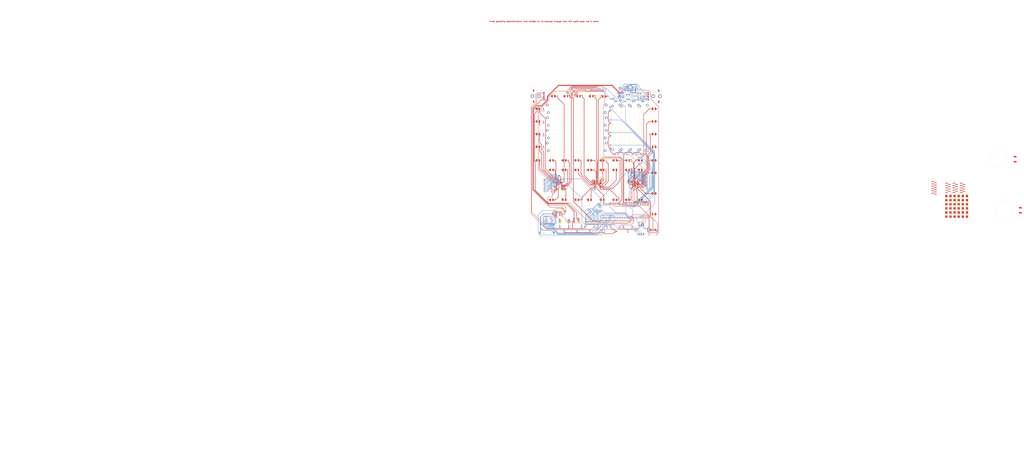
<source format=kicad_pcb>
(kicad_pcb (version 20240108) (generator "pcbnew") (generator_version "8.0")
  (layers (0 "F.Cu" signal) (1 "In1.Cu" power "PWR") (2 "In2.Cu" power "GND") (31 "B.Cu" signal) (34 "B.Paste" user) (35 "F.Paste" user) (36 "B.SilkS" user "B.Silkscreen") (37 "F.SilkS" user "F.Silkscreen") (38 "B.Mask" user) (39 "F.Mask" user) (44 "Edge.Cuts" user))
  (net 0 "")
  (net 1 "Net-(J2-Pin_3)")
  (net 2 "Net-(J2-Pin_5)")
  (net 3 "Net-(J2-Pin_1)")
  (net 4 "Net-(J2-Pin_7)")
  (net 5 "Net-(J2-Pin_9)")
  (net 6 "Net-(U**1-OUT1)")
  (net 7 "Net-(U**1-OUT2)")
  (net 8 "Net-(A1-ADC_4)")
  (net 9 "MIDI_TX")
  (net 10 "D+")
  (net 11 "Audio_out_1")
  (net 12 "Net-(A1-ADC_3)")
  (net 13 "D-")
  (net 14 "Audio_in_2")
  (net 15 "Net-(A1-ADC_1)")
  (net 16 "SCL")
  (net 18 "GND")
  (net 19 "Net-(A1-DAC_OUT2)")
  (net 20 "Net-(A1-ADC_5)")
  (net 21 "SD_CMD")
  (net 22 "5V")
  (net 25 "SD_CK")
  (net 27 "Net-(A1-ADC_0)")
  (net 28 "MIDI_RX")
  (net 29 "SD_D0")
  (net 31 "Clock_out")
  (net 32 "3V3_D")
  (net 34 "Audio_in_1")
  (net 35 "SD_D3")
  (net 36 "Audio_out_2")
  (net 38 "Net-(A1-ADC_2)")
  (net 41 "SD_D2")
  (net 43 "SD_D1")
  (net 44 "3V3_A")
  (net 45 "SDA")
  (net 46 "Net-(U1B-+)")
  (net 47 "Net-(U1B--)")
  (net 48 "+3.3V")
  (net 49 "Net-(U4-VREG)")
  (net 50 "Net-(U5-VREG)")
  (net 51 "Net-(U6-VREG)")
  (net 52 "Net-(D1-K)")
  (net 53 "Net-(D1-A)")
  (net 54 "Net-(J2-Pin_8)")
  (net 55 "Net-(J2-Pin_2)")
  (net 56 "Net-(J2-Pin_4)")
  (net 57 "Net-(J2-Pin_6)")
  (net 58 "PadL2")
  (net 59 "Pad3")
  (net 60 "PadL4")
  (net 61 "Pad4")
  (net 62 "PadL3")
  (net 63 "Pad2")
  (net 64 "PadL1")
  (net 65 "PadPocket")
  (net 66 "Pad1")
  (net 67 "Pad7")
  (net 68 "PadR3")
  (net 69 "Pad5")
  (net 70 "Pad8")
  (net 71 "PadR4")
  (net 72 "PadR2")
  (net 73 "Pad6")
  (net 74 "PadGroups")
  (net 75 "PadNotes")
  (net 76 "Pad16")
  (net 77 "Pad9")
  (net 78 "Pad11")
  (net 79 "PadPattern")
  (net 80 "Pad10")
  (net 81 "Pad12")
  (net 82 "Pad13")
  (net 83 "Pad14")
  (net 84 "Pad15")
  (net 85 "PadFlow")
  (net 86 "PadEmpty")
  (net 87 "MicR")
  (net 88 "MicL")
  (net 89 "PadSet")
  (net 90 "PadR1")
  (net 91 "PadMod")
  (net 92 "PadAfter")
  (net 93 "PadVelo")
  (net 94 "Net-(J8-Pin_7)")
  (net 95 "Net-(J8-Pin_6)")
  (net 96 "Net-(J8-Pin_4)")
  (net 97 "Net-(J8-Pin_1)")
  (net 98 "Net-(J8-Pin_8)")
  (net 99 "Net-(J8-Pin_3)")
  (net 100 "Net-(J8-Pin_5)")
  (net 101 "Net-(J8-Pin_2)")
  (net 102 "Net-(J8-Pin_9)")
  (net 103 "Net-(J9-Pin_8)")
  (net 104 "Net-(J9-Pin_1)")
  (net 105 "Net-(J9-Pin_4)")
  (net 106 "Net-(J9-Pin_5)")
  (net 107 "Net-(J9-Pin_2)")
  (net 108 "Net-(J9-Pin_7)")
  (net 109 "Net-(J9-Pin_3)")
  (net 110 "Net-(J9-Pin_9)")
  (net 111 "Net-(J9-Pin_6)")
  (net 112 "Net-(LED_1-K)")
  (net 113 "Net-(LED_2-K)")
  (net 114 "Net-(LED_3-K)")
  (net 115 "Net-(LED_4-K)")
  (net 116 "Net-(LED_5-K)")
  (net 117 "Net-(LED_6-K)")
  (net 118 "Net-(LED_7-K)")
  (net 119 "Net-(LED_8-K)")
  (net 120 "Net-(LED_9-K)")
  (net 121 "Net-(LED_10-K)")
  (net 122 "Net-(LED_11-K)")
  (net 123 "Net-(LED_12-K)")
  (net 124 "Net-(LED_13-K)")
  (net 125 "Net-(LED_14-K)")
  (net 126 "Net-(LED_15-K)")
  (net 127 "Net-(LED_16-K)")
  (net 128 "Net-(LED_17-K)")
  (net 129 "Net-(LED_18-K)")
  (net 130 "Net-(LED_19-K)")
  (net 131 "Net-(LED_20-K)")
  (net 132 "Net-(LED_21-K)")
  (net 133 "Net-(LED_22-K)")
  (net 134 "Net-(LED_23-K)")
  (net 135 "Net-(LED_24-K)")
  (net 136 "Net-(LED_25-K)")
  (net 137 "Net-(LED_26-K)")
  (net 138 "Net-(LED_27-K)")
  (net 139 "Net-(LED_28-K)")
  (net 140 "Net-(LED_29-K)")
  (net 141 "Net-(LED_30-K)")
  (net 142 "Net-(LED_31-K)")
  (net 143 "Net-(LED_32-K)")
  (net 144 "Net-(J1-PadR)")
  (net 145 "Net-(J3-PadR)")
  (net 146 "Net-(J3-PadT)")
  (net 147 "/LEDs/LED_1")
  (net 148 "/LEDs/LED_2")
  (net 149 "/LEDs/LED_3")
  (net 150 "Net-(A1-ADC_6)")
  (net 151 "Net-(U4-REXT)")
  (net 152 "Net-(U4-ADDR)")
  (net 153 "Net-(U5-ADDR)")
  (net 154 "Net-(U5-REXT)")
  (net 155 "Net-(U6-ADDR)")
  (net 156 "Net-(U6-REXT)")
  (net 157 "/LEDs/LED_4")
  (net 158 "/LEDs/LED_5")
  (net 159 "/LEDs/LED_6")
  (net 160 "/LEDs/LED_7")
  (net 161 "/LEDs/LED_8")
  (net 162 "/LEDs/LED_9")
  (net 163 "/LEDs/LED_10")
  (net 164 "/LEDs/LED_11")
  (net 165 "/LEDs/LED_12")
  (net 166 "/LEDs/LED_13")
  (net 167 "/LEDs/LED_14")
  (net 168 "/LEDs/LED_15")
  (net 169 "/LEDs/LED_16")
  (net 170 "Net-(C1-Pad2)")
  (net 171 "Net-(C12-Pad2)")
  (net 172 "Net-(U1A-+)")
  (net 173 "Net-(U10-VREG)")
  (net 174 "Net-(C17-Pad1)")
  (net 175 "/Audio_IO/Headphone_Wiper_L")
  (net 176 "Net-(C19-Pad1)")
  (net 177 "/Audio_IO/Headphone_Wiper_R")
  (net 178 "Net-(U**1-BPASS)")
  (net 179 "/Audio_IO/Headphone_Out_L")
  (net 180 "/Audio_IO/Headphone_Out_R")
  (net 181 "SCRATCH")
  (net 182 "POUCH")
  (net 183 "EFFCT")
  (net 184 "COMP")
  (net 187 "Extra1")
  (net 188 "Extra3")
  (net 189 "Extra2")
  (net 190 "SOUND")
  (net 191 "FILT")
  (net 192 "MOD")
  (net 193 "AMP")
  (net 208 "Net-(U9A-+)")
  (net 209 "Net-(U9B-+)")
  (net 225 "Net-(LED_33-K)")
  (net 226 "Net-(LED_34-K)")
  (net 227 "Net-(LED_35-K)")
  (net 228 "Net-(LED_36-K)")
  (net 229 "Net-(LED_37-K)")
  (net 230 "Net-(LED_38-K)")
  (net 231 "Net-(LED_39-K)")
  (net 232 "Net-(LED_40-K)")
  (net 233 "Net-(LED_41-K)")
  (net 234 "Net-(LED_42-K)")
  (net 244 "Net-(VR1-3_2)")
  (net 245 "/LEDs/LED_17")
  (net 246 "/LEDs/LED_18")
  (net 247 "/LEDs/LED_19")
  (net 248 "/LEDs/LED_20")
  (net 249 "/LEDs/LED_21")
  (net 250 "/LEDs/LED_22")
  (net 251 "/LEDs/LED_23")
  (net 252 "/LEDs/LED_24")
  (net 253 "/LEDs/LED_25")
  (net 254 "/LEDs/LED_26")
  (net 255 "/LEDs/LED_27")
  (net 256 "/LEDs/LED_28")
  (net 257 "/LEDs/LED_29")
  (net 258 "/LEDs/LED_30")
  (net 259 "/LEDs/LED_31")
  (net 260 "/LEDs/LED_32")
  (net 261 "Net-(U1A--)")
  (net 262 "Net-(VR1-3_1)")
  (net 263 "/LEDs/LED_33")
  (net 264 "/LEDs/LED_34")
  (net 265 "/LEDs/LED_35")
  (net 266 "/LEDs/LED_36")
  (net 267 "/LEDs/LED_37")
  (net 268 "/LEDs/LED_38")
  (net 269 "/LEDs/LED_39")
  (net 270 "/LEDs/LED_40")
  (net 271 "/LEDs/LED_41")
  (net 272 "/LEDs/LED_42")
  (net 273 "/LEDs/LED_45")
  (net 274 "/LEDs/LED_46")
  (net 275 "/LEDs/LED_47")
  (net 276 "/LEDs/LED_48")
  (net 277 "Net-(U10-ADDR)")
  (net 278 "Net-(U10-REXT)")
  (net 279 "Net-(U**1-IN1)")
  (net 280 "Net-(U**1-IN2)")
  (net 281 "/IO_SDcard/Line_In_R")
  (net 282 "/IO_SDcard/Line_In_L")
  (net 283 "/IO_SDcard/mic_out_L")
  (net 284 "/IO_SDcard/mic_out_R")
  (net 286 "unconnected-(VR1-1{slash}1-Pad1)")
  (net 298 "unconnected-(U6-ELE2-Pad10)")
  (footprint "Capacitor_SMD:C_0402_1005Metric" (layer "F.Cu") (at 100.67 137.54 180)
    (property "Reference" "C11")
    (property "Value" "0.1uF")
  )
  (footprint "Package_DFN_QFN:UQFN-20_3x3mm_P0.4mm" (layer "F.Cu") (at 77.13875 37.78375 90)
    (property "Reference" "U6")
    (property "Value" "MPR121QR2")
  )
  (footprint "Resistor_SMD:R_0603_1608Metric" (layer "F.Cu") (at 163.6 71.425)
    (property "Reference" "R74")
    (property "Value" "140R")
  )
  (footprint "Capacitor_SMD:C_0603_1608Metric" (layer "F.Cu") (at 69.676157 171.189)
    (property "Reference" "C17")
    (property "Value" ".47uF")
  )
  (footprint "LED_SMD:LED_PLCC-2_3.4x3.0mm_AK" (layer "F.Cu") (at 168.000997 128.259084 180)
    (property "Reference" "LED_19")
    (property "Value" "White")
  )
  (footprint "soundpad_library:AOM-5024L-HD-R" (layer "F.Cu") (at 554.35 169.85)
    (property "Reference" "MK2")
    (property "Value" "Microphone")
    (fp_circle (center 0.05 -0.1) (end 9.75 -0.1) (stroke (width 0.1)) (fill none) (layer "Edge.Cuts"))
  )
  (footprint "Resistor_SMD:R_0603_1608Metric" (layer "F.Cu") (at 143 114.395 90)
    (property "Reference" "R49")
    (property "Value" "140R")
  )
  (footprint "TestPoint:TestPoint_Pad_2.5x2.5mm" (layer "F.Cu") (at 490.8 167.55)
    (property "Reference" "Pad2")
    (property "Value" "Conn_01x01")
  )
  (footprint "LED_SMD:LED_PLCC-2_3.4x3.0mm_AK" (layer "F.Cu") (at 152.973462 125.070376)
    (property "Reference" "LED_8")
    (property "Value" "White")
  )
  (footprint "Resistor_SMD:R_0603_1608Metric" (layer "F.Cu") (at 163.775 151.2)
    (property "Reference" "R40")
    (property "Value" "140R")
  )
  (footprint "Resistor_SMD:R_0603_1608Metric" (layer "F.Cu") (at 84.62 128.665 90)
    (property "Reference" "R9")
    (property "Value" "140R")
  )
  (footprint "Resistor_SMD:R_0603_1608Metric" (layer "F.Cu") (at 112.38 154.455 -90)
    (property "Reference" "R33")
    (property "Value" "140R")
  )
  (footprint "Potentiometer_THT:Potentiometer_Bourns_PTA6043_Single_Slide" (layer "F.Cu") (at 119.497456 87.243749 180)
    (property "Reference" "RV2")
    (property "Value" "slider3")
  )
  (footprint "Resistor_SMD:R_0603_1608Metric" (layer "F.Cu") (at 55.8 173.075 90)
    (property "Reference" "R98")
    (property "Value" "33K")
  )
  (footprint "LED_SMD:LED_PLCC-2_3.4x3.0mm_AK" (layer "F.Cu") (at 68.985155 158.068264)
    (property "Reference" "LED_10")
    (property "Value" "White")
  )
  (footprint "LED_SMD:LED_PLCC-2_3.4x3.0mm_AK" (layer "F.Cu") (at 110.996675 114.422133)
    (property "Reference" "LED_25")
    (property "Value" "White")
  )
  (footprint "Potentiometer_THT:Potentiometer_Bourns_PTA4543_Single_Slide" (layer "F.Cu") (at 124.501966 107.796442 90)
    (property "Reference" "RV3")
    (property "Value" "sliderA")
  )
  (footprint "Potentiometer_THT:Potentiometer_Bourns_PTA4543_Single_Slide" (layer "F.Cu") (at 134.554366 107.795413 90)
    (property "Reference" "RV6")
    (property "Value" "sliderB")
  )
  (footprint "TestPoint:TestPoint_Pad_2.5x2.5mm" (layer "F.Cu") (at 499.9 176.65)
    (property "Reference" "Pad16")
    (property "Value" "Conn_01x01")
  )
  (footprint "Resistor_SMD:R_0603_1608Metric" (layer "F.Cu") (at 88.8 43.517985 90)
    (property "Reference" "R79")
    (property "Value" "140R")
  )
  (footprint "TestPoint:TestPoint_Pad_2.5x2.5mm" (layer "F.Cu") (at 509 167.55)
    (property "Reference" "PadMod1")
    (property "Value" "Conn_01x01")
  )
  (footprint "LED_SMD:LED_PLCC-2_3.4x3.0mm_AK" (layer "F.Cu") (at 83.009552 125.070376)
    (property "Reference" "LED_3")
    (property "Value" "White")
  )
  (footprint "Resistor_SMD:R_0603_1608Metric" (layer "F.Cu") (at 163.975 85.4)
    (property "Reference" "R75")
    (property "Value" "140R")
  )
  (footprint "Resistor_SMD:R_0603_1608Metric" (layer "F.Cu") (at 110.675 134.49 180)
    (property "Reference" "R38")
    (property "Value" "4.7K")
  )
  (footprint "Connector_PinSocket_1.27mm:PinSocket_1x12_P1.27mm_Vertical" (layer "F.Cu") (at 160.44 145.87 180)
    (property "Reference" "J5")
    (property "Value" "Conn_01x12_Socket")
  )
  (footprint "Connector_PinHeader_1.27mm:PinHeader_1x09_P1.27mm_Vertical_SMD_Pin1Left" (layer "F.Cu") (at 508.65 144.85)
    (property "Reference" "J9")
    (property "Value" "Conn_01x09_Pin")
  )
  (footprint "Connector_PinHeader_1.27mm:PinHeader_1x09_P1.27mm_Vertical_SMD_Pin1Left" (layer "F.Cu") (at 492.55 144.85)
    (property "Reference" "J2")
    (property "Value" "Conn_01x09_Pin")
  )
  (footprint "LED_SMD:LED_PLCC-2_3.4x3.0mm_AK" (layer "F.Cu") (at 85 43.5)
    (property "Reference" "LED_40")
    (property "Value" "White")
  )
  (footprint "Resistor_SMD:R_0603_1608Metric" (layer "F.Cu") (at 101.145 114.39 180)
    (property "Reference" "R46")
    (property "Value" "140R")
  )
  (footprint "Resistor_SMD:R_0603_1608Metric" (layer "F.Cu") (at 111.525 136.12 180)
    (property "Reference" "R37")
    (property "Value" "4.7K")
  )
  (footprint "Potentiometer_THT:Potentiometer_Bourns_PTA4543_Single_Slide" (layer "F.Cu") (at 144.609362 107.795724 90)
    (property "Reference" "RV7")
    (property "Value" "sliderC")
  )
  (footprint "TestPoint:TestPoint_Pad_2.5x2.5mm" (layer "F.Cu") (at 495.35 172.1)
    (property "Reference" "Pad9")
    (property "Value" "Conn_01x01")
  )
  (footprint "Resistor_SMD:R_0603_1608Metric" (layer "F.Cu") (at 66.93 167.489)
    (property "Reference" "R97")
    (property "Value" "22K")
  )
  (footprint "TestPoint:TestPoint_Pad_2.5x2.5mm" (layer "F.Cu") (at 495.35 158.45)
    (property "Reference" "Pad6")
    (property "Value" "Conn_01x01")
  )
  (footprint "Resistor_THT:R_Axial_DIN0204_L3.6mm_D1.6mm_P5.08mm_Horizontal" (layer "F.Cu") (at 150.4 40.47 -90)
    (property "Reference" "R70")
    (property "Value" "DI*")
  )
  (footprint "Connector_PinHeader_1.27mm:PinHeader_1x12_P1.27mm_Vertical_SMD_Pin1Left" (layer "F.Cu") (at 477.3 144.905)
    (property "Reference" "J16")
    (property "Value" "Conn_01x12_Pin")
  )
  (footprint "footprints:CUI_SJ1-3553NG" (layer "F.Cu") (at 124.98 193.01 90)
    (property "Reference" "J3")
    (property "Value" "Midi_Out")
  )
  (footprint "LED_SMD:LED_PLCC-2_3.4x3.0mm_AK" (layer "F.Cu") (at 139.007949 125.089853)
    (property "Reference" "LED_7")
    (property "Value" "White")
  )
  (footprint "Resistor_SMD:R_0603_1608Metric" (layer "F.Cu") (at 151.68 135.11 180)
    (property "Reference" "R24")
    (property "Value" "4.7K")
  )
  (footprint "Connector_PinSocket_1.27mm:PinSocket_1x12_P1.27mm_Vertical" (layer "F.Cu") (at 93.161157 182.325 90)
    (property "Reference" "J6")
    (property "Value" "Conn_01x12_Socket")
  )
  (footprint "Connector_PinSocket_1.27mm:PinSocket_1x12_P1.27mm_Vertical" (layer "F.Cu") (at 46.85 135.2)
    (property "Reference" "J7")
    (property "Value" "Conn_01x12_Socket")
  )
  (footprint "LED_SMD:LED_PLCC-2_3.4x3.0mm_AK" (layer "F.Cu") (at 71 43.517985)
    (property "Reference" "LED_39")
    (property "Value" "White")
  )
  (footprint "LED_SMD:LED_PLCC-2_3.4x3.0mm_AK" (layer "F.Cu") (at 82.99406 114.422133)
    (property "Reference" "LED_23")
    (property "Value" "White")
  )
  (footprint "Connector_PinHeader_1.27mm:PinHeader_1x09_P1.27mm_Vertical_SMD_Pin1Left" (layer "F.Cu") (at 500.6 144.85)
    (property "Reference" "J8")
    (property "Value" "Conn_01x09_Pin")
  )
  (footprint "LED_SMD:LED_PLCC-2_3.4x3.0mm_AK" (layer "F.Cu") (at 68.985606 125.03142)
    (property "Reference" "LED_2")
    (property "Value" "White")
  )
  (footprint "LED_SMD:LED_PLCC-2_3.4x3.0mm_AK" (layer "F.Cu") (at 112.983996 43.8 180)
    (property "Reference" "LED_42")
    (property "Value" "White")
  )
  (footprint "Resistor_SMD:R_0603_1608Metric" (layer "F.Cu") (at 59.050803 115.534213 90)
    (property "Reference" "R43")
    (property "Value" "140R")
  )
  (footprint "footprints:RK10J12R0A0B" (layer "F.Cu") (at 37.475 43.45 90)
    (property "Reference" "VR2")
    (property "Value" "RK10J12R0A0B" (hide yes))
  )
  (footprint "Resistor_THT:R_Axial_DIN0204_L3.6mm_D1.6mm_P5.08mm_Horizontal" (layer "F.Cu") (at 153.15 45.64 90)
    (property "Reference" "R71")
    (property "Value" "DI*")
  )
  (footprint "TestPoint:TestPoint_Pad_2.5x2.5mm" (layer "F.Cu") (at 495.35 163)
    (property "Reference" "Pad7")
    (property "Value" "Conn_01x01")
  )
  (footprint "Potentiometer_THT:Potentiometer_Bourns_PTA6043_Single_Slide" (layer "F.Cu") (at 119.463367 59.223866 180)
    (property "Reference" "RV4")
    (property "Value" "slider1")
  )
  (footprint "LED_SMD:LED_PLCC-2_3.4x3.0mm_AK" (layer "F.Cu") (at 39.959783 57.434927)
    (property "Reference" "LED_30")
    (property "Value" "White")
  )
  (footprint "Resistor_SMD:R_0603_1608Metric" (layer "F.Cu") (at 55.805 149.31)
    (property "Reference" "R89")
    (property "Value" "4.7K")
  )
  (footprint "Resistor_SMD:R_0603_1608Metric" (layer "F.Cu") (at 61.24 44.215 90)
    (property "Reference" "R77")
    (property "Value" "140R")
  )
  (footprint "TestPoint:TestPoint_Pad_2.5x2.5mm" (layer "F.Cu") (at 513.55 176.65)
    (property "Reference" "PadVelo1")
    (property "Value" "Conn_01x01")
  )
  (footprint "LED_SMD:LED_PLCC-2_3.4x3.0mm_AK" (layer "F.Cu") (at 55.026193 125.00672)
    (property "Reference" "LED_1")
    (property "Value" "White")
  )
  (footprint "LED_SMD:LED_PLCC-2_3.4x3.0mm_AK" (layer "F.Cu") (at 40.0324 85.456185)
    (property "Reference" "LED_32")
    (property "Value" "White")
  )
  (footprint "LED_SMD:LED_PLCC-2_3.4x3.0mm_AK" (layer "F.Cu") (at 96.97624 114.441261)
    (property "Reference" "LED_24")
    (property "Value" "White")
  )
  (footprint "soundpad_library:AOM-5024L-HD-R" (layer "F.Cu") (at 548.5384 113.4364)
    (property "Reference" "MK1")
    (property "Value" "Microphone")
    (fp_circle (center 0.05 -0.1) (end 9.75 -0.1) (stroke (width 0.1)) (fill none) (layer "Edge.Cuts"))
  )
  (footprint "TestPoint:TestPoint_Pad_2.5x2.5mm" (layer "F.Cu") (at 490.8 163)
    (property "Reference" "Pad1")
    (property "Value" "Conn_01x01")
  )
  (footprint "TestPoint:TestPoint_Pad_2.5x2.5mm" (layer "F.Cu") (at 495.35 176.65)
    (property "Reference" "Pad10")
    (property "Value" "Conn_01x01")
  )
  (footprint "LED_SMD:LED_PLCC-2_3.4x3.0mm_AK" (layer "F.Cu") (at 167.957769 99.421222 180)
    (property "Reference" "LED_37")
    (property "Value" "White")
  )
  (footprint "LED_SMD:LED_PLCC-2_3.4x3.0mm_AK" (layer "F.Cu") (at 111.018489 125.050898)
    (property "Reference" "LED_5")
    (property "Value" "White")
  )
  (footprint "LED_SMD:LED_PLCC-2_3.4x3.0mm_AK" (layer "F.Cu") (at 167.989527 57.401234 180)
    (property "Reference" "LED_34")
    (property "Value" "White")
  )
  (footprint "Resistor_SMD:R_0603_1608Metric" (layer "F.Cu") (at 56.665 147.32)
    (property "Reference" "R88")
    (property "Value" "4.7K")
  )
  (footprint "TestPoint:TestPoint_Pad_2.5x2.5mm" (layer "F.Cu") (at 513.55 158.45)
    (property "Reference" "PadR2")
    (property "Value" "Conn_01x01")
  )
  (footprint "Resistor_SMD:R_0603_1608Metric" (layer "F.Cu") (at 143.026193 125.00672 90)
    (property "Reference" "R27")
    (property "Value" "140R")
  )
  (footprint "LED_SMD:LED_PLCC-2_3.4x3.0mm_AK" (layer "F.Cu") (at 168.025233 151.096268 180)
    (property "Reference" "LED_18")
    (property "Value" "White")
  )
  (footprint "LED_SMD:LED_PLCC-2_3.4x3.0mm_AK" (layer "F.Cu") (at 99.016927 43.517985)
    (property "Reference" "LED_41")
    (property "Value" "White")
  )
  (footprint "TestPoint:TestPoint_Pad_2.5x2.5mm" (layer "F.Cu") (at 490.8 153.9)
    (property "Reference" "MicL1")
    (property "Value" "Conn_01x01")
  )
  (footprint "TestPoint:TestPoint_Pad_2.5x2.5mm" (layer "F.Cu") (at 499.9 158.45)
    (property "Reference" "Pad12")
    (property "Value" "Conn_01x01")
  )
  (footprint "Package_SO:TSSOP-28_4.4x9.7mm_P0.65mm" (layer "F.Cu") (at 105.5625 141.1)
    (property "Reference" "U7")
    (property "Value" "PCA9685PW")
  )
  (footprint "LED_SMD:LED_PLCC-2_3.4x3.0mm_AK" (layer "F.Cu") (at 69.031007 114.422133)
    (property "Reference" "LED_22")
    (property "Value" "White")
  )
  (footprint "TestPoint:TestPoint_Pad_2.5x2.5mm" (layer "F.Cu") (at 495.35 153.9)
    (property "Reference" "Pad5")
    (property "Value" "Conn_01x01")
  )
  (footprint "TestPoint:TestPoint_Pad_2.5x2.5mm" (layer "F.Cu") (at 490.8 158.45)
    (property "Reference" "MicR1")
    (property "Value" "Conn_01x01")
  )
  (footprint "Resistor_SMD:R_0603_1608Metric" (layer "F.Cu") (at 163.975 114.4)
    (property "Reference" "R51")
    (property "Value" "140R")
  )
  (footprint "Resistor_SMD:R_0603_1608Metric" (layer "F.Cu") (at 126.34 128.685 90)
    (property "Reference" "R26")
    (property "Value" "140R")
  )
  (footprint "TestPoint:TestPoint_Pad_2.5x2.5mm" (layer "F.Cu") (at 509 163)
    (property "Reference" "PadL4")
    (property "Value" "Conn_01x01")
  )
  (footprint "Capacitor_SMD:C_0402_1005Metric" (layer "F.Cu") (at 141.37 138.01 180)
    (property "Reference" "C10")
    (property "Value" "0.1uF")
  )
  (footprint "TestPoint:TestPoint_Pad_2.5x2.5mm" (layer "F.Cu") (at 509 153.9)
    (property "Reference" "PadL2")
    (property "Value" "Conn_01x01")
  )
  (footprint "LED_SMD:LED_PLCC-2_3.4x3.0mm_AK" (layer "F.Cu") (at 168.013171 85.44132 180)
    (property "Reference" "LED_36")
    (property "Value" "White")
  )
  (footprint "Module:Electrosmith_Daisy_Seed" (layer "F.Cu") (at 112.69 177.815 90)
    (property "Reference" "A1")
    (property "Value" "Electrosmith_Daisy_Seed_Rev4")
  )
  (footprint "Resistor_SMD:R_0603_1608Metric" (layer "F.Cu") (at 129.021603 157.215 -90)
    (property "Reference" "R34")
    (property "Value" "140R")
  )
  (footprint "Resistor_SMD:R_0603_1608Metric" (layer "F.Cu") (at 41.5 89.175 90)
    (property "Reference" "R54")
    (property "Value" "140R")
  )
  (footprint "TestPoint:TestPoint_Pad_2.5x2.5mm" (layer "F.Cu") (at 504.45 163)
    (property "Reference" "PadEmpty1")
    (property "Value" "Conn_01x01")
  )
  (footprint "LED_SMD:LED_PLCC-2_3.4x3.0mm_AK" (layer "F.Cu") (at 152.983775 158.095281 180)
    (property "Reference" "LED_16")
    (property "Value" "White")
  )
  (footprint "Resistor_SMD:R_0603_1608Metric" (layer "F.Cu") (at 73.64 115.255 90)
    (property "Reference" "R44")
    (property "Value" "140R")
  )
  (footprint "Resistor_SMD:R_0603_1608Metric" (layer "F.Cu") (at 68.555 173.639)
    (property "Reference" "R94")
    (property "Value" "22K")
  )
  (footprint "LED_SMD:LED_PLCC-2_3.4x3.0mm_AK" (layer "F.Cu") (at 138.963783 158.087346)
    (property "Reference" "LED_15")
    (property "Value" "White")
  )
  (footprint "LED_SMD:LED_PLCC-2_3.4x3.0mm_AK" (layer "F.Cu") (at 55.034258 114.450179)
    (property "Reference" "LED_21")
    (property "Value" "White")
  )
  (footprint "footprints:CUI_SJ1-3553NG" (layer "F.Cu") (at 111 193.025 90)
    (property "Reference" "J10")
    (property "Value" "Clock_Out")
  )
  (footprint "Resistor_SMD:R_0603_1608Metric" (layer "F.Cu") (at 149.36 157.265 -90)
    (property "Reference" "R36")
    (property "Value" "140R")
  )
  (footprint "Connector_PinSocket_1.27mm:PinSocket_1x12_P1.27mm_Vertical" (layer "F.Cu") (at 98.11 36.5 90)
    (property "Reference" "J15")
    (property "Value" "Conn_01x12_Socket")
  )
  (footprint "Resistor_SMD:R_0603_1608Metric" (layer "F.Cu") (at 66.305 174.769 90)
    (property "Reference" "R95")
    (property "Value" "33K")
  )
  (footprint "LED_SMD:LED_PLCC-2_3.4x3.0mm_AK" (layer "F.Cu") (at 110.960707 158.073058)
    (property "Reference" "LED_13")
    (property "Value" "White")
  )
  (footprint "Resistor_SMD:R_0603_1608Metric" (layer "F.Cu") (at 58.86 125.895 90)
    (property "Reference" "R7")
    (property "Value" "140R")
  )
  (footprint "LED_SMD:LED_PLCC-2_3.4x3.0mm_AK" (layer "F.Cu") (at 39.991029 114.446175)
    (property "Reference" "LED_20")
    (property "Value" "White")
  )
  (footprint "TestPoint:TestPoint_Pad_2.5x2.5mm" (layer "F.Cu") (at 499.9 153.9)
    (property "Reference" "Pad11")
    (property "Value" "Conn_01x01")
  )
  (footprint "Package_SO:TSSOP-28_4.4x9.7mm_P0.65mm" (layer "F.Cu") (at 146.9 141.55)
    (property "Reference" "U3")
    (property "Value" "PCA9685PW")
  )
  (footprint "TestPoint:TestPoint_Pad_2.5x2.5mm" (layer "F.Cu") (at 504.45 153.9)
    (property "Reference" "Pad19")
    (property "Value" "Conn_01x01")
  )
  (footprint "Resistor_SMD:R_0603_1608Metric" (layer "F.Cu") (at 87.696603 158.030175 180)
    (property "Reference" "R31")
    (property "Value" "140R")
  )
  (footprint "Resistor_SMD:R_0603_1608Metric" (layer "F.Cu") (at 163.575 128.2)
    (property "Reference" "R41")
    (property "Value" "140R")
  )
  (footprint "Capacitor_SMD:C_0402_1005Metric" (layer "F.Cu") (at 60.235 176.569 180)
    (property "Reference" "C18")
    (property "Value" "0.1uF")
  )
  (footprint "Resistor_SMD:R_0603_1608Metric" (layer "F.Cu") (at 41.62 74.985 90)
    (property "Reference" "R53")
    (property "Value" "140R")
  )
  (footprint "footprints:CUI_SJ1-3553NG" (layer "F.Cu") (at 83 193.025 90)
    (property "Reference" "J11")
    (property "Value" "Line_In")
  )
  (footprint "LED_SMD:LED_PLCC-2_3.4x3.0mm_AK" (layer "F.Cu") (at 153.022093 114.419389)
    (property "Reference" "LED_28")
    (property "Value" "White")
  )
  (footprint "TestPoint:TestPoint_Pad_2.5x2.5mm" (layer "F.Cu") (at 499.9 163)
    (property "Reference" "Pad13")
    (property "Value" "Conn_01x01")
  )
  (footprint "LED_SMD:LED_PLCC-2_3.4x3.0mm_AK" (layer "F.Cu") (at 167.90241 173.938671 180)
    (property "Reference" "LED_17")
    (property "Value" "White")
  )
  (footprint "footprints:CUI_SJ1-3553NG" (layer "F.Cu") (at 139 193.025 90)
    (property "Reference" "J1")
    (property "Value" "Midi_In")
  )
  (footprint "Resistor_SMD:R_0603_1608Metric" (layer "F.Cu") (at 41.5 117.825 90)
    (property "Reference" "R42")
    (property "Value" "140R")
  )
  (footprint "TestPoint:TestPoint_Pad_2.5x2.5mm" (layer "F.Cu") (at 509 172.1)
    (property "Reference" "PadNotes1")
    (property "Value" "Conn_01x01")
  )
  (footprint "TestPoint:TestPoint_Pad_2.5x2.5mm" (layer "F.Cu") (at 513.55 153.9)
    (property "Reference" "PadR1")
    (property "Value" "Conn_01x01")
  )
  (footprint "LED_SMD:LED_PLCC-2_3.4x3.0mm_AK" (layer "F.Cu") (at 56.984258 43.493516)
    (property "Reference" "LED_38")
    (property "Value" "White")
  )
  (footprint "Resistor_SMD:R_0603_1608Metric" (layer "F.Cu") (at 70.47 154.585 -90)
    (property "Reference" "R30")
    (property "Value" "140R")
  )
  (footprint "Resistor_SMD:R_0603_1608Metric" (layer "F.Cu") (at 164.05 173.875 -90)
    (property "Reference" "R39")
    (property "Value" "140R")
  )
  (footprint "TestPoint:TestPoint_Pad_2.5x2.5mm" (layer "F.Cu") (at 509 158.45)
    (property "Reference" "PadL3")
    (property "Value" "Conn_01x01")
  )
  (footprint "TestPoint:TestPoint_Pad_2.5x2.5mm" (layer "F.Cu") (at 490.8 172.1)
    (property "Reference" "Pad3")
    (property "Value" "Conn_01x01")
  )
  (footprint "Resistor_THT:R_Axial_DIN0204_L3.6mm_D1.6mm_P5.08mm_Horizontal" (layer "F.Cu") (at 138.1 41.765 -90)
    (property "Reference" "R2")
    (property "Value" "DI*")
  )
  (footprint "LED_SMD:LED_PLCC-2_3.4x3.0mm_AK" (layer "F.Cu") (at 124.984003 125.070376)
    (property "Reference" "LED_6")
    (property "Value" "White")
  )
  (footprint "Resistor_SMD:R_0603_1608Metric" (layer "F.Cu") (at 129.675 114.55 180)
    (property "Reference" "R48")
    (property "Value" "140R")
  )
  (footprint "Capacitor_SMD:C_0402_1005Metric" (layer "F.Cu") (at 65.83 172.249 90)
    (property "Reference" "C23")
    (property "Value" "0.1uF")
  )
  (footprint "TestPoint:TestPoint_Pad_2.5x2.5mm" (layer "F.Cu") (at 499.9 172.1)
    (property "Reference" "Pad15")
    (property "Value" "Conn_01x01")
  )
  (footprint "Resistor_SMD:R_0603_1608Metric" (layer "F.Cu") (at 98.49 154.585 -90)
    (property "Reference" "R32")
    (property "Value" "140R")
  )
  (footprint "TestPoint:TestPoint_Pad_2.5x2.5mm" (layer "F.Cu") (at 504.45 158.45)
    (property "Reference" "PadAfter1")
    (property "Value" "Conn_01x01")
  )
  (footprint "Resistor_THT:R_Axial_DIN0204_L3.6mm_D1.6mm_P5.08mm_Horizontal" (layer "F.Cu") (at 140.475 46.84 90)
    (property "Reference" "R64")
    (property "Value" "DI*")
  )
  (footprint "Package_SO:TSSOP-28_4.4x9.7mm_P0.65mm" (layer "F.Cu") (at 63.2375 142.575 180)
    (property "Reference" "U8")
    (property "Value" "PCA9685PW")
  )
  (footprint "Resistor_SMD:R_0603_1608Metric" (layer "F.Cu") (at 115.026193 125.00672 90)
    (property "Reference" "R25")
    (property "Value" "140R")
  )
  (footprint "TestPoint:TestPoint_Pad_2.5x2.5mm" (layer "F.Cu") (at 513.55 167.55)
    (property "Reference" "PadR4")
    (property "Value" "Conn_01x01")
  )
  (footprint "Resistor_SMD:R_0603_1608Metric" (layer "F.Cu") (at 102.8 43.625 90)
    (property "Reference" "R80")
    (property "Value" "140R")
  )
  (footprint "LED_SMD:LED_PLCC-2_3.4x3.0mm_AK" (layer "F.Cu") (at 97.033065 125.050898)
    (property "Reference" "LED_4")
    (property "Value" "White")
  )
  (footprint "Capacitor_SMD:C_0402_1005Metric" (layer "F.Cu") (at 72.09935 39.14625 90)
    (property "Reference" "C9")
    (property "Value" "0.1uF")
  )
  (footprint "TestPoint:TestPoint_Pad_2.5x2.5mm" (layer "F.Cu") (at 513.55 163)
    (property "Reference" "PadR3")
    (property "Value" "Conn_01x01")
  )
  (footprint "Potentiometer_THT:Potentiometer_Bourns_PTA6043_Single_Slide" (layer "F.Cu") (at 119.475508 73.254725 180)
    (property "Reference" "RV1")
    (property "Value" "slider2")
  )
  (footprint "Resistor_SMD:R_0603_1608Metric" (layer "F.Cu") (at 41.49 60.785 90)
    (property "Reference" "R52")
    (property "Value" "140R")
  )
  (footprint "LED_SMD:LED_PLCC-2_3.4x3.0mm_AK" (layer "F.Cu") (at 96.951477 158.097702)
    (property "Reference" "LED_12")
    (property "Value" "White")
  )
  (footprint "Resistor_SMD:R_0603_1608Metric" (layer "F.Cu") (at 166.46 102.98 90)
    (property "Reference" "R76")
    (property "Value" "140R")
  )
  (footprint "Resistor_SMD:R_0603_1608Metric" (layer "F.Cu") (at 153.45 117.95)
    (property "Reference" "R50")
    (property "Value" "140R")
  )
  (footprint "LED_SMD:LED_PLCC-2_3.4x3.0mm_AK" (layer "F.Cu") (at 167.989527 71.436949 180)
    (property "Reference" "LED_35")
    (property "Value" "White")
  )
  (footprint "Connector_USB:USB_C_Receptacle_HRO_TYPE-C-31-M-12" (layer "F.Cu") (at 166.943591 195.545)
    (property "Reference" "USBC1")
    (property "Value" "TYPE-C-31-M-12")
  )
  (footprint "Capacitor_SMD:C_0402_1005Metric" (layer "F.Cu") (at 68.36 146.18)
    (property "Reference" "C14")
    (property "Value" "0.1uF")
  )
  (footprint "Resistor_SMD:R_0603_1608Metric" (layer "F.Cu") (at 74.8 43.425 90)
    (property "Reference" "R78")
    (property "Value" "140R")
  )
  (footprint "Resistor_SMD:R_0603_1608Metric" (layer "F.Cu") (at 72.75 125.885 90)
    (property "Reference" "R8")
    (property "Value" "140R")
  )
  (footprint "Capacitor_THT:CP_Radial_D5.0mm_P2.00mm" (layer "F.Cu") (at 64.008 180.34 -90)
    (property "Reference" "C21")
    (property "Value" "220UF PANASONIC D8")
  )
  (footprint "LED_SMD:LED_PLCC-2_3.4x3.0mm_AK" (layer "F.Cu") (at 168.008227 114.474607 180)
    (property "Reference" "LED_29")
    (property "Value" "White")
  )
  (footprint "Resistor_SMD:R_0603_1608Metric" (layer "F.Cu") (at 87.4 115.225 90)
    (property "Reference" "R45")
    (property "Value" "140R")
  )
  (footprint "LED_SMD:LED_PLCC-2_3.4x3.0mm_AK" (layer "F.Cu") (at 40.025952 99.444637)
    (property "Reference" "LED_33")
    (property "Value" "White")
  )
  (footprint "Package_SO:SOIC-8_3.9x4.9mm_P1.27mm" (layer "F.Cu") (at 61.305 173.354 180)
    (property "Reference" "U**1")
    (property "Value" "LM4881MX SOIC-8")
  )
  (footprint "footprints:CUI_SJ1-3553NG" (layer "F.Cu") (at 68.971157 192.925 90)
    (property "Reference" "J4")
    (property "Value" "Headphone_Out")
  )
  (footprint "Resistor_SMD:R_0603_1608Metric" (layer "F.Cu") (at 152.305 136.5 180)
    (property "Reference" "R10")
    (property "Value" "4.7K")
  )
  (footprint "footprints:RK10J12R0A0B" (layer "F.Cu") (at 170.775 43.575 -90)
    (property "Reference" "VR1")
    (property "Value" "RK10J12R0A0B" (hide yes))
  )
  (footprint "LED_SMD:LED_PLCC-2_3.4x3.0mm_AK" (layer "F.Cu") (at 125.09362 114.460388)
    (property "Reference" "LED_26")
    (property "Value" "White")
  )
  (footprint "soundpad_library:Toggle Submini DPDT Prongs" (layer "F.Cu") (at 131 42 -90)
    (property "Reference" "SW1")
    (property "Value" "SW_DPDT_x2")
  )
  (footprint "Resistor_SMD:R_0603_1608Metric" (layer "F.Cu") (at 41.5 103 90)
    (property "Reference" "R72")
    (property "Value" "140R")
  )
  (footprint "LED_SMD:LED_PLCC-2_3.4x3.0mm_AK" (layer "F.Cu") (at 55.001994 158.097702)
    (property "Reference" "LED_9")
    (property "Value" "White")
  )
  (footprint "Resistor_SMD:R_0603_1608Metric" (layer "F.Cu") (at 152.625 127.9)
    (property "Reference" "R28")
    (property "Value" "140R")
  )
  (footprint "LED_SMD:LED_PLCC-2_3.4x3.0mm_AK" (layer "F.Cu") (at 82.983035 158.097702)
    (property "Reference" "LED_11")
    (property "Value" "White")
  )
  (footprint "Resistor_SMD:R_0603_1608Metric" (layer "F.Cu") (at 62.32 154.625 -90)
    (property "Reference" "R29")
    (property "Value" "140R")
  )
  (footprint "TestPoint:TestPoint_Pad_2.5x2.5mm" (layer "F.Cu") (at 499.9 167.55)
    (property "Reference" "Pad14")
    (property "Value" "Conn_01x01")
  )
  (footprint "Capacitor_SMD:C_0402_1005Metric" (layer "F.Cu") (at 79.80375 39.29625 -90)
    (property "Reference" "C8")
    (property "Value" "0.1uF")
  )
  (footprint "LED_SMD:LED_PLCC-2_3.4x3.0mm_AK" (layer "F.Cu") (at 139.046566 114.458448)
    (property "Reference" "LED_27")
    (property "Value" "White")
  )
  (footprint "Resistor_SMD:R_0603_1608Metric" (layer "F.Cu") (at 142.59 157.215 -90)
    (property "Reference" "R35")
    (property "Value" "140R")
  )
  (footprint "Resistor_SMD:R_0603_1608Metric" (layer "F.Cu") (at 109.4 43.825 90)
    (property "Reference" "R81")
    (property "Value" "140R")
  )
  (footprint "Resistor_SMD:R_0603_1608Metric" (layer "F.Cu") (at 101.425 125.08 180)
    (property "Reference" "R23")
    (property "Value" "140R")
  )
  (footprint "LED_SMD:LED_PLCC-2_3.4x3.0mm_AK" (layer "F.Cu") (at 40.010987 71.439653)
    (property "Reference" "LED_31")
    (property "Value" "White")
  )
  (footprint "Resistor_SMD:R_0603_1608Metric" (layer "F.Cu") (at 115.050803 115.034213 90)
    (property "Reference" "R47")
    (property "Value" "140R")
  )
  (footprint "Potentiometer_THT:Potentiometer_Bourns_PTA4543_Single_Slide" (layer "F.Cu") (at 154.678676 107.801801 90)
    (property "Reference" "RV9")
    (property "Value" "sliderD")
  )
  (footprint "TestPoint:TestPoint_Pad_2.5x2.5mm" (layer "F.Cu") (at 495.35 167.55)
    (property "Reference" "Pad8")
    (property "Value" "Conn_01x01")
  )
  (footprint "Resistor_SMD:R_0603_1608Metric" (layer "F.Cu") (at 78.77875 42.15625 180)
    (property "Reference" "R20")
    (property "Value" "100k")
  )
  (footprint "TestPoint:TestPoint_Pad_2.5x2.5mm" (layer "F.Cu") (at 504.45 176.65)
    (property "Reference" "PadL1")
    (property "Value" "Conn_01x01")
  )
  (footprint "Resistor_SMD:R_0603_1608Metric" (layer "F.Cu") (at 163.625 57.425)
    (property "Reference" "R73")
    (property "Value" "140R")
  )
  (footprint "Capacitor_SMD:C_0603_1608Metric" (layer "F.Cu") (at 69.655 169.539)
    (property "Reference" "C19")
    (property "Value" ".47uF")
  )
  (footprint "Package_SO:SOIC-8_3.9x4.9mm_P1.27mm" (layer "F.Cu") (at 82.145 180.245)
    (property "Reference" "U9")
    (property "Value" "MCP6002-xSN")
  )
  (footprint "TestPoint:TestPoint_Pad_2.5x2.5mm" (layer "F.Cu") (at 504.45 167.55)
    (property "Reference" "PadFlow1")
    (property "Value" "Conn_01x01")
  )
  (footprint "TestPoint:TestPoint_Pad_2.5x2.5mm" (layer "F.Cu") (at 513.55 172.1)
    (property "Reference" "PadSet1")
    (property "Value" "Conn_01x01")
  )
  (footprint "Potentiometer_THT:Potentiometer_Bourns_PTA6043_Single_Slide" (layer "F.Cu") (at 119.467186 101.247956 180)
    (property "Reference" "RV5")
    (property "Value" "slider4")
  )
  (footprint "TestPoint:TestPoint_Pad_2.5x2.5mm" (layer "F.Cu") (at 490.8 176.65)
    (property "Reference" "Pad4")
    (property "Value" "Conn_01x01")
  )
  (footprint "Resistor_SMD:R_0603_1608Metric" (layer "F.Cu") (at 145.74 181.225 90)
    (property "Reference" "R5")
    (property "Value" "10R")
  )
  (footprint "Resistor_SMD:R_0603_1608Metric" (layer "F.Cu") (at 82.07875 38.24625 180)
    (property "Reference" "R22")
    (property "Value" "75k")
  )
  (footprint "TestPoint:TestPoint_Pad_2.5x2.5mm" (layer "F.Cu") (at 509 176.65)
    (property "Reference" "PadPocket1")
    (property "Value" "Conn_01x01")
  )
  (footprint "LED_SMD:LED_PLCC-2_3.4x3.0mm_AK" (layer "F.Cu") (at 124.99082 158.101633)
    (property "Reference" "LED_14")
    (property "Value" "White")
  )
  (footprint "TestPoint:TestPoint_Pad_2.5x2.5mm" (layer "F.Cu") (at 504.45 172.1)
    (property "Reference" "PadGroups1")
    (property "Value" "Conn_01x01")
  )
  (footprint "Package_DFN_QFN:UQFN-20_3x3mm_P0.4mm" (layer "B.Cu") (at 144.3125 130.475)
    (property "Reference" "U10")
    (property "Value" "MPR121QR2")
  )
  (footprint "Resistor_SMD:R_0603_1608Metric" (layer "B.Cu") (at 146.83 191.695 -90)
    (property "Reference" "R3")
    (property "Value" "220R")
  )
  (footprint "Capacitor_SMD:C_0402_1005Metric" (layer "B.Cu") (at 142.63 127.825 180)
    (property "Reference" "C15")
    (property "Value" "0.1uF")
  )
  (footprint "Resistor_SMD:R_0603_1608Metric" (layer "B.Cu") (at 149.75 33.7 -90)
    (property "Reference" "R63")
    (property "Value" "100K")
  )
  (footprint "Diode_SMD:D_SOD-323" (layer "B.Cu") (at 148.97 191.27 90)
    (property "Reference" "D1")
    (property "Value" "1N4148WS")
  )
  (footprint "Resistor_SMD:R_0603_1608Metric" (layer "B.Cu") (at 129.4 34.55 90)
    (property "Reference" "R55")
    (property "Value" "2.2K")
  )
  (footprint "soundpad_library:TF-SMD_TF-CARD-H1.8" (layer "B.Cu") (at 49.746157 189.45 180)
    (property "Reference" "TF1")
    (property "Value" "TF-CARD H1.8")
  )
  (footprint "Resistor_SMD:R_0603_1608Metric" (layer "B.Cu") (at 135.9 36.45)
    (property "Reference" "R66")
    (property "Value" "50R")
  )
  (footprint "footprints:CUI_SJ1-3553NG" (layer "B.Cu") (at 96.971157 192.925 90)
    (property "Reference" "J12")
    (property "Value" "Line_Out")
  )
  (footprint "Resistor_SMD:R_0603_1608Metric" (layer "B.Cu") (at 55.271157 181.1 90)
    (property "Reference" "R61")
    (property "Value" "47k")
  )
  (footprint "Capacitor_SMD:C_0402_1005Metric" (layer "B.Cu") (at 120.34 46.58 90)
    (property "Reference" "C1")
    (property "Value" "0.1uF")
  )
  (footprint "Resistor_SMD:R_0603_1608Metric" (layer "B.Cu") (at 54.171157 178.1 90)
    (property "Reference" "R60")
    (property "Value" "47k")
  )
  (footprint "footprints:H11L1STA_EVE" (layer "B.Cu") (at 154 191 90)
    (property "Reference" "U2")
    (property "Value" "H11L1S(TA)")
  )
  (footprint "Resistor_SMD:R_0603_1608Metric" (layer "B.Cu") (at 47.471157 181.5 90)
    (property "Reference" "R57")
    (property "Value" "47k")
  )
  (footprint "Resistor_SMD:R_0603_1608Metric" (layer "B.Cu") (at 143.875 125.55 -90)
    (property "Reference" "R93")
    (property "Value" "75k")
  )
  (footprint "Package_DFN_QFN:UQFN-20_3x3mm_P0.4mm" (layer "B.Cu") (at 100.475 171.3125 -90)
    (property "Reference" "U5")
    (property "Value" "MPR121QR2")
  )
  (footprint "Resistor_SMD:R_0603_1608Metric" (layer "B.Cu") (at 61.7 140.775 90)
    (property "Reference" "R11")
    (property "Value" "75k")
  )
  (footprint "Resistor_SMD:R_0603_1608Metric" (layer "B.Cu") (at 122.875 190.4)
    (property "Reference" "R4")
    (property "Value" "33R")
  )
  (footprint "Resistor_SMD:R_0603_1608Metric" (layer "B.Cu") (at 157.825 43.95 -90)
    (property "Reference" "R69")
    (property "Value" "10K")
  )
  (footprint "Resistor_SMD:R_0603_1608Metric" (layer "B.Cu") (at 130.975 49)
    (property "Reference" "R56")
    (property "Value" "50R")
  )
  (footprint "Capacitor_SMD:C_0402_1005Metric" (layer "B.Cu") (at 63.22 138.75)
    (property "Reference" "C5")
    (property "Value" "0.1uF")
  )
  (footprint "Capacitor_SMD:C_0402_1005Metric" (layer "B.Cu") (at 97.625 169.15 -90)
    (property "Reference" "C7")
    (property "Value" "0.1uF")
  )
  (footprint "Resistor_SMD:R_0603_1608Metric" (layer "B.Cu") (at 107.925 163.65 90)
    (property "Reference" "R99")
    (property "Value" "10k")
  )
  (footprint "Resistor_SMD:R_0603_1608Metric" (layer "B.Cu") (at 130.975 47.375)
    (property "Reference" "R56")
    (property "Value" "50R")
  )
  (footprint "Capacitor_SMD:C_0603_1608Metric" (layer "B.Cu") (at 141.55 31.65)
    (property "Reference" "C2")
    (property "Value" "10uF")
  )
  (footprint "Capacitor_SMD:C_0603_1608Metric" (layer "B.Cu") (at 137.025 33.775 -90)
    (property "Reference" "C13")
    (property "Value" "10uF")
  )
  (footprint "Resistor_SMD:R_0603_1608Metric" (layer "B.Cu") (at 48.625 178.15 90)
    (property "Reference" "R58")
    (property "Value" "47k")
  )
  (footprint "Capacitor_SMD:C_0402_1005Metric" (layer "B.Cu") (at 132.85 35.945 -90)
    (property "Reference" "C12")
    (property "Value" "0.1uF")
  )
  (footprint "Resistor_SMD:R_0603_1608Metric" (layer "B.Cu") (at 109.6 165.275 -90)
    (property "Reference" "R96")
    (property "Value" "10k")
  )
  (footprint "Capacitor_SMD:C_0402_1005Metric" (layer "B.Cu") (at 142.6972 133.7284 90)
    (property "Reference" "C16")
    (property "Value" "0.1uF")
  )
  (footprint "Resistor_SMD:R_0603_1608Metric" (layer "B.Cu") (at 147.625 39.1 90)
    (property "Reference" "R67")
    (property "Value" "100K")
  )
  (footprint "Resistor_SMD:R_0603_1608Metric" (layer "B.Cu") (at 156.15 46.775 -90)
    (property "Reference" "R1")
    (property "Value" "10K")
  )
  (footprint "Capacitor_SMD:C_0402_1005Metric" (layer "B.Cu") (at 155.27 184.15)
    (property "Reference" "C3")
    (property "Value" "0.1uF")
  )
  (footprint "Resistor_SMD:R_0603_1608Metric" (layer "B.Cu") (at 131.3 34.475 90)
    (property "Reference" "R55")
    (property "Value" "2.2K")
  )
  (footprint "Resistor_SMD:R_0603_1608Metric" (layer "B.Cu") (at 108.646157 170.975 -90)
    (property "Reference" "R18")
    (property "Value" "75k")
  )
  (footprint "Resistor_SMD:R_0603_1608Metric" (layer "B.Cu") (at 140.5 127.25 -90)
    (property "Reference" "R91")
    (property "Value" "100k")
  )
  (footprint "Resistor_SMD:R_0603_1608Metric" (layer "B.Cu") (at 147.4 35.75 -90)
    (property "Reference" "R62")
    (property "Value" "100K")
  )
  (footprint "Resistor_SMD:R_0603_1608Metric" (layer "B.Cu") (at 135.225 33.775 -90)
    (property "Reference" "R68")
    (property "Value" "100K")
  )
  (footprint "Package_SO:SOIC-8_3.9x4.9mm_P1.27mm" (layer "B.Cu") (at 141.6 35.095)
    (property "Reference" "U1")
    (property "Value" "MCP6002-xSN")
  )
  (footprint "Resistor_SMD:R_0603_1608Metric" (layer "B.Cu") (at 65.1 137.4 90)
    (property "Reference" "R12")
    (property "Value" "100k")
  )
  (footprint "Capacitor_SMD:C_0402_1005Metric" (layer "B.Cu") (at 63.119 132.362 -90)
    (property "Reference" "C4")
    (property "Value" "0.1uF")
  )
  (footprint "Resistor_SMD:R_0603_1608Metric" (layer "B.Cu") (at 49.746157 181.475 90)
    (property "Reference" "R59")
    (property "Value" "47k")
  )
  (footprint "Capacitor_THT:CP_Radial_D5.0mm_P2.00mm" (layer "B.Cu") (at 74.168 180.372 -90)
    (property "Reference" "C20")
    (property "Value" "220UF PANASONIC D8")
  )
  (footprint "Package_DFN_QFN:UQFN-20_3x3mm_P0.4mm" (layer "B.Cu") (at 61.4375 136.05 180)
    (property "Reference" "U4")
    (property "Value" "MPR121QR2")
  )
  (footprint "Resistor_SMD:R_0603_1608Metric" (layer "B.Cu") (at 107.025 170.375 90)
    (property "Reference" "R16")
    (property "Value" "100k")
  )
  (footprint "Resistor_SMD:R_0603_1608Metric" (layer "B.Cu") (at 122.975 46.25 90)
    (property "Reference" "R65")
    (property "Value" "2.2K")
  )
  (footprint "Capacitor_SMD:C_0402_1005Metric" (layer "B.Cu") (at 104.805 169.45 180)
    (property "Reference" "C6")
    (property "Value" "0.1uF")
  )
  (footprint "Resistor_SMD:R_0603_1608Metric" (layer "B.Cu") (at 151.425 183.325 -90)
    (property "Reference" "R6")
    (property "Value" "270R")
  )
  (gr_rect (start 32 29.5) (end 176 197.5) (stroke (width 0.05)) (fill none) (layer "Edge.Cuts"))
  (gr_text "{dblquote}Knob operating potentiometers{dblquote} smd straight to via because through hole with audio taper not in stock" (at -14.86 -38.29 0) (layer "F.Cu") (effects (font (size 1.5 1.5) (thickness 0.3) (bold yes)) (justify left bottom)))
  (segment (start 66.2 175.489) (end 66.305 175.594) (width 0.3) (layer "F.Cu") (net 6))
  (segment (start 74.168 180.372) (end 71.083 180.372) (width 0.3) (layer "F.Cu") (net 6))
  (segment (start 64.01 175.489) (end 66.2 175.489) (width 0.3) (layer "F.Cu") (net 6))
  (segment (start 63.78 175.259) (end 64.01 175.489) (width 0.3) (layer "F.Cu") (net 6))
  (segment (start 71.083 180.372) (end 66.305 175.594) (width 0.3) (layer "F.Cu") (net 6))
  (segment (start 55.8 173.9) (end 57.1 173.9) (width 0.3) (layer "F.Cu") (net 7))
  (segment (start 57.1 173.9) (end 58.741 173.9) (width 0.3) (layer "F.Cu") (net 7))
  (segment (start 58.805 177.564) (end 61.355 177.564) (width 0.3) (layer "F.Cu") (net 7))
  (segment (start 57.855001 173.989) (end 58.83 173.989) (width 0.2) (layer "F.Cu") (net 7))
  (segment (start 61.355 177.564) (end 64.008 180.217) (width 0.3) (layer "F.Cu") (net 7))
  (segment (start 58.741 173.9) (end 58.83 173.989) (width 0.3) (layer "F.Cu") (net 7))
  (segment (start 55.8 174.559) (end 58.805 177.564) (width 0.3) (layer "F.Cu") (net 7))
  (segment (start 64.008 180.217) (end 64.008 180.34) (width 0.3) (layer "F.Cu") (net 7))
  (segment (start 55.8 173.9) (end 55.8 174.559) (width 0.3) (layer "F.Cu") (net 7))
  (segment (start 148.25 162.575) (end 148.25 162.37) (width 0.3) (layer "B.Cu") (net 8))
  (segment (start 130.198408 105.6) (end 128.001966 107.796442) (width 0.3) (layer "B.Cu") (net 8))
  (segment (start 148.25 162.37) (end 165.84 144.78) (width 0.3) (layer "B.Cu") (net 8))
  (segment (start 165.84 122.42) (end 149.02 105.6) (width 0.3) (layer "B.Cu") (net 8))
  (segment (start 165.84 144.78) (end 165.84 122.42) (width 0.3) (layer "B.Cu") (net 8))
  (segment (start 149.02 105.6) (end 130.198408 105.6) (width 0.3) (layer "B.Cu") (net 8))
  (segment (start 145.74 179.94825) (end 145.71175 179.92) (width 0.3) (layer "F.Cu") (net 9))
  (segment (start 145.71175 177.815) (end 145.71175 179.92) (width 0.3) (layer "F.Cu") (net 9))
  (segment (start 145.74 180.4) (end 145.74 179.94825) (width 0.3) (layer "F.Cu") (net 9))
  (segment (start 166.693591 180.123591) (end 152.13 165.56) (width 0.2) (layer "F.Cu") (net 10))
  (segment (start 152.13 165.56) (end 123.295 165.56) (width 0.2) (layer "F.Cu") (net 10))
  (segment (start 166.693591 191.5) (end 166.693591 180.123591) (width 0.2) (layer "F.Cu") (net 10))
  (segment (start 123.295 165.56) (end 120.31 162.575) (width 0.2) (layer "F.Cu") (net 10))
  (segment (start 149.53 190.09) (end 155.87 183.75) (width 0.3) (layer "F.Cu") (net 11))
  (segment (start 38.36 51.302) (end 33.02 56.642) (width 0.3) (layer "F.Cu") (net 11))
  (segment (start 91.971157 187.925) (end 94.636157 185.26) (width 0.3) (layer "F.Cu") (net 11))
  (segment (start 39.82 40.87) (end 38.36 42.33) (width 0.3) (layer "F.Cu") (net 11))
  (segment (start 155.87 183.75) (end 155.87 177.815) (width 0.3) (layer "F.Cu") (net 11))
  (segment (start 51.2 189.87) (end 90.026157 189.87) (width 0.3) (layer "F.Cu") (net 11))
  (segment (start 128.96 190.09) (end 149.53 190.09) (width 0.3) (layer "F.Cu") (net 11))
  (segment (start 38.36 42.33) (end 38.36 51.302) (width 0.3) (layer "F.Cu") (net 11))
  (segment (start 94.636157 185.26) (end 124.13 185.26) (width 0.3) (layer "F.Cu") (net 11))
  (segment (start 124.13 185.26) (end 128.96 190.09) (width 0.3) (layer "F.Cu") (net 11))
  (segment (start 46.475 41.45) (end 45.895 40.87) (width 0.3) (layer "F.Cu") (net 11))
  (segment (start 33.02 171.69) (end 51.2 189.87) (width 0.3) (layer "F.Cu") (net 11))
  (segment (start 33.02 56.642) (end 33.02 171.69) (width 0.3) (layer "F.Cu") (net 11))
  (segment (start 90.026157 189.87) (end 91.971157 187.925) (width 0.3) (layer "F.Cu") (net 11))
  (segment (start 45.895 40.87) (end 39.82 40.87) (width 0.3) (layer "F.Cu") (net 11))
  (segment (start 119.467186 97.747956) (end 158.173744 97.747956) (width 0.3) (layer "B.Cu") (net 12))
  (segment (start 158.173744 97.747956) (end 166.96 106.534212) (width 0.3) (layer "B.Cu") (net 12))
  (segment (start 166.96 145.687918) (end 150.79 161.857918) (width 0.3) (layer "B.Cu") (net 12))
  (segment (start 166.96 106.534212) (end 166.96 145.687918) (width 0.3) (layer "B.Cu") (net 12))
  (segment (start 150.79 161.857918) (end 150.79 162.575) (width 0.3) (layer "B.Cu") (net 12))
  (segment (start 125.335 165.06) (end 122.85 162.575) (width 0.2) (layer "F.Cu") (net 13))
  (segment (start 167.193591 191.5) (end 167.193591 179.933591) (width 0.2) (layer "F.Cu") (net 13))
  (segment (start 152.32 165.06) (end 125.335 165.06) (width 0.2) (layer "F.Cu") (net 13))
  (segment (start 167.193591 179.933591) (end 152.32 165.06) (width 0.2) (layer "F.Cu") (net 13))
  (segment (start 131 44) (end 131 49.75) (width 0.3) (layer "B.Cu") (net 14))
  (segment (start 131 49.75) (end 136.475 55.225) (width 0.3) (layer "B.Cu") (net 14))
  (segment (start 168.96 162.185) (end 153.33 177.815) (width 0.3) (layer "B.Cu") (net 14))
  (segment (start 136.475 72.5686) (end 168.96 105.0536) (width 0.3) (layer "B.Cu") (net 14))
  (segment (start 136.475 55.225) (end 136.475 72.5686) (width 0.3) (layer "B.Cu") (net 14))
  (segment (start 168.96 105.0536) (end 168.96 162.185) (width 0.3) (layer "B.Cu") (net 14))
  (segment (start 131.594725 69.754725) (end 167.96 106.12) (width 0.3) (layer "B.Cu") (net 15))
  (segment (start 167.96 106.12) (end 167.96 150.485) (width 0.3) (layer "B.Cu") (net 15))
  (segment (start 167.96 150.485) (end 155.87 162.575) (width 0.3) (layer "B.Cu") (net 15))
  (segment (start 119.475508 69.754725) (end 131.594725 69.754725) (width 0.3) (layer "B.Cu") (net 15))
  (segment (start 112.35 136.12) (end 112.35 137.26) (width 0.3) (layer "F.Cu") (net 16))
  (segment (start 149.025001 138.625) (end 148.56 139.090001) (width 0.3) (layer "F.Cu") (net 16))
  (segment (start 131.08 111.84) (end 132.2 112.96) (width 0.3) (layer "F.Cu") (net 16))
  (segment (start 161.29 189.738) (end 162.91 188.118) (width 0.3) (layer "F.Cu") (net 16))
  (segment (start 163.068198 161.311091) (end 163.068198 175.171802) (width 0.3) (layer "F.Cu") (net 16))
  (segment (start 61.112499 145.5) (end 61.468 145.855501) (width 0.3) (layer "F.Cu") (net 16))
  (segment (start 100.34 180.79) (end 141.7 180.79) (width 0.3) (layer "F.Cu") (net 16))
  (segment (start 60.375 145.5) (end 61.112499 145.5) (width 0.3) (layer "F.Cu") (net 16))
  (segment (start 143.825 174.62) (end 141.975 176.47) (width 0.3) (layer "F.Cu") (net 16))
  (segment (start 50.35 156.73) (end 50.35 160.08) (width 0.3) (layer "F.Cu") (net 16))
  (segment (start 112.35 137.26) (end 111.435 138.175) (width 0.3) (layer "F.Cu") (net 16))
  (segment (start 148.56 143.657107) (end 146.26 145.957107) (width 0.3) (layer "F.Cu") (net 16))
  (segment (start 79.38 46.45) (end 79.38 113.817918) (width 0.3) (layer "F.Cu") (net 16))
  (segment (start 161.29 192.833491) (end 161.29 189.738) (width 0.3) (layer "F.Cu") (net 16))
  (segment (start 111.435 138.175) (end 108.425 138.175) (width 0.3) (layer "F.Cu") (net 16))
  (segment (start 143.522057 176.47) (end 141.975 176.47) (width 0.3) (layer "F.Cu") (net 16))
  (segment (start 144.51 177.457943) (end 143.522057 176.47) (width 0.3) (layer "F.Cu") (net 16))
  (segment (start 76.73875 39.17125) (end 76.73875 40.36125) (width 0.15) (layer "F.Cu") (net 16))
  (segment (start 149.7625 138.625) (end 151.48 138.625) (width 0.3) (layer "F.Cu") (net 16))
  (segment (start 79.38 113.817918) (end 79.15 114.047918) (width 0.3) (layer "F.Cu") (net 16))
  (segment (start 92.311157 183.175) (end 92.926157 183.79) (width 0.3) (layer "F.Cu") (net 16))
  (segment (start 92.926157 183.79) (end 141.68 183.79) (width 0.3) (layer "F.Cu") (net 16))
  (segment (start 55.84 147.32) (end 55.84 152.146) (width 0.3) (layer "F.Cu") (net 16))
  (segment (start 146.961252 159.9) (end 161.657107 159.9) (width 0.3) (layer "F.Cu") (net 16))
  (segment (start 163.068198 175.171802) (end 172.113591 184.217195) (width 0.3) (layer "F.Cu") (net 16))
  (segment (start 141.975 176.47) (end 140.63 177.815) (width 0.3) (layer "F.Cu") (net 16))
  (segment (start 112.35 129.81) (end 111.33 128.79) (width 0.3) (layer "F.Cu") (net 16))
  (segment (start 162.271509 193.815) (end 161.29 192.833491) (width 0.3) (layer "F.Cu") (net 16))
  (segment (start 112.35 136.12) (end 112.35 129.81) (width 0.3) (layer "F.Cu") (net 16))
  (segment (start 172.113591 193.317082) (end 171.615673 193.815) (width 0.3) (layer "F.Cu") (net 16))
  (segment (start 111.33 128.79) (end 111.33 112.12) (width 0.3) (layer "F.Cu") (net 16))
  (segment (start 61.468 147.083668) (end 56.405668 152.146) (width 0.3) (layer "F.Cu") (net 16))
  (segment (start 51.67 161.4) (end 74.532 161.4) (width 0.3) (layer "F.Cu") (net 16))
  (segment (start 144.51 180.96) (end 144.51 177.457943) (width 0.3) (layer "F.Cu") (net 16))
  (segment (start 79.15 114.047918) (end 79.15 159.6) (width 0.3) (layer "F.Cu") (net 16))
  (segment (start 119.11 165.6) (end 126.1 172.59) (width 0.3) (layer "F.Cu") (net 16))
  (segment (start 55.84 154.66) (end 52.42 154.66) (width 0.3) (layer "F.Cu") (net 16))
  (segment (start 126.1 172.59) (end 135.405 172.59) (width 0.3) (layer "F.Cu") (net 16))
  (segment (start 148.56 139.090001) (end 148.56 143.657107) (width 0.3) (layer "F.Cu") (net 16))
  (segment (start 160.537107 174.62) (end 143.825 174.62) (width 0.3) (layer "F.Cu") (net 16))
  (segment (start 151.48 138.625) (end 153.13 136.975) (width 0.3) (layer "F.Cu") (net 16))
  (segment (start 78.34 45.41) (end 79.38 46.45) (width 0.3) (layer "F.Cu") (net 16))
  (segment (start 162.91 176.992893) (end 160.537107 174.62) (width 0.3) (layer "F.Cu") (net 16))
  (segment (start 132.2 112.96) (end 132.2 157.88) (width 0.3) (layer "F.Cu") (net 16))
  (segment (start 76.73875 40.36125) (end 76.67 40.43) (width 0.15) (layer "F.Cu") (net 16))
  (segment (start 76.67 40.43) (end 76.67 44.047106) (width 0.3) (layer "F.Cu") (net 16))
  (segment (start 55.84 152.146) (end 55.84 154.66) (width 0.3) (layer "F.Cu") (net 16))
  (segment (start 141.68 183.79) (end 144.51 180.96) (width 0.3) (layer "F.Cu") (net 16))
  (segment (start 141.7 178.885) (end 140.63 177.815) (width 0.3) (layer "F.Cu") (net 16))
  (segment (start 171.615673 193.815) (end 162.271509 193.815) (width 0.3) (layer "F.Cu") (net 16))
  (segment (start 78.032894 45.41) (end 78.34 45.41) (width 0.3) (layer "F.Cu") (net 16))
  (segment (start 111.61 111.84) (end 131.08 111.84) (width 0.3) (layer "F.Cu") (net 16))
  (segment (start 162.91 188.118) (end 162.91 176.992893) (width 0.3) (layer "F.Cu") (net 16))
  (segment (start 79.15 159.6) (end 100.34 180.79) (width 0.3) (layer "F.Cu") (net 16))
  (segment (start 119.812943 161.375) (end 119.11 162.077943) (width 0.3) (layer "F.Cu") (net 16))
  (segment (start 161.657107 159.9) (end 163.068198 161.311091) (width 0.3) (layer "F.Cu") (net 16))
  (segment (start 149.7625 138.625) (end 149.025001 138.625) (width 0.3) (layer "F.Cu") (net 16))
  (segment (start 92.311157 179.179157) (end 92.311157 183.175) (width 0.3) (layer "F.Cu") (net 16))
  (segment (start 111.33 112.12) (end 111.61 111.84) (width 0.3) (layer "F.Cu") (net 16))
  (segment (start 76.67 44.047106) (end 78.032894 45.41) (width 0.3) (layer "F.Cu") (net 16))
  (segment (start 74.532 161.4) (end 92.311157 179.179157) (width 0.3) (layer "F.Cu") (net 16))
  (segment (start 61.468 145.855501) (end 61.468 147.083668) (width 0.3) (layer "F.Cu") (net 16))
  (segment (start 153.13 136.975) (end 153.13 136.5) (width 0.3) (layer "F.Cu") (net 16))
  (segment (start 146.26 159.198748) (end 146.961252 159.9) (width 0.3) (layer "F.Cu") (net 16))
  (segment (start 52.42 154.66) (end 50.35 156.73) (width 0.3) (layer "F.Cu") (net 16))
  (segment (start 56.405668 152.146) (end 55.84 152.146) (width 0.3) (layer "F.Cu") (net 16))
  (segment (start 146.26 145.957107) (end 146.26 159.198748) (width 0.3) (layer "F.Cu") (net 16))
  (segment (start 141.7 180.79) (end 141.7 178.885) (width 0.3) (layer "F.Cu") (net 16))
  (segment (start 128.705 161.375) (end 119.812943 161.375) (width 0.3) (layer "F.Cu") (net 16))
  (segment (start 135.405 172.59) (end 140.63 177.815) (width 0.3) (layer "F.Cu") (net 16))
  (segment (start 172.113591 184.217195) (end 172.113591 193.317082) (width 0.3) (layer "F.Cu") (net 16))
  (segment (start 50.35 160.08) (end 51.67 161.4) (width 0.3) (layer "F.Cu") (net 16))
  (segment (start 119.11 162.077943) (end 119.11 165.6) (width 0.3) (layer "F.Cu") (net 16))
  (segment (start 132.2 157.88) (end 128.705 161.375) (width 0.3) (layer "F.Cu") (net 16))
  (segment (start 100.105 167.865) (end 94.785 167.865) (width 0.3) (layer "B.Cu") (net 16))
  (segment (start 142.245 130.875) (end 142.01 131.11) (width 0.15) (layer "B.Cu") (net 16))
  (segment (start 99.996979 167.973021) (end 99.996979 168.718021) (width 0.3) (layer "B.Cu") (net 16))
  (segment (start 153.84 123.78) (end 162.946447 132.886447) (width 0.3) (layer "B.Cu") (net 16))
  (segment (start 64.516 134.874) (end 87.496 134.874) (width 0.3) (layer "B.Cu") (net 16))
  (segment (start 63.74 135.65) (end 64.262 135.128) (width 0.15) (layer "B.Cu") (net 16))
  (segment (start 107.566642 163.575) (end 108.433358 163.575) (width 0.3) (layer "B.Cu") (net 16))
  (segment (start 106.45 161.52) (end 100.105 167.865) (width 0.3) (layer "B.Cu") (net 16))
  (segment (start 106.86405 183.175) (end 107.65 183.175) (width 0.3) (layer "B.Cu") (net 16))
  (segment (start 110.578 173.482) (end 136.297 173.482) (width 0.3) (layer "B.Cu") (net 16))
  (segment (start 108.925 175.135) (end 110.578 173.482) (width 0.3) (layer "B.Cu") (net 16))
  (segment (start 100.075 169.925) (end 100.071979 169.921979) (width 0.15) (layer "B.Cu") (net 16))
  (segment (start 108.433358 163.575) (end 109.05 162.958358) (width 0.3) (layer "B.Cu") (net 16))
  (segment (start 107.1 165.15) (end 107.1 164.041642) (width 0.3) (layer "B.Cu") (net 16))
  (segment (start 105.157893 184.881157) (end 106.86405 183.175) (width 0.3) (layer "B.Cu") (net 16))
  (segment (start 64.262 135.128) (end 64.516 134.874) (width 0.3) (layer "B.Cu") (net 16))
  (segment (start 141.729 144.529) (end 141.85 144.408) (width 0.3) (layer "B.Cu") (net 16))
  (segment (start 109.086 156.464) (end 110.296 155.254) (width 0.3) (layer "B.Cu") (net 16))
  (segment (start 107.65 183.175) (end 108.925 181.9) (width 0.3) (layer "B.Cu") (net 16))
  (segment (start 108.05 166.1) (end 107.1 165.15) (width 0.3) (layer "B.Cu") (net 16))
  (segment (start 108.925 181.9) (end 108.925 175.135) (width 0.3) (layer "B.Cu") (net 16))
  (segment (start 162.946447 145.013553) (end 160.81 147.15) (width 0.3) (layer "B.Cu") (net 16))
  (segment (start 144.35 147.15) (end 141.729 144.529) (width 0.3) (layer "B.Cu") (net 16))
  (segment (start 92.311157 170.338843) (end 92.311157 184.881157) (width 0.3) (layer "B.Cu") (net 16))
  (segment (start 110.296 155.254) (end 141.77 123.78) (width 0.3) (layer "B.Cu") (net 16))
  (segment (start 142.925 130.875) (end 142.245 130.875) (width 0.15) (layer "B.Cu") (net 16))
  (segment (start 160.81 147.15) (end 144.35 147.15) (width 0.3) (layer "B.Cu") (net 16))
  (segment (start 136.297 173.482) (end 140.63 177.815) (width 0.3) (layer "B.Cu") (net 16))
  (segment (start 92.311157 184.881157) (end 105.157893 184.881157) (width 0.3) (layer "B.Cu") (net 16))
  (segment (start 141.77 123.78) (end 153.84 123.78) (width 0.3) (layer "B.Cu") (net 16))
  (segment (start 109.05 156.5) (end 109.05 161.52) (width 0.3) (layer "B.Cu") (net 16))
  (segment (start 162.946447 132.886447) (end 162.946447 145.013553) (width 0.3) (layer "B.Cu") (net 16))
  (segment (start 100.071979 169.921979) (end 100.071979 168.718021) (width 0.15) (layer "B.Cu") (net 16))
  (segment (start 109.05 162.958358) (end 109.05 161.52) (width 0.3) (layer "B.Cu") (net 16))
  (segment (start 107.1 164.041642) (end 107.566642 163.575) (width 0.3) (layer "B.Cu") (net 16))
  (segment (start 100.105 167.865) (end 99.996979 167.973021) (width 0.3) (layer "B.Cu") (net 16))
  (segment (start 109.6 166.1) (end 108.05 166.1) (width 0.3) (layer "B.Cu") (net 16))
  (segment (start 141.85 131.27) (end 142.01 131.11) (width 0.3) (layer "B.Cu") (net 16))
  (segment (start 110.296 155.254) (end 109.05 156.5) (width 0.3) (layer "B.Cu") (net 16))
  (segment (start 62.825 135.65) (end 63.74 135.65) (width 0.15) (layer "B.Cu") (net 16))
  (segment (start 109.05 161.52) (end 106.45 161.52) (width 0.3) (layer "B.Cu") (net 16))
  (segment (start 87.496 134.874) (end 109.086 156.464) (width 0.3) (layer "B.Cu") (net 16))
  (segment (start 94.785 167.865) (end 92.311157 170.338843) (width 0.3) (layer "B.Cu") (net 16))
  (segment (start 141.85 144.408) (end 141.85 131.27) (width 0.3) (layer "B.Cu") (net 16))
  (segment (start 68.24 144.48) (end 67.76 144.48) (width 0.5) (layer "F.Cu") (net 18))
  (segment (start 143.98 138.69) (end 143.635 138.69) (width 0.5) (layer "F.Cu") (net 18))
  (segment (start 108.425 140.125) (end 110.605 140.125) (width 0.5) (layer "F.Cu") (net 18))
  (segment (start 66.1 144.2) (end 67.11 144.2) (width 0.3) (layer "F.Cu") (net 18))
  (segment (start 63.119 130.81) (end 65.05 132.741) (width 0.5) (layer "F.Cu") (net 18))
  (segment (start 96.971157 192.925) (end 98.864157 194.818) (width 0.5) (layer "F.Cu") (net 18))
  (segment (start 65.05 138.05) (end 65.1 138.1) (width 0.5) (layer "F.Cu") (net 18))
  (segment (start 81.82375 41.09625) (end 80.99375 40.26625) (width 0.5) (layer "F.Cu") (net 18))
  (segment (start 66.67 147.37) (end 68.95 147.37) (width 0.5) (layer "F.Cu") (net 18))
  (segment (start 99.37 137.71) (end 100.19 138.53) (width 0.5) (layer "F.Cu") (net 18))
  (segment (start 143.05 139.275) (end 143.65 139.875) (width 0.5) (layer "F.Cu") (net 18))
  (segment (start 113.538 195.563) (end 122.427 195.563) (width 0.5) (layer "F.Cu") (net 18))
  (segment (start 80.99375 39.696251) (end 80.99375 40.26625) (width 0.5) (layer "F.Cu") (net 18))
  (segment (start 102.7 145.325) (end 102.7 146.728) (width 0.5) (layer "F.Cu") (net 18))
  (segment (start 125.01 193.04) (end 124.98 193.01) (width 0.5) (layer "F.Cu") (net 18))
  (segment (start 150.78 139.275) (end 152.08 140.575) (width 0.5) (layer "F.Cu") (net 18))
  (segment (start 101.43 138.825) (end 100.395 138.825) (width 0.5) (layer "F.Cu") (net 18))
  (segment (start 110.605 140.125) (end 110.61 140.12) (width 0.5) (layer "F.Cu") (net 18))
  (segment (start 80.113749 38.81625) (end 80.99375 39.696251) (width 0.5) (layer "F.Cu") (net 18))
  (segment (start 83 193.025) (end 84.3 194.325) (width 0.5) (layer "F.Cu") (net 18))
  (segment (start 65.05 132.741) (end 65.05 138.05) (width 0.5) (layer "F.Cu") (net 18))
  (segment (start 92.202 36.83) (end 93.06847 37.69647) (width 0.5) (layer "F.Cu") (net 18))
  (segment (start 57.575 143.6) (end 57.57 143.605) (width 0.5) (layer "F.Cu") (net 18))
  (segment (start 68.65 144.89) (end 67.87 144.89) (width 0.5) (layer "F.Cu") (net 18))
  (segment (start 67.76 144.48) (end 67.49 144.21) (width 0.5) (layer "F.Cu") (net 18))
  (segment (start 58.215 144.25) (end 57.57 143.605) (width 0.5) (layer "F.Cu") (net 18))
  (segment (start 139.78 137.93) (end 139.78 138.65) (width 0.5) (layer "F.Cu") (net 18))
  (segment (start 99.38 137.54) (end 99.37 137.55) (width 0.5) (layer "F.Cu") (net 18))
  (segment (start 109.965 139.475) (end 110.61 140.12) (width 0.5) (layer "F.Cu") (net 18))
  (segment (start 66.1 144.85) (end 67.13 144.85) (width 0.3) (layer "F.Cu") (net 18))
  (segment (start 67.11 144.2) (end 67.12 144.21) (width 0.3) (layer "F.Cu") (net 18))
  (segment (start 112.69 162.575) (end 112.69 160.696) (width 0.5) (layer "F.Cu") (net 18))
  (segment (start 80.76375 42.15625) (end 81.82375 41.09625) (width 0.5) (layer "F.Cu") (net 18))
  (segment (start 66.1 146.8) (end 66.67 147.37) (width 0.5) (layer "F.Cu") (net 18))
  (segment (start 112.69 160.696) (end 112.649 160.655) (width 0.5) (layer "F.Cu") (net 18))
  (segment (start 67.43 144.81) (end 67.17 144.81) (width 0.5) (layer "F.Cu") (net 18))
  (segment (start 72.09935 39.62625) (end 73.40375 39.62625) (width 0.5) (layer "F.Cu") (net 18))
  (segment (start 79.67 182.15) (end 79.67 183.47) (width 0.5) (layer "F.Cu") (net 18))
  (segment (start 122.427 195.563) (end 124.98 193.01) (width 0.5) (layer "F.Cu") (net 18))
  (segment (start 46.475 47.45) (end 48.275 47.45) (width 0.5) (layer "F.Cu") (net 18))
  (segment (start 108.425 138.825) (end 109.315 138.825) (width 0.5) (layer "F.Cu") (net 18))
  (segment (start 82.90375 40.01625) (end 81.82375 41.09625) (width 0.5) (layer "F.Cu") (net 18))
  (segment (start 139.78 137.4) (end 139.78 137.93) (width 0.5) (layer "F.Cu") (net 18))
  (segment (start 79.57125 38.58375) (end 79.80375 38.81625) (width 0.2) (layer "F.Cu") (net 18))
  (segment (start 69.6 145.84) (end 69.6 146.18) (width 0.5) (layer "F.Cu") (net 18))
  (segment (start 69.6 146.72) (end 69.6 146.18) (width 0.5) (layer "F.Cu") (net 18))
  (segment (start 66.1 138.35) (end 65.35 138.35) (width 0.3) (layer "F.Cu") (net 18))
  (segment (start 108.425 139.475) (end 109.965 139.475) (width 0.5) (layer "F.Cu") (net 18))
  (segment (start 140.38 139.25) (end 142.17 139.25) (width 0.5) (layer "F.Cu") (net 18))
  (segment (start 163.693591 190.128409) (end 163.703 190.119) (width 0.5) (layer "F.Cu") (net 18))
  (segment (start 102.7 146.728) (end 102.616 146.812) (width 0.5) (layer "F.Cu") (net 18))
  (segment (start 68.65 144.89) (end 68.24 144.48) (width 0.5) (layer "F.Cu") (net 18))
  (segment (start 58.865 144.9) (end 58.215 144.25) (width 0.5) (layer "F.Cu") (net 18))
  (segment (start 61.3 171.449) (end 63.78 171.449) (width 0.5) (layer "F.Cu") (net 18))
  (segment (start 48.275 47.45) (end 48.325 47.4) (width 0.5) (layer "F.Cu") (net 18))
  (segment (start 67.13 144.85) (end 67.17 144.81) (width 0.3) (layer "F.Cu") (net 18))
  (segment (start 112.08 37.526) (end 112.08 36.5) (width 0.5) (layer "F.Cu") (net 18))
  (segment (start 68.65 144.89) (end 69.6 145.84) (width 0.5) (layer "F.Cu") (net 18))
  (segment (start 60.715 176.569) (end 60.715 172.034) (width 0.5) (layer "F.Cu") (net 18))
  (segment (start 109.315 138.825) (end 109.965 139.475) (width 0.5) (layer "F.Cu") (net 18))
  (segment (start 144.0375 137.275) (end 143.3225 136.56) (width 0.5) (layer "F.Cu") (net 18))
  (segment (start 79.60375 42.15625) (end 80.76375 42.15625) (width 0.5) (layer "F.Cu") (net 18))
  (segment (start 65.51 171.449) (end 65.83 171.769) (width 0.5) (layer "F.Cu") (net 18))
  (segment (start 69.6 146.18) (end 68.84 146.18) (width 0.5) (layer "F.Cu") (net 18))
  (segment (start 152.44 140.575) (end 152.49 140.525) (width 0.5) (layer "F.Cu") (net 18))
  (segment (start 109.207 194.818) (end 111 193.025) (width 0.5) (layer "F.Cu") (net 18))
  (segment (start 84.32 36.83) (end 92.202 36.83) (width 0.5) (layer "F.Cu") (net 18))
  (segment (start 59.755 144.25) (end 58.215 144.25) (width 0.5) (layer "F.Cu") (net 18))
  (segment (start 149.7625 140.575) (end 152.44 140.575) (width 0.5) (layer "F.Cu") (net 18))
  (segment (start 58.83 171.449) (end 61.3 171.449) (width 0.5) (layer "F.Cu") (net 18))
  (segment (start 102.035 138.22) (end 101.43 138.825) (width 0.5) (layer "F.Cu") (net 18))
  (segment (start 102.655 138.22) (end 102.035 138.22) (width 0.5) (layer "F.Cu") (net 18))
  (segment (start 82.90375 38.24625) (end 84.32 36.83) (width 0.5) (layer "F.Cu") (net 18))
  (segment (start 59.755 143.6) (end 57.575 143.6) (width 0.5) (layer "F.Cu") (net 18))
  (segment (start 100.19 138.53) (end 100.19 138.62) (width 0.5) (layer "F.Cu") (net 18))
  (segment (start 100.19 138.62) (end 101.045 139.475) (width 0.5) (layer "F.Cu") (net 18))
  (segment (start 81.7 194.325) (end 83 193.025) (width 0.5) (layer "F.Cu") (net 18))
  (segment (start 139.78 138.65) (end 140.38 139.25) (width 0.5) (layer "F.Cu") (net 18))
  (segment (start 67.87 144.89) (end 67.31 145.45) (width 0.5) (layer "F.Cu") (net 18))
  (segment (start 163.693591 191.5) (end 163.693591 190.128409) (width 0.5) (layer "F.Cu") (net 18))
  (segment (start 59.755 144.9) (end 58.865 144.9) (width 0.5) (layer "F.Cu") (net 18))
  (segment (start 111.90953 37.69647) (end 112.08 37.526) (width 0.5) (layer "F.Cu") (net 18))
  (segment (start 99.37 136.86) (end 99.37 137.55) (width 0.5) (layer "F.Cu") (net 18))
  (segment (start 142.195 139.275) (end 143.05 139.275) (width 0.5) (layer "F.Cu") (net 18))
  (segment (start 140.81 137.93) (end 140.89 138.01) (width 0.5) (layer "F.Cu") (net 18))
  (segment (start 98.864157 194.818) (end 109.207 194.818) (width 0.5) (layer "F.Cu") (net 18))
  (segment (start 111 193.025) (end 113.538 195.563) (width 0.5) (layer "F.Cu") (net 18))
  (segment (start 65.35 138.35) (end 65.1 138.1) (width 0.3) (layer "F.Cu") (net 18))
  (segment (start 79.80375 38.81625) (end 80.113749 38.81625) (width 0.5) (layer "F.Cu") (net 18))
  (segment (start 127 193.04) (end 125.01 193.04) (width 0.5) (layer "F.Cu") (net 18))
  (segment (start 67.76 144.48) (end 67.43 144.81) (width 0.5) (layer "F.Cu") (net 18))
  (segment (start 95.571157 194.325) (end 96.971157 192.925) (width 0.5) (layer "F.Cu") (net 18))
  (segment (start 78.52625 38.58375) (end 79.57125 38.58375) (width 0.2) (layer "F.Cu") (net 18))
  (segment (start 150.52 139.925) (end 151.17 140.575) (width 0.5) (layer "F.Cu") (net 18))
  (segment (start 100.12 136.11) (end 99.37 136.86) (width 0.5) (layer "F.Cu") (net 18))
  (segment (start 73.40375 39.62625) (end 73.406 39.624) (width 0.5) (layer "F.Cu") (net 18))
  (segment (start 84.3 194.325) (end 95.571157 194.325) (width 0.5) (layer "F.Cu") (net 18))
  (segment (start 149.7625 139.275) (end 150.78 139.275) (width 0.5) (layer "F.Cu") (net 18))
  (segment (start 101.045 139.475) (end 102.7 139.475) (width 0.5) (layer "F.Cu") (net 18))
  (segment (start 66.1 145.5) (end 67.26 145.5) (width 0.3) (layer "F.Cu") (net 18))
  (segment (start 100.19 137.54) (end 99.38 137.54) (width 0.5) (layer "F.Cu") (net 18))
  (segment (start 142.17 139.25) (end 142.195 139.275) (width 0.5) (layer "F.Cu") (net 18))
  (segment (start 82.90375 38.24625) (end 82.90375 40.01625) (width 0.5) (layer "F.Cu") (net 18))
  (segment (start 102.01 136.11) (end 100.12 136.11) (width 0.5) (layer "F.Cu") (net 18))
  (segment (start 60.715 172.034) (end 61.3 171.449) (width 0.5) (layer "F.Cu") (net 18))
  (segment (start 67.49 144.21) (end 67.12 144.21) (width 0.5) (layer "F.Cu") (net 18))
  (segment (start 100.395 138.825) (end 100.19 138.62) (width 0.5) (layer "F.Cu") (net 18))
  (segment (start 65.83 171.769) (end 65.641734 171.769) (width 0.5) (layer "F.Cu") (net 18))
  (segment (start 143.3225 136.56) (end 140.62 136.56) (width 0.5) (layer "F.Cu") (net 18))
  (segment (start 99.37 137.55) (end 99.37 137.71) (width 0.5) (layer "F.Cu") (net 18))
  (segment (start 70.371157 194.325) (end 81.7 194.325) (width 0.5) (layer "F.Cu") (net 18))
  (segment (start 68.971157 192.925) (end 70.371157 194.325) (width 0.5) (layer "F.Cu") (net 18))
  (segment (start 149.7625 139.925) (end 150.52 139.925) (width 0.5) (layer "F.Cu") (net 18))
  (segment (start 93.06847 37.69647) (end 111.90953 37.69647) (width 0.5) (layer "F.Cu") (net 18))
  (segment (start 68.95 147.37) (end 69.6 146.72) (width 0.5) (layer "F.Cu") (net 18))
  (segment (start 102.7 138.825) (end 101.43 138.825) (width 0.5) (layer "F.Cu") (net 18))
  (segment (start 79.67 183.47) (end 79.7 183.5) (width 0.5) (layer "F.Cu") (net 18))
  (segment (start 139.78 137.93) (end 140.81 137.93) (width 0.5) (layer "F.Cu") (net 18))
  (segment (start 67.26 145.5) (end 67.31 145.45) (width 0.3) (layer "F.Cu") (net 18))
  (segment (start 63.78 171.449) (end 65.51 171.449) (width 0.5) (layer "F.Cu") (net 18))
  (segment (start 140.62 136.56) (end 139.78 137.4) (width 0.5) (layer "F.Cu") (net 18))
  (segment (start 143.635 138.69) (end 143.05 139.275) (width 0.5) (layer "F.Cu") (net 18))
  (segment (start 102.72 136.82) (end 102.01 136.11) (width 0.5) (layer "F.Cu") (net 18))
  (via (at 110.61 140.12) (size 1) (drill 0.5) (layers "F.Cu" "B.Cu") (net 18))
  (via (at 46.05 85.2) (size 1) (drill 0.5) (layers "F.Cu" "B.Cu") (net 18))
  (via (at 156.99 49.3) (size 1) (drill 0.5) (layers "F.Cu" "B.Cu") (net 18))
  (via (at 126.74 49.26) (size 1) (drill 0.5) (layers "F.Cu" "B.Cu") (net 18))
  (via (at 99.37 137.55) (size 1) (drill 0.5) (layers "F.Cu" "B.Cu") (net 18))
  (via (at 45.96 56.87) (size 1) (drill 0.5) (layers "F.Cu" "B.Cu") (net 18))
  (via (at 92.202 36.83) (size 1) (drill 0.3) (layers "F.Cu" "B.Cu") (net 18))
  (via (at 79.7 183.5) (size 1) (drill 0.3) (layers "F.Cu" "B.Cu") (net 18))
  (via (at 138.25 31.45) (size 1) (drill 0.3) (layers "F.Cu" "B.Cu") (net 18))
  (via (at 139.78 137.93) (size 1) (drill 0.5) (layers "F.Cu" "B.Cu") (net 18))
  (via (at 112.649 160.655) (size 1) (drill 0.3) (layers "F.Cu" "B.Cu") (net 18))
  (via (at 102.616 146.812) (size 1) (drill 0.3) (layers "F.Cu" "B.Cu") (net 18))
  (via (at 136.8 49.29) (size 1) (drill 0.5) (layers "F.Cu" "B.Cu") (net 18))
  (via (at 48.325 47.4) (size 1) (drill 0.5) (layers "F.Cu" "B.Cu") (net 18))
  (via (at 46.01 99.06) (size 1) (drill 0.5) (layers "F.Cu" "B.Cu") (net 18))
  (via (at 94.95 169.85) (size 1) (drill 0.3) (layers "F.Cu" "B.Cu") (net 18))
  (via (at 163.703 190.119) (size 1) (drill 0.3) (layers "F.Cu" "B.Cu") (net 18))
  (via (at 42.8 179) (size 1) (drill 0.3) (layers "F.Cu" "B.Cu") (net 18))
  (via (at 46 71.09) (size 1) (drill 0.5) (layers "F.Cu" "B.Cu") (net 18))
  (via (at 57.57 143.605) (size 1) (drill 0.5) (layers "F.Cu" "B.Cu") (net 18))
  (via (at 63.119 130.81) (size 1) (drill 0.3) (layers "F.Cu" "B.Cu") (net 18))
  (via (at 110.109 170.815) (size 1) (drill 0.3) (layers "F.Cu" "B.Cu") (net 18))
  (via (at 146.84 49.26) (size 1) (drill 0.5) (layers "F.Cu" "B.Cu") (net 18))
  (via (at 69.6 146.18) (size 1) (drill 0.5) (layers "F.Cu" "B.Cu") (net 18))
  (via (at 61.3 171.449) (size 1) (drill 0.3) (layers "F.Cu" "B.Cu") (net 18))
  (via (at 73.406 39.624) (size 1) (drill 0.3) (layers "F.Cu" "B.Cu") (net 18))
  (via (at 127 193.04) (size 1) (drill 0.3) (layers "F.Cu" "B.Cu") (net 18))
  (via (at 152.49 140.525) (size 1) (drill 0.5) (layers "F.Cu" "B.Cu") (net 18))
  (segment (start 142.860828 30.75) (end 142.835828 30.725) (width 0.5) (layer "B.Cu") (net 18))
  (segment (start 45.096157 191.8) (end 54.796157 191.8) (width 0.5) (layer "B.Cu") (net 18))
  (segment (start 42.8 179) (end 42.8 176.8) (width 0.5) (layer "B.Cu") (net 18))
  (segment (start 157.9642 190.119) (end 163.703 190.119) (width 0.5) (layer "B.Cu") (net 18))
  (segment (start 63.119 131.882) (end 63.119 130.81) (width 0.5) (layer "B.Cu") (net 18))
  (segment (start 124.501966 49.296442) (end 126.703558 49.296442) (width 0.5) (layer "B.Cu") (net 18))
  (segment (start 45.967186 101.247956) (end 45.967186 99.102814) (width 0.5) (layer "B.Cu") (net 18))
  (segment (start 154.678676 49.301801) (end 156.988199 49.301801) (width 0.5) (layer "B.Cu") (net 18))
  (segment (start 62.275 137.475) (end 62.275 138.325) (width 0.15) (layer "B.Cu") (net 18))
  (segment (start 136.794587 49.295413) (end 136.8 49.29) (width 0.5) (layer "B.Cu") (net 18))
  (segment (start 105.340001 170.875) (end 104.915001 170.45) (width 0.3) (layer "B.Cu") (net 18))
  (segment (start 142.175 126.425) (end 142.95 125.65) (width 0.5) (layer "B.Cu") (net 18))
  (segment (start 139.125 33.19) (end 139.125 33.05) (width 0.5) (layer "B.Cu") (net 18))
  (segment (start 105.285 169.45) (end 105.285 170.51) (width 0.5) (layer "B.Cu") (net 18))
  (segment (start 139.575 137.725) (end 139.575 127.35) (width 0.5) (layer "B.Cu") (net 18))
  (segment (start 105.285 170.51) (end 105.65 170.875) (width 0.5) (layer "B.Cu") (net 18))
  (segment (start 62.74 138.75) (end 62.74 138.59) (width 0.5) (layer "B.Cu") (net 18))
  (segment (start 62.975 140.125) (end 62.74 139.89) (width 0.5) (layer "B.Cu") (net 18))
  (segment (start 45.997456 87.243749) (end 45.997456 85.252544) (width 0.5) (layer "B.Cu") (net 18))
  (segment (start 62.74 138.59) (end 62.525 138.375) (width 0.5) (layer "B.Cu") (net 18))
  (segment (start 139.78 137.93) (end 139.575 137.725) (width 0.5) (layer "B.Cu") (net 18))
  (segment (start 59.575 141.6) (end 57.57 143.605) (width 0.5) (layer "B.Cu") (net 18))
  (segment (start 146.804276 49.295724) (end 146.84 49.26) (width 0.5) (layer "B.Cu") (net 18))
  (segment (start 62.275 138.325) (end 62.35 138.4) (width 0.15) (layer "B.Cu") (net 18))
  (segment (start 142.95 127.665) (end 143.11 127.825) (width 0.5) (layer "B.Cu") (net 18))
  (segment (start 147.625 30.75) (end 142.860828 30.75) (width 0.5) (layer "B.Cu") (net 18))
  (segment (start 137.025 33) (end 138.935 33) (width 0.5) (layer "B.Cu") (net 18))
  (segment (start 42.896157 189.6) (end 42.896157 193.6) (width 0.5) (layer "B.Cu") (net 18))
  (segment (start 52.996157 184.4) (end 52.996157 185.35) (width 0.5) (layer "B.Cu") (net 18))
  (segment (start 54.796157 191.8) (end 57.496157 194.5) (width 0.5) (layer "B.Cu") (net 18))
  (segment (start 42.896157 189.6) (end 45.096157 191.8) (width 0.5) (layer "B.Cu") (net 18))
  (segment (start 104.915001 170.45) (end 102.95 170.45) (width 0.3) (layer "B.Cu") (net 18))
  (segment (start 109.444 170.15) (end 110.109 170.815) (width 0.5) (layer "B.Cu") (net 18))
  (segment (start 149.0138 140.525) (end 152.49 140.525) (width 0.5) (layer "B.Cu") (net 18))
  (segment (start 139.125 33.05) (end 140.725 31.45) (width 0.5) (layer "B.Cu") (net 18))
  (segment (start 102.95 170.45) (end 102.825 170.45) (width 0.3) (layer "B.Cu") (net 18))
  (segment (start 42.896157 193.6) (end 41.996157 194.5) (width 0.5) (layer "B.Cu") (net 18))
  (segment (start 149.75 32.875) (end 147.625 30.75) (width 0.5) (layer "B.Cu") (net 18))
  (segment (start 105.975 171.2) (end 105.65 170.875) (width 0.5) (layer "B.Cu") (net 18))
  (segment (start 45.963367 56.873367) (end 45.96 56.87) (width 0.5) (layer "B.Cu") (net 18))
  (segment (start 139.125 32.325) (end 138.25 31.45) (width 0.5) (layer "B.Cu") (net 18))
  (segment (start 53.446157 185.8) (end 56.946157 185.8) (width 0.5) (layer "B.Cu") (net 18))
  (segment (start 62.975 140.325) (end 61.7 141.6) (width 0.5) (layer "B.Cu") (net 18))
  (segment (start 45.997456 85.252544) (end 46.05 85.2) (width 0.5) (layer "B.Cu") (net 18))
  (segment (start 45.975508 73.254725) (end 45.975508 71.114492) (width 0.5) (layer "B.Cu") (net 18))
  (segment (start 102.8875 170.5125) (end 102.95 170.45) (width 0.15) (layer "B.Cu") (net 18))
  (segment (start 42.896157 184.9) (end 42.896157 189.6) (width 0.5) (layer "B.Cu") (net 18))
  (segment (start 135.225 32.95) (end 136.975 32.95) (width 0.5) (layer "B.Cu") (net 18))
  (segment (start 107.596157 171.2) (end 108.646157 170.15) (width 0.5) (layer "B.Cu") (net 18))
  (segment (start 101.8625 170.5125) (end 102.8875 170.5125) (width 0.15) (layer "B.Cu") (net 18))
  (segment (start 154 184.94) (end 154.79 184.15) (width 0.5) (layer "B.Cu") (net 18))
  (segment (start 143.11 127.825) (end 143.11 128.4975) (width 0.5) (layer "B.Cu") (net 18))
  (segment (start 64.15 140.125) (end 62.975 140.125) (width 0.5) (layer "B.Cu") (net 18))
  (segment (start 62.74 139.89) (end 62.74 138.75) (width 0.5) (layer "B.Cu") (net 18))
  (segment (start 96.13 168.67) (end 94.95 169.85) (width 0.5) (layer "B.Cu") (net 18))
  (segment (start 65.1 138.225) (end 65.1 139.175) (width 0.5) (layer "B.Cu") (net 18))
  (segment (start 139.575 127.35) (end 140.5 126.425) (width 0.5) (layer "B.Cu") (net 18))
  (segment (start 62.975 140.125) (end 62.975 140.325) (width 0.5) (layer "B.Cu") (net 18))
  (segment (start 42.896157 184.9) (end 42.896157 179.096157) (width 0.5) (layer "B.Cu") (net 18))
  (segment (start 142.6972 134.2084) (end 149.0138 140.525) (width 0.5) (layer "B.Cu") (net 18))
  (segment (start 58.8 176.4) (end 58.8 183.596157) (width 0.5) (layer "B.Cu") (net 18))
  (segment (start 140.5 126.425) (end 142.175 126.425) (width 0.5) (layer "B.Cu") (net 18))
  (segment (start 139.125 33.19) (end 139.125 32.325) (width 0.5) (layer "B.Cu") (net 18))
  (segment (start 105.65 170.875) (end 105.340001 170.875) (width 0.3) (layer "B.Cu") (net 18))
  (segment (start 134.554366 49.295413) (end 136.794587 49.295413) (width 0.5) (layer "B.Cu") (net 18))
  (segment (start 141.7 30.725) (end 140.775 31.65) (width 0.5) (layer "B.Cu") (net 18))
  (segment (start 107.025 171.2) (end 105.975 171.2) (width 0.5) (layer "B.Cu") (net 18))
  (segment (start 142.95 125.65) (end 142.95 127.665) (width 0.5) (layer "B.Cu") (net 18))
  (segment (start 62.2375 137.4375) (end 62.275 137.475) (width 0.15) (layer "B.Cu") (net 18))
  (segment (start 108.646157 170.15) (end 109.444 170.15) (width 0.5) (layer "B.Cu") (net 18))
  (segment (start 61.7 141.6) (end 59.575 141.6) (width 0.5) (layer "B.Cu") (net 18))
  (segment (start 143.11 128.4975) (end 143.3625 128.75) (width 0.5) (layer "B.Cu") (net 18))
  (segment (start 45.963367 59.223866) (end 45.963367 56.873367) (width 0.5) (layer "B.Cu") (net 18))
  (segment (start 58.8 183.596157) (end 57.496157 184.9) (width 0.5) (layer "B.Cu") (net 18))
  (segment (start 156.988199 49.301801) (end 156.99 49.3) (width 0.5) (layer "B.Cu") (net 18))
  (segment (start 45.975508 71.114492) (end 46 71.09) (width 0.5) (layer "B.Cu") (net 18))
  (segment (start 143.875 124.725) (end 142.95 125.65) (width 0.5) (layer "B.Cu") (net 18))
  (segment (start 138.935 33) (end 139.125 33.19) (width 0.5) (layer "B.Cu") (net 18))
  (segment (start 56.946157 185.8) (end 57.496157 185.25) (width 0.5) (layer "B.Cu") (net 18))
  (segment (start 65.1 139.175) (end 64.15 140.125) (width 0.5) (layer "B.Cu") (net 18))
  (segment (start 144.609362 49.295724) (end 146.804276 49.295724) (width 0.5) (layer "B.Cu") (net 18))
  (segment (start 42.8 176.8) (end 46 173.6) (width 0.5) (layer "B.Cu") (net 18))
  (segment (start 57.496157 185.25) (end 57.496157 184.9) (width 0.5) (layer "B.Cu") (net 18))
  (segment (start 142.835828 30.725) (end 141.7 30.725) (width 0.5) (layer "B.Cu") (net 18))
  (segment (start 143.11 127.825) (end 143.175 127.825) (width 0.5) (layer "B.Cu") (net 18))
  (segment (start 154 186.1548) (end 157.9642 190.119) (width 0.5) (layer "B.Cu") (net 18))
  (segment (start 45.967186 99.102814) (end 46.01 99.06) (width 0.5) (layer "B.Cu") (net 18))
  (segment (start 97.625 168.67) (end 96.13 168.67) (width 0.5) (layer "B.Cu") (net 18))
  (segment (start 126.703558 49.296442) (end 126.74 49.26) (width 0.5) (layer "B.Cu") (net 18))
  (segment (start 154 186.1548) (end 154 184.94) (width 0.5) (layer "B.Cu") (net 18))
  (segment (start 46 173.6) (end 56 173.6) (width 0.5) (layer "B.Cu") (net 18))
  (segment (start 52.996157 185.35) (end 53.446157 185.8) (width 0.5) (layer "B.Cu") (net 18))
  (segment (start 107.025 171.2) (end 107.596157 171.2) (width 0.5) (layer "B.Cu") (net 18))
  (segment (start 56 173.6) (end 58.8 176.4) (width 0.5) (layer "B.Cu") (net 18))
  (segment (start 42.896157 179.096157) (end 42.8 179) (width 0.5) (layer "B.Cu") (net 18))
  (segment (start 136.975 32.95) (end 137.025 33) (width 0.5) (layer "B.Cu") (net 18))
  (segment (start 144.203947 166.148947) (end 140.63 162.575) (width 0.3) (layer "B.Cu") (net 19))
  (segment (start 158.178676 107.801801) (end 166.46 116.083125) (width 0.3) (layer "B.Cu") (net 19))
  (segment (start 149.45 162.077943) (end 149.45 163.072057) (width 0.3) (layer "B.Cu") (net 19))
  (segment (start 149.45 163.072057) (end 146.37311 166.148947) (width 0.3) (layer "B.Cu") (net 19))
  (segment (start 166.46 116.083125) (end 166.46 145.067943) (width 0.3) (layer "B.Cu") (net 19))
  (segment (start 166.46 145.067943) (end 149.45 162.077943) (width 0.3) (layer "B.Cu") (net 19))
  (segment (start 146.37311 166.148947) (end 144.203947 166.148947) (width 0.3) (layer "B.Cu") (net 19))
  (segment (start 147.52 158.92) (end 145.71 160.73) (width 0.3) (layer "B.Cu") (net 20))
  (segment (start 163.75 130.65) (end 163.75 144.98) (width 0.3) (layer "B.Cu") (net 20))
  (segment (start 140.895413 107.795413) (end 163.75 130.65) (width 0.3) (layer "B.Cu") (net 20))
  (segment (start 145.71 160.73) (end 145.71 162.575) (width 0.3) (layer "B.Cu") (net 20))
  (segment (start 163.75 144.98) (end 149.81 158.92) (width 0.3) (layer "B.Cu") (net 20))
  (segment (start 138.054366 107.795413) (end 140.895413 107.795413) (width 0.3) (layer "B.Cu") (net 20))
  (segment (start 149.81 158.92) (end 147.52 158.92) (width 0.3) (layer "B.Cu") (net 20))
  (segment (start 49.696157 185.15) (end 51.721157 187.175) (width 0.3) (layer "B.Cu") (net 21))
  (segment (start 104.975 186.925431) (end 106.480431 185.42) (width 0.3) (layer "B.Cu") (net 21))
  (segment (start 106.480431 185.42) (end 108.458 185.42) (width 0.3) (layer "B.Cu") (net 21))
  (segment (start 118.727893 175.26) (end 118.817893 175.35) (width 0.3) (layer "B.Cu") (net 21))
  (segment (start 118.817893 175.35) (end 122.925 175.35) (width 0.3) (layer "B.Cu") (net 21))
  (segment (start 108.458 185.42) (end 110.998 182.88) (width 0.3) (layer "B.Cu") (net 21))
  (segment (start 110.998 182.88) (end 110.998 175.26) (width 0.3) (layer "B.Cu") (net 21))
  (segment (start 61.496157 191.225) (end 102.874569 191.225) (width 0.3) (layer "B.Cu") (net 21))
  (segment (start 110.998 175.26) (end 118.727893 175.26) (width 0.3) (layer "B.Cu") (net 21))
  (segment (start 102.874569 191.225) (end 104.975 189.124569) (width 0.3) (layer "B.Cu") (net 21))
  (segment (start 122.925 175.35) (end 125.39 177.815) (width 0.3) (layer "B.Cu") (net 21))
  (segment (start 49.696157 184.4) (end 49.696157 185.15) (width 0.3) (layer "B.Cu") (net 21))
  (segment (start 49.696157 184.4) (end 49.696157 182.35) (width 0.3) (layer "B.Cu") (net 21))
  (segment (start 57.446157 187.175) (end 61.496157 191.225) (width 0.3) (layer "B.Cu") (net 21))
  (segment (start 104.975 189.124569) (end 104.975 186.925431) (width 0.3) (layer "B.Cu") (net 21))
  (segment (start 51.721157 187.175) (end 57.446157 187.175) (width 0.3) (layer "B.Cu") (net 21))
  (segment (start 49.696157 182.35) (end 49.746157 182.3) (width 0.3) (layer "B.Cu") (net 21))
  (segment (start 136.1 158.074692) (end 136.1 158.05) (width 0.5) (layer "F.Cu") (net 22))
  (segment (start 59.27 147.61) (end 59.64 147.61) (width 0.5) (layer "F.Cu") (net 22))
  (segment (start 150.3 136.8) (end 149.82 137.28) (width 0.5) (layer "F.Cu") (net 22))
  (segment (start 80.070376 125.070376) (end 80.05 125.05) (width 0.5) (layer "F.Cu") (net 22))
  (segment (start 52.247702 158.097702) (end 52.2 158.05) (width 0.5) (layer "F.Cu") (net 22))
  (segment (start 67.08 146.15) (end 67.11 146.18) (width 0.3) (layer "F.Cu") (net 22))
  (segment (start 53.501994 158.097702) (end 52.247702 158.097702) (width 0.5) (layer "F.Cu") (net 22))
  (segment (start 37.105363 99.444637) (end 37.1 99.45) (width 0.5) (layer "F.Cu") (net 22))
  (segment (start 37.006185 85.456185) (end 37 85.45) (width 0.5) (layer "F.Cu") (net 22))
  (segment (start 52.000179 114.450179) (end 52 114.45) (width 0.5) (layer "F.Cu") (net 22))
  (segment (start 94.058739 114.441261) (end 94.05 114.45) (width 0.5) (layer "F.Cu") (net 22))
  (segment (start 95.817985 43.517985) (end 95.8 43.5) (width 0.5) (layer "F.Cu") (net 22))
  (segment (start 102.695 137.52) (end 102.7 137.525) (width 0.3) (layer "F.Cu") (net 22))
  (segment (start 144.0375 137.975) (end 142.705 137.975) (width 0.5) (layer "F.Cu") (net 22))
  (segment (start 101.745051 137.52) (end 101.753507 137.511544) (width 0.5) (layer "F.Cu") (net 22))
  (segment (start 169.500997 128.259084) (end 170.740916 128.259084) (width 0.5) (layer "F.Cu") (net 22))
  (segment (start 80.302298 158.097702) (end 80.3 158.1) (width 0.5) (layer "F.Cu") (net 22))
  (segment (start 54.156484 43.493516) (end 54.1 43.55) (width 0.5) (layer "F.Cu") (net 22))
  (segment (start 38.5324 85.456185) (end 37.006185 85.456185) (width 0.5) (layer "F.Cu") (net 22))
  (segment (start 150.3 136.3) (end 150.3 136.8) (width 0.5) (layer "F.Cu") (net 22))
  (segment (start 123.59362 114.460388) (end 122.110388 114.460388) (width 0.5) (layer "F.Cu") (net 22))
  (segment (start 122.079624 125.070376) (end 122.05 125.1) (width 0.5) (layer "F.Cu") (net 22))
  (segment (start 142.705 137.975) (end 142.7 137.98) (width 0.5) (layer "F.Cu") (net 22))
  (segment (start 67.485155 158.068264) (end 66.168264 158.068264) (width 0.5) (layer "F.Cu") (net 22))
  (segment (start 36.765073 57.434927) (end 36.75 57.45) (width 0.5) (layer "F.Cu") (net 22))
  (segment (start 114.483996 43.8) (end 116.1 43.8) (width 0.5) (layer "F.Cu") (net 22))
  (segment (start 38.525952 99.444637) (end 37.105363 99.444637) (width 0.5) (layer "F.Cu") (net 22))
  (segment (start 67.485606 125.03142) (end 66.11858 125.03142) (width 0.5) (layer "F.Cu") (net 22))
  (segment (start 169.393591 191.5) (end 169.393591 190.256409) (width 0.5) (layer "F.Cu") (net 22))
  (segment (start 171.048766 57.401234) (end 171.1 57.35) (width 0.5) (layer "F.Cu") (net 22))
  (segment (start 94.150898 125.050898) (end 94.15 125.05) (width 0.5) (layer "F.Cu") (net 22))
  (segment (start 66.127867 114.422133) (end 66.1 114.45) (width 0.5) (layer "F.Cu") (net 22))
  (segment (start 83.5 43.5) (end 82 43.5) (width 0.5) (layer "F.Cu") (net 22))
  (segment (start 150.5 136.5) (end 150.3 136.3) (width 0.5) (layer "F.Cu") (net 22))
  (segment (start 95.533065 125.050898) (end 94.150898 125.050898) (width 0.5) (layer "F.Cu") (net 22))
  (segment (start 169.489527 71.436949) (end 171.113051 71.436949) (width 0.5) (layer "F.Cu") (net 22))
  (segment (start 52.15672 125.00672) (end 52.15 125) (width 0.5) (layer "F.Cu") (net 22))
  (segment (start 57.49 147.32) (end 58.13 147.32) (width 0.5) (layer "F.Cu") (net 22))
  (segment (start 169.508227 114.474607) (end 170.675393 114.474607) (width 0.5) (layer "F.Cu") (net 22))
  (segment (start 123.484003 125.070376) (end 122.079624 125.070376) (width 0.5) (layer "F.Cu") (net 22))
  (segment (start 80.022133 114.422133) (end 80 114.4) (width 0.5) (layer "F.Cu") (net 22))
  (segment (start 141.88 137.98) (end 141.85 138.01) (width 0.5) (layer "F.Cu") (net 22))
  (segment (start 170.853732 151.096268) (end 170.9 151.05) (width 0.5) (layer "F.Cu") (net 22))
  (segment (start 136.112654 158.087346) (end 136.1 158.074692) (width 0.5) (layer "F.Cu") (net 22))
  (segment (start 169.525233 151.096268) (end 170.853732 151.096268) (width 0.5) (layer "F.Cu") (net 22))
  (segment (start 122.110388 114.460388) (end 122.1 114.45) (width 0.5) (layer "F.Cu") (net 22))
  (segment (start 109.85 134.49) (end 109.85 135.4) (width 0.5) (layer "F.Cu") (net 22))
  (segment (start 55.484258 43.493516) (end 54.156484 43.493516) (width 0.5) (layer "F.Cu") (net 22))
  (segment (start 123.49082 158.101633) (end 122.101633 158.101633) (width 0.5) (layer "F.Cu") (net 22))
  (segment (start 59.64 147.61) (end 60.37 146.88) (width 0.5) (layer "F.Cu") (net 22))
  (segment (start 122.101633 158.101633) (end 122.1 158.1) (width 0.5) (layer "F.Cu") (net 22))
  (segment (start 58.13 147.32) (end 58.42 147.61) (width 0.5) (layer "F.Cu") (net 22))
  (segment (start 60.37 146.88) (end 60.37 146.86) (width 0.5) (layer "F.Cu") (net 22))
  (segment (start 67.531007 114.422133) (end 66.127867 114.422133) (width 0.5) (layer "F.Cu") (net 22))
  (segment (start 53.526193 125.00672) (end 52.15672 125.00672) (width 0.5) (layer "F.Cu") (net 22))
  (segment (start 150.855 135.11) (end 150.855 135.745) (width 0.5) (layer "F.Cu") (net 22))
  (segment (start 94.152298 158.097702) (end 94.15 158.1) (width 0.5) (layer "F.Cu") (net 22))
  (segment (start 58.42 147.61) (end 59.27 147.61) (width 0.5) (layer "F.Cu") (net 22))
  (segment (start 150.855 135.745) (end 150.3 136.3) (width 0.5) (layer "F.Cu") (net 22))
  (segment (start 171.113051 71.436949) (end 171.15 71.4) (width 0.5) (layer "F.Cu") (net 22))
  (segment (start 109.85 135.4) (end 108.43 136.82) (width 0.5) (layer "F.Cu") (net 22))
  (segment (start 67.88 146.18) (end 67.11 146.18) (width 0.5) (layer "F.Cu") (net 22))
  (segment (start 69.5 43.517985) (end 68.017985 43.517985) (width 0.5) (layer "F.Cu") (net 22))
  (segment (start 66.1 146.15) (end 67.08 146.15) (width 0.3) (layer "F.Cu") (net 22))
  (segment (start 169.513171 85.44132) (end 170.99132 85.44132) (width 0.5) (layer "F.Cu") (net 22))
  (segment (start 37.103825 114.446175) (end 37.1 114.45) (width 0.5) (layer "F.Cu") (net 22))
  (segment (start 137.507949 125.089853) (end 136.160147 125.089853) (width 0.5) (layer "F.Cu") (net 22))
  (segment (start 151.522093 114.419389) (end 150.030611 114.419389) (width 0.5) (layer "F.Cu") (net 22))
  (segment (start 81.49406 114.422133) (end 80.022133 114.422133) (width 0.5) (layer "F.Cu") (net 22))
  (segment (start 101.69 137.54) (end 101.71 137.52) (width 0.5) (layer "F.Cu") (net 22))
  (segment (start 109.460707 158.073058) (end 108.073058 158.073058) (width 0.5) (layer "F.Cu") (net 22))
  (segment (start 136.160147 125.089853) (end 136.15 125.1) (width 0.5) (layer "F.Cu") (net 22))
  (segment (start 109.496675 114.422133) (end 108.022133 114.422133) (width 0.5) (layer "F.Cu") (net 22))
  (segment (start 38.510987 71.439653) (end 36.860347 71.439653) (width 0.5) (layer "F.Cu") (net 22))
  (segment (start 142.7 137.98) (end 141.88 137.98) (width 0.5) (layer "F.Cu") (net 22))
  (segment (start 169.393591 190.256409) (end 169.4 190.25) (width 0.5) (layer "F.Cu") (net 22))
  (segment (start 101.71 137.52) (end 101.745051 137.52) (width 0.5) (layer "F.Cu") (net 22))
  (segment (start 95.451477 158.097702) (end 94.152298 158.097702) (width 0.5) (layer "F.Cu") (net 22))
  (segment (start 170.728778 99.421222) (end 170.75 99.4) (width 0.5) (layer "F.Cu") (net 22))
  (segment (start 81.509552 125.070376) (end 80.070376 125.070376) (width 0.5) (layer "F.Cu") (net 22))
  (segment (start 95.47624 114.441261) (end 94.058739 114.441261) (width 0.5) (layer "F.Cu") (net 22))
  (segment (start 170.538671 173.938671) (end 170.55 173.95) (width 0.5) (layer "F.Cu") (net 22))
  (segment (start 150.030611 114.419389) (end 150 114.45) (width 0.5) (layer "F.Cu") (net 22))
  (segment (start 169.40241 173.938671) (end 170.538671 173.938671) (width 0.5) (layer "F.Cu") (net 22))
  (segment (start 53.534258 114.450179) (end 52.000179 114.450179) (width 0.5) (layer "F.Cu") (net 22))
  (segment (start 155.745281 158.095281) (end 155.75 158.1) (width 0.5) (layer "F.Cu") (net 22))
  (segment (start 110.7 136.12) (end 109.46 136.12) (width 0.5) (layer "F.Cu") (net 22))
  (segment (start 68.017985 43.517985) (end 68 43.5) (width 0.5) (layer "F.Cu") (net 22))
  (segment (start 66.168264 158.068264) (end 66.15 158.05) (width 0.5) (layer "F.Cu") (net 22))
  (segment (start 154.483775 158.095281) (end 155.745281 158.095281) (width 0.5) (layer "F.Cu") (net 22))
  (segment (start 97.516927 43.517985) (end 95.817985 43.517985) (width 0.5) (layer "F.Cu") (net 22))
  (segment (start 101.715 137.525) (end 101.71 137.52) (width 0.3) (layer "F.Cu") (net 22))
  (segment (start 151.48 136.5) (end 150.5 136.5) (width 0.5) (layer "F.Cu") (net 22))
  (segment (start 101.818456 137.511544) (end 101.826912 137.52) (width 0.5) (layer "F.Cu") (net 22))
  (segment (start 102.7 137.525) (end 101.715 137.525) (width 0.3) (layer "F.Cu") (net 22))
  (segment (start 38.491029 114.446175) (end 37.103825 114.446175) (width 0.5) (layer "F.Cu") (net 22))
  (segment (start 170.99132 85.44132) (end 171 85.45) (width 0.5) (layer "F.Cu") (net 22))
  (segment (start 81.483035 158.097702) (end 80.302298 158.097702) (width 0.5) (layer "F.Cu") (net 22))
  (segment (start 108.049102 125.050898) (end 108 125.1) (width 0.5) (layer "F.Cu") (net 22))
  (segment (start 66.11858 125.03142) (end 66.1 125.05) (width 0.5) (layer "F.Cu") (net 22))
  (segment (start 150.120376 125.070376) (end 150.1 125.05) (width 0.5) (layer "F.Cu") (net 22))
  (segment (start 137.546566 114.458448) (end 136.058448 114.458448) (width 0.5) (layer "F.Cu") (net 22))
  (segment (start 109.518489 125.050898) (end 108.049102 125.050898) (width 0.5) (layer "F.Cu") (net 22))
  (segment (start 170.740916 128.259084) (end 170.75 128.25) (width 0.5) (layer "F.Cu") (net 22))
  (segment (start 108.073058 158.073058) (end 108.05 158.05) (width 0.5) (layer "F.Cu") (net 22))
  (segment (start 169.489527 57.401234) (end 171.048766 57.401234) (width 0.5) (layer "F.Cu") (net 22))
  (segment (start 109.46 136.12) (end 109.295 135.955) (width 0.5) (layer "F.Cu") (net 22))
  (segment (start 151.473462 125.070376) (end 150.120376 125.070376) (width 0.5) (layer "F.Cu") (net 22))
  (segment (start 38.459783 57.434927) (end 36.765073 57.434927) (width 0.5) (layer "F.Cu") (net 22))
  (segment (start 137.463783 158.087346) (end 136.112654 158.087346) (width 0.5) (layer "F.Cu") (net 22))
  (segment (start 136.058448 114.458448) (end 136.05 114.45) (width 0.5) (layer "F.Cu") (net 22))
  (segment (start 57.97 149.31) (end 56.63 149.31) (width 0.5) (layer "F.Cu") (net 22))
  (segment (start 36.860347 71.439653) (end 36.85 71.45) (width 0.5) (layer "F.Cu") (net 22))
  (segment (start 116.1 43.8) (end 116.48 43.8) (width 0.5) (layer "F.Cu") (net 22))
  (segment (start 116.48 43.8) (end 116.49 43.81) (width 0.5) (layer "F.Cu") (net 22))
  (segment (start 101.15 137.54) (end 101.69 137.54) (width 0.5) (layer "F.Cu") (net 22))
  (segment (start 58.42 147.61) (end 58.42 148.86) (width 0.5) (layer "F.Cu") (net 22))
  (segment (start 58.42 148.86) (end 57.97 149.31) (width 0.5) (layer "F.Cu") (net 22))
  (segment (start 169.457769 99.421222) (end 170.728778 99.421222) (width 0.5) (layer "F.Cu") (net 22))
  (segment (start 101.753507 137.511544) (end 101.818456 137.511544) (width 0.5) (layer "F.Cu") (net 22))
  (via (at 116.49 43.81) (size 1) (drill 0.5) (layers "F.Cu" "B.Cu") (net 22))
  (via (at 94.15 158.1) (size 1) (drill 0.5) (layers "F.Cu" "B.Cu") (net 22))
  (via (at 101.71 137.52) (size 1) (drill 0.5) (layers "F.Cu" "B.Cu") (net 22))
  (via (at 37.1 99.45) (size 1) (drill 0.5) (layers "F.Cu" "B.Cu") (net 22))
  (via (at 150.1 125.05) (size 1) (drill 0.5) (layers "F.Cu" "B.Cu") (net 22))
  (via (at 82 43.5) (size 1) (drill 0.5) (layers "F.Cu" "B.Cu") (net 22))
  (via (at 108.05 158.05) (size 1) (drill 0.5) (layers "F.Cu" "B.Cu") (net 22))
  (via (at 68 43.5) (size 1) (drill 0.5) (layers "F.Cu" "B.Cu") (net 22))
  (via (at 150.3 136.3) (size 1) (drill 0.5) (layers "F.Cu" "B.Cu") (net 22))
  (via (at 80.271157 156.625) (size 1) (drill 0.5) (layers "F.Cu" "B.Cu") (net 22))
  (via (at 171.1 57.35) (size 1) (drill 0.5) (layers "F.Cu" "B.Cu") (net 22))
  (via (at 66.1 125.05) (size 1) (drill 0.5) (layers "F.Cu" "B.Cu") (net 22))
  (via (at 109.295 135.955) (size 1) (drill 0.5) (layers "F.Cu" "B.Cu") (net 22))
  (via (at 170.55 173.95) (size 1) (drill 0.5) (layers "F.Cu" "B.Cu") (net 22))
  (via (at 170.75 99.4) (size 1) (drill 0.5) (layers "F.Cu" "B.Cu") (net 22))
  (via (at 94.05 114.45) (size 1) (drill 0.5) (layers "F.Cu" "B.Cu") (net 22))
  (via (at 80.05 125.05) (size 1) (drill 0.5) (layers "F.Cu" "B.Cu") (net 22))
  (via (at 37.1 114.45) (size 1) (drill 0.5) (layers "F.Cu" "B.Cu") (net 22))
  (via (at 95.8 43.5) (size 1) (drill 0.5) (layers "F.Cu" "B.Cu") (net 22))
  (via (at 52.15 125) (size 1) (drill 0.5) (layers "F.Cu" "B.Cu") (net 22))
  (via (at 170.75 128.25) (size 1) (drill 0.5) (layers "F.Cu" "B.Cu") (net 22))
  (via (at 122.1 158.1) (size 1) (drill 0.5) (layers "F.Cu" "B.Cu") (net 22))
  (via (at 170.9 151.05) (size 1) (drill 0.5) (layers "F.Cu" "B.Cu") (net 22))
  (via (at 37 85.45) (size 1) (drill 0.5) (layers "F.Cu" "B.Cu") (net 22))
  (via (at 66.121157 156.575) (size 1) (drill 0.5) (layers "F.Cu" "B.Cu") (net 22))
  (via (at 171 85.45) (size 1) (drill 0.5) (layers "F.Cu" "B.Cu") (net 22))
  (via (at 52.2 158.05) (size 1) (drill 0.5) (layers "F.Cu" "B.Cu") (net 22))
  (via (at 171.15 71.4) (size 1) (drill 0.5) (layers "F.Cu" "B.Cu") (net 22))
  (via (at 94.15 125.05) (size 1) (drill 0.5) (layers "F.Cu" "B.Cu") (net 22))
  (via (at 108.022133 114.422133) (size 1) (drill 0.5) (layers "F.Cu" "B.Cu") (net 22))
  (via (at 80 114.4) (size 1) (drill 0.5) (layers "F.Cu" "B.Cu") (net 22))
  (via (at 136.1 158.05) (size 1) (drill 0.5) (layers "F.Cu" "B.Cu") (net 22))
  (via (at 155.75 158.1) (size 1) (drill 0.5) (layers "F.Cu" "B.Cu") (net 22))
  (via (at 108 125.1) (size 1) (drill 0.5) (layers "F.Cu" "B.Cu") (net 22))
  (via (at 170.675393 114.474607) (size 1) (drill 0.5) (layers "F.Cu" "B.Cu") (net 22))
  (via (at 54.1 43.55) (size 1) (drill 0.5) (layers "F.Cu" "B.Cu") (net 22))
  (via (at 59.27 147.61) (size 1) (drill 0.5) (layers "F.Cu" "B.Cu") (net 22))
  (via (at 52 114.45) (size 1) (drill 0.5) (layers "F.Cu" "B.Cu") (net 22))
  (via (at 136.15 125.1) (size 1) (drill 0.5) (layers "F.Cu" "B.Cu") (net 22))
  (via (at 142.7 137.98) (size 1) (drill 0.5) (layers "F.Cu" "B.Cu") (net 22))
  (via (at 122.1 114.45) (size 1) (drill 0.5) (layers "F.Cu" "B.Cu") (net 22))
  (via (at 169.4 190.25) (size 1) (drill 0.5) (layers "F.Cu" "B.Cu") (net 22))
  (via (at 66.1 114.45) (size 1) (drill 0.5) (layers "F.Cu" "B.Cu") (net 22))
  (via (at 36.85 71.45) (size 1) (drill 0.5) (layers "F.Cu" "B.Cu") (net 22))
  (via (at 36.75 57.45) (size 1) (drill 0.5) (layers "F.Cu" "B.Cu") (net 22))
  (via (at 150 114.45) (size 1) (drill 0.5) (layers "F.Cu" "B.Cu") (net 22))
  (via (at 122.05 125.1) (size 1) (drill 0.5) (layers "F.Cu" "B.Cu") (net 22))
  (via (at 136.05 114.45) (size 1) (drill 0.5) (layers "F.Cu" "B.Cu") (net 22))
  (segment (start 147.625 38.275) (end 147.625 36.8) (width 0.5) (layer "B.Cu") (net 22))
  (segment (start 146.975 37) (end 147.4 36.575) (width 0.5) (layer "B.Cu") (net 22))
  (segment (start 147.625 36.8) (end 147.4 36.575) (width 0.5) (layer "B.Cu") (net 22))
  (segment (start 144.075 37) (end 146.975 37) (width 0.5) (layer "B.Cu") (net 22))
  (segment (start 40 195) (end 42.1 197.1) (width 0.3) (layer "B.Cu") (net 25))
  (segment (start 52.6 186.5) (end 57.896157 186.5) (width 0.3) (layer "B.Cu") (net 25))
  (segment (start 40 175) (end 40 195) (width 0.3) (layer "B.Cu") (net 25))
  (segment (start 60 170) (end 45 170) (width 0.3) (layer "B.Cu") (net 25))
  (segment (start 116.075 185.375) (end 120.37 185.375) (width 0.3) (layer "B.Cu") (net 25))
  (segment (start 120.37 185.375) (end 127.93 177.815) (width 0.3) (layer "B.Cu") (net 25))
  (segment (start 42.1 197.1) (end 110.125 197.1) (width 0.3) (layer "B.Cu") (net 25))
  (segment (start 57.896157 186.5) (end 60 184.396157) (width 0.3) (layer "B.Cu") (net 25))
  (segment (start 113.575 193.65) (end 113.575 187.875) (width 0.3) (layer "B.Cu") (net 25))
  (segment (start 113.575 187.875) (end 116.075 185.375) (width 0.3) (layer "B.Cu") (net 25))
  (segment (start 45 170) (end 40 175) (width 0.3) (layer "B.Cu") (net 25))
  (segment (start 51.896157 184.4) (end 51.896157 185.796157) (width 0.3) (layer "B.Cu") (net 25))
  (segment (start 60 184.396157) (end 60 170) (width 0.3) (layer "B.Cu") (net 25))
  (segment (start 110.125 197.1) (end 113.575 193.65) (width 0.3) (layer "B.Cu") (net 25))
  (segment (start 51.896157 185.796157) (end 52.6 186.5) (width 0.3) (layer "B.Cu") (net 25))
  (segment (start 168.46 152.525) (end 158.41 162.575) (width 0.3) (layer "B.Cu") (net 27))
  (segment (start 119.463367 56.416474) (end 168.46 105.413107) (width 0.3) (layer "B.Cu") (net 27))
  (segment (start 168.46 105.413107) (end 168.46 152.525) (width 0.3) (layer "B.Cu") (net 27))
  (segment (start 119.463367 55.723866) (end 119.463367 56.416474) (width 0.3) (layer "B.Cu") (net 27))
  (segment (start 151.46 186.1548) (end 151.46 184.185) (width 0.3) (layer "B.Cu") (net 28))
  (segment (start 151.46 184.185) (end 151.425 184.15) (width 0.3) (layer "B.Cu") (net 28))
  (segment (start 148.25 177.815) (end 148.25 180.975) (width 0.3) (layer "B.Cu") (net 28))
  (segment (start 148.25 180.975) (end 151.425 184.15) (width 0.3) (layer "B.Cu") (net 28))
  (segment (start 62.267894 196.1) (end 104.622056 196.1) (width 0.3) (layer "B.Cu") (net 29))
  (segment (start 54.096157 179) (end 54.171157 178.925) (width 0.3) (layer "B.Cu") (net 29))
  (segment (start 119.025 175.85) (end 120.885 175.85) (width 0.3) (layer "B.Cu") (net 29))
  (segment (start 46.35 177.725) (end 46.35 187) (width 0.3) (layer "B.Cu") (net 29))
  (segment (start 48.975 189.625) (end 55.792894 189.625) (width 0.3) (layer "B.Cu") (net 29))
  (segment (start 120.885 175.85) (end 122.85 177.815) (width 0.3) (layer "B.Cu") (net 29))
  (segment (start 55.792894 189.625) (end 62.267894 196.1) (width 0.3) (layer "B.Cu") (net 29))
  (segment (start 104.622056 196.1) (end 112.2 188.522056) (width 0.3) (layer "B.Cu") (net 29))
  (segment (start 51.696157 176.45) (end 47.625 176.45) (width 0.3) (layer "B.Cu") (net 29))
  (segment (start 112.2 186.825) (end 119.025 180) (width 0.3) (layer "B.Cu") (net 29))
  (segment (start 54.171157 178.925) (end 51.696157 176.45) (width 0.3) (layer "B.Cu") (net 29))
  (segment (start 112.2 188.522056) (end 112.2 186.825) (width 0.3) (layer "B.Cu") (net 29))
  (segment (start 119.025 180) (end 119.025 175.85) (width 0.3) (layer "B.Cu") (net 29))
  (segment (start 54.096157 184.4) (end 54.096157 179) (width 0.3) (layer "B.Cu") (net 29))
  (segment (start 46.35 187) (end 48.975 189.625) (width 0.3) (layer "B.Cu") (net 29))
  (segment (start 47.625 176.45) (end 46.35 177.725) (width 0.3) (layer "B.Cu") (net 29))
  (segment (start 144.425 168.91) (end 138.09 162.575) (width 0.3) (layer "B.Cu") (net 31))
  (segment (start 121.822107 184.63) (end 138.192057 184.63) (width 0.3) (layer "B.Cu") (net 31))
  (segment (start 118.15 185.875) (end 120.577107 185.875) (width 0.3) (layer "B.Cu") (net 31))
  (segment (start 120.577107 185.875) (end 121.822107 184.63) (width 0.3) (layer "B.Cu") (net 31))
  (segment (start 116 188.025) (end 118.15 185.875) (width 0.3) (layer "B.Cu") (net 31))
  (segment (start 144.425 178.397057) (end 144.425 168.91) (width 0.3) (layer "B.Cu") (net 31))
  (segment (start 138.192057 184.63) (end 144.425 178.397057) (width 0.3) (layer "B.Cu") (net 31))
  (segment (start 72.1576 38.608) (end 74.0873 38.608) (width 0.3) (layer "F.Cu") (net 32))
  (segment (start 74.0873 38.608) (end 74.11305 38.63375) (width 0.3) (layer "F.Cu") (net 32))
  (segment (start 72.09935 38.66625) (end 72.1576 38.608) (width 0.3) (layer "F.Cu") (net 32))
  (segment (start 74.11305 38.63375) (end 75.75125 38.63375) (width 0.3) (layer "F.Cu") (net 32))
  (segment (start 97.934999 169.63) (end 98.767499 170.4625) (width 0.3) (layer "B.Cu") (net 32))
  (segment (start 97.625 169.63) (end 97.934999 169.63) (width 0.3) (layer "B.Cu") (net 32))
  (segment (start 115.895 164.45) (end 109.575 164.45) (width 0.3) (layer "B.Cu") (net 32))
  (segment (start 63.12 133.0452) (end 63.12 133.4827) (width 0.3) (layer "B.Cu") (net 32))
  (segment (start 117.77 162.575) (end 115.895 164.45) (width 0.3) (layer "B.Cu") (net 32))
  (segment (start 107.825 164.45) (end 107.8 164.425) (width 0.3) (layer "B.Cu") (net 32))
  (segment (start 142.6972 133.2484) (end 143.4625 132.4831) (width 0.3) (layer "B.Cu") (net 32))
  (segment (start 63.12 133.4827) (end 62.2875 134.3152) (width 0.3) (layer "B.Cu") (net 32))
  (segment (start 143.4625 132.4831) (end 143.4625 132.2832) (width 0.3) (layer "B.Cu") (net 32))
  (segment (start 109.575 164.45) (end 107.825 164.45) (width 0.3) (layer "B.Cu") (net 32))
  (segment (start 164.23 38.74) (end 162.2 36.71) (width 0.3) (layer "F.Cu") (net 34))
  (segment (start 162.2 36.71) (end 134.19 36.71) (width 0.3) (layer "F.Cu") (net 34))
  (segment (start 173.06 194.407182) (end 173.06 55.21) (width 0.3) (layer "F.Cu") (net 34))
  (segment (start 172.547182 194.92) (end 173.06 194.407182) (width 0.3) (layer "F.Cu") (net 34))
  (segment (start 150.79 177.815) (end 152.645 175.96) (width 0.3) (layer "F.Cu") (net 34))
  (segment (start 160.528 189.738) (end 160.528 193.098) (width 0.3) (layer "F.Cu") (net 34))
  (segment (start 162.35 194.92) (end 172.547182 194.92) (width 0.3) (layer "F.Cu") (net 34))
  (segment (start 160.528 193.098) (end 162.35 194.92) (width 0.3) (layer "F.Cu") (net 34))
  (segment (start 164.23 46.38) (end 164.23 38.74) (width 0.3) (layer "F.Cu") (net 34))
  (segment (start 152.645 175.96) (end 161.17 175.96) (width 0.3) (layer "F.Cu") (net 34))
  (segment (start 162.41 187.856) (end 160.528 189.738) (width 0.3) (layer "F.Cu") (net 34))
  (segment (start 134.19 36.71) (end 131 39.9) (width 0.3) (layer "F.Cu") (net 34))
  (segment (start 173.06 55.21) (end 164.23 46.38) (width 0.3) (layer "F.Cu") (net 34))
  (segment (start 161.17 175.96) (end 162.41 177.2) (width 0.3) (layer "F.Cu") (net 34))
  (segment (start 162.41 177.2) (end 162.41 187.856) (width 0.3) (layer "F.Cu") (net 34))
  (segment (start 56.271157 188.05) (end 62.996157 194.775) (width 0.3) (layer "B.Cu") (net 35))
  (segment (start 51.146157 188.05) (end 56.271157 188.05) (width 0.3) (layer "B.Cu") (net 35))
  (segment (start 48.596157 185.5) (end 51.146157 188.05) (width 0.3) (layer "B.Cu") (net 35))
  (segment (start 98.424101 194.775) (end 101.474101 191.725) (width 0.3) (layer "B.Cu") (net 35))
  (segment (start 48.596157 184.4) (end 48.596157 179.275) (width 0.3) (layer "B.Cu") (net 35))
  (segment (start 48.596157 184.4) (end 48.596157 185.5) (width 0.3) (layer "B.Cu") (net 35))
  (segment (start 101.474101 191.725) (end 104.471157 191.725) (width 0.3) (layer "B.Cu") (net 35))
  (segment (start 115.23 180.966157) (end 115.23 177.815) (width 0.3) (layer "B.Cu") (net 35))
  (segment (start 104.471157 191.725) (end 115.23 180.966157) (width 0.3) (layer "B.Cu") (net 35))
  (segment (start 48.596157 179.275) (end 48.746157 179.125) (width 0.3) (layer "B.Cu") (net 35))
  (segment (start 62.996157 194.775) (end 98.424101 194.775) (width 0.3) (layer "B.Cu") (net 35))
  (segment (start 101.971157 187.925) (end 104.996157 190.95) (width 0.3) (layer "F.Cu") (net 36))
  (segment (start 46.475 39.45) (end 39.37 39.45) (width 0.3) (layer "F.Cu") (net 36))
  (segment (start 150.05 190.95) (end 158.41 182.59) (width 0.3) (layer "F.Cu") (net 36))
  (segment (start 32.27 55.36) (end 32.27 173.32) (width 0.3) (layer "F.Cu") (net 36))
  (segment (start 37.3 41.52) (end 37.3 50.33) (width 0.3) (layer "F.Cu") (net 36))
  (segment (start 104.996157 190.95) (end 150.05 190.95) (width 0.3) (layer "F.Cu") (net 36))
  (segment (start 37.3 50.33) (end 32.27 55.36) (width 0.3) (layer "F.Cu") (net 36))
  (segment (start 158.41 182.59) (end 158.41 177.815) (width 0.3) (layer "F.Cu") (net 36))
  (segment (start 32.27 173.32) (end 49.48 190.53) (width 0.3) (layer "F.Cu") (net 36))
  (segment (start 39.37 39.45) (end 37.3 41.52) (width 0.3) (layer "F.Cu") (net 36))
  (segment (start 99.366157 190.53) (end 101.971157 187.925) (width 0.3) (layer "F.Cu") (net 36))
  (segment (start 49.48 190.53) (end 99.366157 190.53) (width 0.3) (layer "F.Cu") (net 36))
  (segment (start 167.46 148.445) (end 153.33 162.575) (width 0.3) (layer "B.Cu") (net 38))
  (segment (start 119.497456 83.743749) (end 144.876643 83.743749) (width 0.3) (layer "B.Cu") (net 38))
  (segment (start 144.876643 83.743749) (end 167.46 106.327106) (width 0.3) (layer "B.Cu") (net 38))
  (segment (start 167.46 106.327106) (end 167.46 148.445) (width 0.3) (layer "B.Cu") (net 38))
  (segment (start 47.496157 184.4) (end 47.496157 182.35) (width 0.3) (layer "B.Cu") (net 41))
  (segment (start 117.77 179.133264) (end 117.77 177.815) (width 0.3) (layer "B.Cu") (net 41))
  (segment (start 101.628264 195.275) (end 117.77 179.133264) (width 0.3) (layer "B.Cu") (net 41))
  (segment (start 50.3 188.8) (end 55.95 188.8) (width 0.3) (layer "B.Cu") (net 41))
  (segment (start 47.496157 185.996157) (end 50.3 188.8) (width 0.3) (layer "B.Cu") (net 41))
  (segment (start 55.95 188.8) (end 62.425 195.275) (width 0.3) (layer "B.Cu") (net 41))
  (segment (start 47.496157 182.35) (end 47.471157 182.325) (width 0.3) (layer "B.Cu") (net 41))
  (segment (start 47.496157 184.4) (end 47.496157 185.996157) (width 0.3) (layer "B.Cu") (net 41))
  (segment (start 62.425 195.275) (end 101.628264 195.275) (width 0.3) (layer "B.Cu") (net 41))
  (segment (start 45.725 187.082107) (end 45.725 177) (width 0.3) (layer "B.Cu") (net 43))
  (segment (start 112.7 187.65) (end 112.7 188.729163) (width 0.3) (layer "B.Cu") (net 43))
  (segment (start 46.85 175.875) (end 55.1 175.875) (width 0.3) (layer "B.Cu") (net 43))
  (segment (start 48.767893 190.125) (end 45.725 187.082107) (width 0.3) (layer "B.Cu") (net 43))
  (segment (start 55.1 175.875) (end 57.05 177.825) (width 0.3) (layer "B.Cu") (net 43))
  (segment (start 112.7 188.729163) (end 104.829163 196.6) (width 0.3) (layer "B.Cu") (net 43))
  (segment (start 120.31 180.04) (end 112.7 187.65) (width 0.3) (layer "B.Cu") (net 43))
  (segment (start 120.31 177.815) (end 120.31 180.04) (width 0.3) (layer "B.Cu") (net 43))
  (segment (start 45.725 177) (end 46.85 175.875) (width 0.3) (layer "B.Cu") (net 43))
  (segment (start 55.196157 182) (end 55.271157 181.925) (width 0.3) (layer "B.Cu") (net 43))
  (segment (start 57.05 180.146157) (end 55.271157 181.925) (width 0.3) (layer "B.Cu") (net 43))
  (segment (start 57.05 177.825) (end 57.05 180.146157) (width 0.3) (layer "B.Cu") (net 43))
  (segment (start 104.829163 196.6) (end 62.060787 196.6) (width 0.3) (layer "B.Cu") (net 43))
  (segment (start 62.060787 196.6) (end 55.585787 190.125) (width 0.3) (layer "B.Cu") (net 43))
  (segment (start 55.196157 184.4) (end 55.196157 182) (width 0.3) (layer "B.Cu") (net 43))
  (segment (start 55.585787 190.125) (end 48.767893 190.125) (width 0.3) (layer "B.Cu") (net 43))
  (segment (start 146.495086 105.91) (end 144.609362 107.795724) (width 0.5) (layer "F.Cu") (net 44))
  (segment (start 132.488953 105.73) (end 134.554366 107.795413) (width 0.5) (layer "F.Cu") (net 44))
  (segment (start 126.568408 105.73) (end 132.488953 105.73) (width 0.5) (layer "F.Cu") (net 44))
  (segment (start 117.53 89.211205) (end 117.53 99.31077) (width 0.5) (layer "F.Cu") (net 44))
  (segment (start 117.68 75.050233) (end 117.68 85.426293) (width 0.5) (layer "F.Cu") (net 44))
  (segment (start 134.554366 161) (end 134.554366 107.795413) (width 0.5) (layer "F.Cu") (net 44))
  (segment (start 136.659779 105.69) (end 134.554366 107.795413) (width 0.5) (layer "F.Cu") (net 44))
  (segment (start 154.678676 107.801801) (end 153.741801 107.801801) (width 0.5) (layer "F.Cu") (net 44))
  (segment (start 119.475508 73.254725) (end 117.68 75.050233) (width 0.5) (layer "F.Cu") (net 44))
  (segment (start 142.503638 105.69) (end 136.659779 105.69) (width 0.5) (layer "F.Cu") (net 44))
  (segment (start 144.609362 107.795724) (end 142.503638 105.69) (width 0.5) (layer "F.Cu") (net 44))
  (segment (start 119.463367 59.223866) (end 117.54 61.147233) (width 0.5) (layer "F.Cu") (net 44))
  (segment (start 123.196442 107.796442) (end 124.501966 107.796442) (width 0.5) (layer "F.Cu") (net 44))
  (segment (start 124.501966 107.796442) (end 126.568408 105.73) (width 0.5) (layer "F.Cu") (net 44))
  (segment (start 59.755 176.569) (end 59.33 176.569) (width 0.5) (layer "F.Cu") (net 44))
  (segment (start 119.467186 101.247956) (end 119.467186 104.067186) (width 0.5) (layer "F.Cu") (net 44))
  (segment (start 117.54 71.319217) (end 119.475508 73.254725) (width 0.5) (layer "F.Cu") (net 44))
  (segment (start 160.95 162.575) (end 159.375 161) (width 0.5) (layer "F.Cu") (net 44))
  (segment (start 159.375 161) (end 134.554366 161) (width 0.5) (layer "F.Cu") (net 44))
  (segment (start 117.53 99.31077) (end 119.467186 101.247956) (width 0.5) (layer "F.Cu") (net 44))
  (segment (start 58.83 176.069) (end 58.83 175.259) (width 0.5) (layer "F.Cu") (net 44))
  (segment (start 151.85 105.91) (end 146.495086 105.91) (width 0.5) (layer "F.Cu") (net 44))
  (segment (start 153.741801 107.801801) (end 151.85 105.91) (width 0.5) (layer "F.Cu") (net 44))
  (segment (start 117.54 61.147233) (end 117.54 71.319217) (width 0.5) (layer "F.Cu") (net 44))
  (segment (start 119.497456 87.243749) (end 117.53 89.211205) (width 0.5) (layer "F.Cu") (net 44))
  (segment (start 59.33 176.569) (end 58.83 176.069) (width 0.5) (layer "F.Cu") (net 44))
  (segment (start 117.68 85.426293) (end 119.497456 87.243749) (width 0.5) (layer "F.Cu") (net 44))
  (segment (start 119.467186 104.067186) (end 123.196442 107.796442) (width 0.5) (layer "F.Cu") (net 44))
  (segment (start 131.225 33.725) (end 131.3 33.65) (width 0.5) (layer "B.Cu") (net 44))
  (segment (start 129.4 33.725) (end 131.225 33.725) (width 0.5) (layer "B.Cu") (net 44))
  (segment (start 145.351642 160.4) (end 161.45 160.4) (width 0.3) (layer "F.Cu") (net 45))
  (segment (start 129.832943 163.775) (end 129.13 163.072057) (width 0.3) (layer "F.Cu") (net 45))
  (segment (start 134.105 163.775) (end 129.832943 163.775) (width 0.3) (layer "F.Cu") (net 45))
  (segment (start 112.413367 53.186633) (end 114.3 51.3) (width 0.3) (layer "F.Cu") (net 45))
  (segment (start 51.9 48.176) (end 51.9 44.4) (width 0.3) (layer "F.Cu") (net 45))
  (segment (start 145.76 145.75) (end 145.76 147.26) (width 0.3) (layer "F.Cu") (net 45))
  (segment (start 60.375 146.15) (end 54.51 146.15) (width 0.3) (layer "F.Cu") (net 45))
  (segment (start 54.51 146.15) (end 54.356 146.304) (width 0.3) (layer "F.Cu") (net 45))
  (segment (start 58.23 38.07) (end 71.39 38.07) (width 0.3) (layer "F.Cu") (net 45))
  (segment (start 148.06 138.46) (end 148.06 143.45) (width 0.3) (layer "F.Cu") (net 45))
  (segment (start 40.16 62.258) (end 40.132 62.23) (width 0.3) (layer "F.Cu") (net 45))
  (segment (start 78.24 44.91) (end 79.387918 44.91) (width 0.3) (layer "F.Cu") (net 45))
  (segment (start 42.922 60.71) (end 40.89 60.71) (width 0.3) (layer "F.Cu") (net 45))
  (segment (start 115.278959 36.538959) (end 111.19 32.45) (width 0.3) (layer "F.Cu") (net 45))
  (segment (start 77.17 43.84) (end 78.24 44.91) (width 0.3) (layer "F.Cu") (net 45))
  (segment (start 131.287107 111.34) (end 133.866029 113.918922) (width 0.3) (layer "F.Cu") (net 45))
  (segment (start 43.434 60.198) (end 42.922 60.71) (width 0.3) (layer "F.Cu") (net 45))
  (segment (start 144.26 159.308358) (end 145.351642 160.4) (width 0.3) (layer "F.Cu") (net 45))
  (segment (start 152.38 136.98) (end 152.38 135.235) (width 0.3) (layer "F.Cu") (net 45))
  (segment (start 110.553358 137.525) (end 108.425 137.525) (width 0.3) (layer "F.Cu") (net 45))
  (segment (start 78.65 47.251472) (end 78.65 159.939999) (width 0.3) (layer "F.Cu") (net 45))
  (segment (start 133.866029 161.686029) (end 134.21 162.03) (width 0.3) (layer "F.Cu") (net 45))
  (segment (start 43.434 56.642) (end 51.9 48.176) (width 0.3) (layer "F.Cu") (net 45))
  (segment (start 77.17 40.222893) (end 77.17 43.84) (width 0.3) (layer "F.Cu") (net 45))
  (segment (start 40.16 61.44) (end 40.16 62.484) (width 0.3) (layer "F.Cu") (net 45))
  (segment (start 145.76 147.26) (end 144.26 148.76) (width 0.3) (layer "F.Cu") (net 45))
  (segment (start 113.383996 50.383996) (end 113.383996 38.433922) (width 0.3) (layer "F.Cu") (net 45))
  (segment (start 151.385 137.975) (end 152.38 136.98) (width 0.3) (layer "F.Cu") (net 45))
  (segment (start 75.184 40.64) (end 75.68 41.136) (width 0.3) (layer "F.Cu") (net 45))
  (segment (start 161.49 164.25) (end 134.58 164.25) (width 0.3) (layer "F.Cu") (net 45))
  (segment (start 54.356 148.686) (end 54.356 146.304) (width 0.3) (layer "F.Cu") (net 45))
  (segment (start 112.413367 109.095474) (end 112.413367 53.186633) (width 0.3) (layer "F.Cu") (net 45))
  (segment (start 113.48 110.162107) (end 112.413367 109.095474) (width 0.3) (layer "F.Cu") (net 45))
  (segment (start 132.7 158.087107) (end 132.7 112.752893) (width 0.3) (layer "F.Cu") (net 45))
  (segment (start 85.943918 38.354) (end 113.304074 38.354) (width 0.3) (layer "F.Cu") (net 45))
  (segment (start 40.89 60.71) (end 40.16 61.44) (width 0.3) (layer "F.Cu") (net 45))
  (segment (start 43.434 58.166) (end 43.434 56.642) (width 0.3) (layer "F.Cu") (net 45))
  (segment (start 71.374 38.086) (end 71.374 39.907746) (width 0.3) (layer "F.Cu") (net 45))
  (segment (start 149.7625 137.975) (end 148.545 137.975) (width 0.3) (layer "F.Cu") (net 45))
  (segment (start 54.356 146.304) (end 54.356 139.086) (width 0.3) (layer "F.Cu") (net 45))
  (segment (start 134.58 164.25) (end 134.105 163.775) (width 0.3) (layer "F.Cu") (net 45))
  (segment (start 110.81 111.932894) (end 111.402894 111.34) (width 0.3) (layer "F.Cu") (net 45))
  (segment (start 107.483239 181.475) (end 107.788239 181.78) (width 0.3) (layer "F.Cu") (net 45))
  (segment (start 113.383996 38.433922) (end 115.278959 36.538959) (width 0.3) (layer "F.Cu") (net 45))
  (segment (start 111.5 134.49) (end 111.5 134.015) (width 0.3) (layer "F.Cu") (net 45))
  (segment (start 144.26 148.76) (end 144.26 159.308358) (width 0.3) (layer "F.Cu") (net 45))
  (segment (start 148.06 143.45) (end 145.76 145.75) (width 0.3) (layer "F.Cu") (net 45))
  (segment (start 143.17 180.57) (end 143.17 177.815) (width 0.3) (layer "F.Cu") (net 45))
  (segment (start 77.13875 39.17125) (end 77.13875 40.17875) (width 0.15) (layer "F.Cu") (net 45))
  (segment (start 79.387918 44.91) (end 85.943918 38.354) (width 0.3) (layer "F.Cu") (net 45))
  (segment (start 43.434 58.166) (end 43.434 60.198) (width 0.3) (layer "F.Cu") (net 45))
  (segment (start 75.68 41.136) (end 75.68 44.281472) (width 0.3) (layer "F.Cu") (net 45))
  (segment (start 129.13 161.657107) (end 132.7 158.087107) (width 0.3) (layer "F.Cu") (net 45))
  (segment (start 162.32 161.27) (end 162.32 163.42) (width 0.3) (layer "F.Cu") (net 45))
  (segment (start 71.374 39.907746) (end 72.106254 40.64) (width 0.3) (layer "F.Cu") (net 45))
  (segment (start 110.81 133.325) (end 110.81 111.932894) (width 0.3) (layer "F.Cu") (net 45))
  (segment (start 111.5 134.49) (end 111.5 136.578358) (width 0.3) (layer "F.Cu") (net 45))
  (segment (start 130.109214 110.162107) (end 113.48 110.162107) (width 0.3) (layer "F.Cu") (net 45))
  (segment (start 113.304074 38.354) (end 113.383996 38.433922) (width 0.3) (layer "F.Cu") (net 45))
  (segment (start 51.9 44.4) (end 58.23 38.07) (width 0.3) (layer "F.Cu") (net 45))
  (segment (start 129.13 163.072057) (end 129.13 161.657107) (width 0.3) (layer "F.Cu") (net 45))
  (segment (start 134.21 162.03) (end 134.21 163.67) (width 0.3) (layer "F.Cu") (net 45))
  (segment (start 72.106254 40.64) (end 75.184 40.64) (width 0.3) (layer "F.Cu") (net 45))
  (segment (start 148.545 137.975) (end 148.06 138.46) (width 0.3) (layer "F.Cu") (net 45))
  (segment (start 161.45 160.4) (end 162.32 161.27) (width 0.3) (layer "F.Cu") (net 45))
  (segment (start 149.7625 137.975) (end 151.385 137.975) (width 0.3) (layer "F.Cu") (net 45))
  (segment (start 152.38 135.235) (end 152.505 135.11) (width 0.3) (layer "F.Cu") (net 45))
  (segment (start 114.3 51.3) (end 113.383996 50.383996) (width 0.3) (layer "F.Cu") (net 45))
  (segment (start 54.98 149.31) (end 54.356 148.686) (width 0.3) (layer "F.Cu") (net 45))
  (segment (start 111.402894 111.34) (end 131.287107 111.34) (width 0.3) (layer "F.Cu") (net 45))
  (segment (start 141.96 181.78) (end 143.17 180.57) (width 0.3) (layer "F.Cu") (net 45))
  (segment (start 78.65 159.939999) (end 100.307038 181.597037) (width 0.3) (layer "F.Cu") (net 45))
  (segment (start 134.21 163.67) (end 134.105 163.775) (width 0.3) (layer "F.Cu") (net 45))
  (segment (start 75.68 44.281472) (end 78.65 47.251472) (width 0.3) (layer "F.Cu") (net 45))
  (segment (start 100.307038 181.597037) (end 100.429075 181.475) (width 0.3) (layer "F.Cu") (net 45))
  (segment (start 111.19 32.45) (end 77.01 32.45) (width 0.3) (layer "F.Cu") (net 45))
  (segment (start 40.16 62.484) (end 40.16 62.258) (width 0.3) (layer "F.Cu") (net 45))
  (segment (start 111.5 136.578358) (end 110.553358 137.525) (width 0.3) (layer "F.Cu") (net 45))
  (segment (start 111.5 134.015) (end 110.81 133.325) (width 0.3) (layer "F.Cu") (net 45))
  (segment (start 71.39 38.07) (end 71.374 38.086) (width 0.3) (layer "F.Cu") (net 45))
  (segment (start 107.788239 181.78) (end 141.96 181.78) (width 0.3) (layer "F.Cu") (net 45))
  (segment (start 54.356 139.086) (end 40.16 124.89) (width 0.3) (layer "F.Cu") (net 45))
  (segment (start 133.866029 113.918922) (end 133.866029 161.686029) (width 0.3) (layer "F.Cu") (net 45))
  (segment (start 100.429075 181.475) (end 107.483239 181.475) (width 0.3) (layer "F.Cu") (net 45))
  (segment (start 162.32 163.42) (end 161.49 164.25) (width 0.3) (layer "F.Cu") (net 45))
  (segment (start 77.01 32.45) (end 71.39 38.07) (width 0.3) (layer "F.Cu") (net 45))
  (segment (start 40.16 124.89) (end 40.16 62.484) (width 0.3) (layer "F.Cu") (net 45))
  (segment (start 132.7 112.752893) (end 130.109214 110.162107) (width 0.3) (layer "F.Cu") (net 45))
  (segment (start 143.17 177.815) (end 141.97 179.015) (width 0.3) (layer "B.Cu") (net 45))
  (segment (start 62.825 136.05) (end 62.85 136.025) (width 0.15) (layer "B.Cu") (net 45))
  (segment (start 106.492894 162.825) (end 100.496979 168.820915) (width 0.3) (layer "B.Cu") (net 45))
  (segment (start 141.72 130.64) (end 140.7 131.66) (width 0.3) (layer "B.Cu") (net 45))
  (segment (start 106.672 184.92) (end 105.91 184.92) (width 0.3) (layer "B.Cu") (net 45))
  (segment (start 142.9665 177.815) (end 143.17 177.815) (width 0.3) (layer "B.Cu") (net 45))
  (segment (start 139.391 177.418943) (end 136.724057 174.752) (width 0.3) (layer "B.Cu") (net 45))
  (segment (start 141.97 179.015) (end 139.391 179.015) (width 0.3) (layer "B.Cu") (net 45))
  (segment (start 109.474 182.118) (end 106.672 184.92) (width 0.3) (layer "B.Cu") (net 45))
  (segment (start 142.925 130.475) (end 141.885 130.475) (width 0.15) (layer "B.Cu") (net 45))
  (segment (start 105.41 185.42) (end 91.948 185.42) (width 0.3) (layer "B.Cu") (net 45))
  (segment (start 105.91 184.92) (end 105.41 185.42) (width 0.3) (layer "B.Cu") (net 45))
  (segment (start 91.948 185.42) (end 88.392 181.864) (width 0.3) (layer "B.Cu") (net 45))
  (segment (start 140.7 155.693041) (end 136.89 159.503041) (width 0.3) (layer "B.Cu") (net 45))
  (segment (start 64.77 135.382) (end 64.516 135.636) (width 0.3) (layer "B.Cu") (net 45))
  (segment (start 106.6 163.675) (end 106.6 165.56) (width 0.3) (layer "B.Cu") (net 45))
  (segment (start 137.6715 172.4695) (end 137.6715 172.52) (width 0.3) (layer "B.Cu") (net 45))
  (segment (start 62.85 136.025) (end 64.127 136.025) (width 0.15) (layer "B.Cu") (net 45))
  (segment (start 136.89 159.503041) (end 136.89 171.688) (width 0.3) (layer "B.Cu") (net 45))
  (segment (start 136.89 171.688) (end 137.6715 172.4695) (width 0.3) (layer "B.Cu") (net 45))
  (segment (start 113.56 172.52) (end 134.41 172.52) (width 0.3) (layer "B.Cu") (net 45))
  (segment (start 100.475 168.842894) (end 100.496979 168.820915) (width 0.15) (layer "B.Cu") (net 45))
  (segment (start 141.885 130.475) (end 141.72 130.64) (width 0.15) (layer "B.Cu") (net 45))
  (segment (start 88.392 181.864) (end 88.392 156.972) (width 0.3) (layer "B.Cu") (net 45))
  (segment (start 134.41 172.52) (end 137.6715 172.52) (width 0.3) (layer "B.Cu") (net 45))
  (segment (start 107.925 162.825) (end 106.492894 162.825) (width 0.3) (layer "B.Cu") (net 45))
  (segment (start 107.45 162.825) (end 106.6 163.675) (width 0.3) (layer "B.Cu") (net 45))
  (segment (start 140.7 131.66) (end 140.7 155.693041) (width 0.3) (layer "B.Cu") (net 45))
  (segment (start 100.475 169.925) (end 100.475 168.842894) (width 0.15) (layer "B.Cu") (net 45))
  (segment (start 106.6 165.56) (end 113.56 172.52) (width 0.3) (layer "B.Cu") (net 45))
  (segment (start 110.744 174.752) (end 109.474 176.022) (width 0.3) (layer "B.Cu") (net 45))
  (segment (start 136.724057 174.752) (end 110.744 174.752) (width 0.3) (layer "B.Cu") (net 45))
  (segment (start 64.127 136.025) (end 64.516 135.636) (width 0.15) (layer "B.Cu") (net 45))
  (segment (start 88.392 156.972) (end 66.802 135.382) (width 0.3) (layer "B.Cu") (net 45))
  (segment (start 134.41 172.52) (end 135.328 172.52) (width 0.3) (layer "B.Cu") (net 45))
  (segment (start 107.925 162.825) (end 107.45 162.825) (width 0.3) (layer "B.Cu") (net 45))
  (segment (start 137.6715 172.52) (end 142.9665 177.815) (width 0.3) (layer "B.Cu") (net 45))
  (segment (start 109.474 176.022) (end 109.474 182.118) (width 0.3) (layer "B.Cu") (net 45))
  (segment (start 66.802 135.382) (end 64.77 135.382) (width 0.3) (layer "B.Cu") (net 45))
  (segment (start 139.391 179.015) (end 139.391 177.418943) (width 0.3) (layer "B.Cu") (net 45))
  (segment (start 147.4 34.925) (end 147.4 33.7) (width 0.5) (layer "B.Cu") (net 46))
  (segment (start 142.335 31.45) (end 144.075 33.19) (width 0.5) (layer "B.Cu") (net 46))
  (segment (start 147.4 33.7) (end 146.89 33.19) (width 0.5) (layer "B.Cu") (net 46))
  (segment (start 149.75 34.525) (end 147.8 34.525) (width 0.5) (layer "B.Cu") (net 46))
  (segment (start 142.275 31.45) (end 142.335 31.45) (width 0.5) (layer "B.Cu") (net 46))
  (segment (start 147.8 34.525) (end 147.4 34.925) (width 0.5) (layer "B.Cu") (net 46))
  (segment (start 146.89 33.19) (end 144.075 33.19) (width 0.5) (layer "B.Cu") (net 46))
  (segment (start 160.475 46.625) (end 161.675 45.425) (width 0.3) (layer "B.Cu") (net 47))
  (segment (start 132.49 47.375) (end 131.8 47.375) (width 0.3) (layer "B.Cu") (net 47))
  (segment (start 145.049999 34.46) (end 144.075 34.46) (width 0.3) (layer "B.Cu") (net 47))
  (segment (start 161.675 45.425) (end 161.675 43.875) (width 0.3) (layer "B.Cu") (net 47))
  (segment (start 159.825 42.95) (end 156.025 39.15) (width 0.3) (layer "B.Cu") (net 47))
  (segment (start 161.675 43.875) (end 160.75 42.95) (width 0.3) (layer "B.Cu") (net 47))
  (segment (start 140.475 41.76) (end 145.89 47.175) (width 0.3) (layer "B.Cu") (net 47))
  (segment (start 156.15 45.95) (end 156.825 46.625) (width 0.3) (layer "B.Cu") (net 47))
  (segment (start 144.538738 39.15) (end 142.6 37.211262) (width 0.3) (layer "B.Cu") (net 47))
  (segment (start 131.8 49) (end 131.8 47.375) (width 0.3) (layer "B.Cu") (net 47))
  (segment (start 154.925 47.175) (end 156.15 45.95) (width 0.3) (layer "B.Cu") (net 47))
  (segment (start 138.1 41.765) (end 132.49 47.375) (width 0.3) (layer "B.Cu") (net 47))
  (segment (start 142.6 37.211262) (end 142.6 35.518738) (width 0.3) (layer "B.Cu") (net 47))
  (segment (start 143.658738 34.46) (end 144.075 34.46) (width 0.3) (layer "B.Cu") (net 47))
  (segment (start 145.89 47.175) (end 154.925 47.175) (width 0.3) (layer "B.Cu") (net 47))
  (segment (start 160.75 42.95) (end 159.825 42.95) (width 0.3) (layer "B.Cu") (net 47))
  (segment (start 142.6 35.518738) (end 143.658738 34.46) (width 0.3) (layer "B.Cu") (net 47))
  (segment (start 138.1 41.765) (end 140.47 41.765) (width 0.3) (layer "B.Cu") (net 47))
  (segment (start 140.47 41.765) (end 140.475 41.76) (width 0.3) (layer "B.Cu") (net 47))
  (segment (start 156.825 46.625) (end 160.475 46.625) (width 0.3) (layer "B.Cu") (net 47))
  (segment (start 156.025 39.15) (end 144.538738 39.15) (width 0.3) (layer "B.Cu") (net 47))
  (segment (start 156.54 184.94) (end 155.75 184.15) (width 0.3) (layer "B.Cu") (net 48))
  (segment (start 154.409999 182.5) (end 155.75 183.840001) (width 0.3) (layer "B.Cu") (net 48))
  (segment (start 155.75 183.840001) (end 155.75 184.15) (width 0.3) (layer "B.Cu") (net 48))
  (segment (start 151.425 182.5) (end 154.409999 182.5) (width 0.3) (layer "B.Cu") (net 48))
  (segment (start 156.54 186.1548) (end 156.54 184.94) (width 0.3) (layer "B.Cu") (net 48))
  (segment (start 63.7 138.75) (end 63.7 137.2) (width 0.3) (layer "B.Cu") (net 49))
  (segment (start 63.45 136.85) (end 63.65 137.05) (width 0.15) (layer "B.Cu") (net 49))
  (segment (start 62.825 136.85) (end 63.45 136.85) (width 0.15) (layer "B.Cu") (net 49))
  (segment (start 63.7 137.2) (end 63.575 137.075) (width 0.3) (layer "B.Cu") (net 49))
  (segment (start 103.45 169.45) (end 104.325 169.45) (width 0.3) (layer "B.Cu") (net 50))
  (segment (start 102.985 169.915) (end 103.45 169.45) (width 0.3) (layer "B.Cu") (net 50))
  (segment (start 101.325 169.925) (end 101.335 169.915) (width 0.3) (layer "B.Cu") (net 50))
  (segment (start 101.335 169.915) (end 102.985 169.915) (width 0.3) (layer "B.Cu") (net 50))
  (segment (start 78.15375 39.77625) (end 79.80375 39.77625) (width 0.3) (layer "F.Cu") (net 51))
  (segment (start 78.15375 39.77625) (end 77.94375 39.56625) (width 0.15) (layer "F.Cu") (net 51))
  (segment (start 150.6913 197.11) (end 155.2752 197.11) (width 0.3) (layer "B.Cu") (net 52))
  (segment (start 148.97 192.32) (end 148.97 195.3887) (width 0.3) (layer "B.Cu") (net 52))
  (segment (start 148.77 192.52) (end 148.97 192.32) (width 0.3) (layer "B.Cu") (net 52))
  (segment (start 155.2752 197.11) (end 156.54 195.8452) (width 0.3) (layer "B.Cu") (net 52))
  (segment (start 148.97 195.3887) (end 150.6913 197.11) (width 0.3) (layer "B.Cu") (net 52))
  (segment (start 146.83 192.52) (end 148.77 192.52) (width 0.3) (layer "B.Cu") (net 52))
  (segment (start 146.775 188.025) (end 144 188.025) (width 0.3) (layer "B.Cu") (net 53))
  (segment (start 154 195.8452) (end 148.97 190.8152) (width 0.3) (layer "B.Cu") (net 53))
  (segment (start 148.97 190.8152) (end 148.97 190.22) (width 0.3) (layer "B.Cu") (net 53))
  (segment (start 148.97 190.22) (end 146.775 188.025) (width 0.3) (layer "B.Cu") (net 53))
  (segment (start 76.28375 34.48625) (end 77.47 33.3) (width 0.2) (layer "F.Cu") (net 58))
  (segment (start 76.33375 35.56625) (end 76.33375 35.45625) (width 0.2) (layer "F.Cu") (net 58))
  (segment (start 76.33375 35.45625) (end 76.28375 35.40625) (width 0.2) (layer "F.Cu") (net 58))
  (segment (start 76.33875 35.57125) (end 76.33375 35.56625) (width 0.2) (layer "F.Cu") (net 58))
  (segment (start 77.47 33.3) (end 105.07 33.3) (width 0.2) (layer "F.Cu") (net 58))
  (segment (start 105.07 33.3) (end 108.27 36.5) (width 0.2) (layer "F.Cu") (net 58))
  (segment (start 76.28375 35.40625) (end 76.28375 34.48625) (width 0.2) (layer "F.Cu") (net 58))
  (segment (start 76.33875 36.39625) (end 76.33875 35.57125) (width 0.2) (layer "F.Cu") (net 58))
  (segment (start 60.05 136.85) (end 59.2 136.85) (width 0.15) (layer "B.Cu") (net 59))
  (segment (start 59.2 136.85) (end 59.05 137) (width 0.15) (layer "B.Cu") (net 59))
  (segment (start 50.79 145.36) (end 59.15 137) (width 0.3) (layer "B.Cu") (net 59))
  (segment (start 46.85 145.36) (end 50.79 145.36) (width 0.3) (layer "B.Cu") (net 59))
  (segment (start 60.325 131.35) (end 61.75 132.775) (width 0.3) (layer "B.Cu") (net 60))
  (segment (start 61.4375 133.4375) (end 61.75 133.125) (width 0.15) (layer "B.Cu") (net 60))
  (segment (start 61.75 133.125) (end 61.575 133.3) (width 0.3) (layer "B.Cu") (net 60))
  (segment (start 49.505 136.47) (end 49.505 136.245) (width 0.3) (layer "B.Cu") (net 60))
  (segment (start 46.85 136.47) (end 49.505 136.47) (width 0.3) (layer "B.Cu") (net 60))
  (segment (start 54.4 131.35) (end 60.325 131.35) (width 0.3) (layer "B.Cu") (net 60))
  (segment (start 61.4375 134.6625) (end 61.4375 133.4375) (width 0.15) (layer "B.Cu") (net 60))
  (segment (start 49.505 136.245) (end 54.4 131.35) (width 0.3) (layer "B.Cu") (net 60))
  (segment (start 61.75 132.775) (end 61.75 133.125) (width 0.3) (layer "B.Cu") (net 60))
  (segment (start 46.85 144.09) (end 51.035 144.09) (width 0.3) (layer "B.Cu") (net 61))
  (segment (start 51.035 144.09) (end 58.6 136.525) (width 0.3) (layer "B.Cu") (net 61))
  (segment (start 58.6 136.525) (end 58.775 136.525) (width 0.3) (layer "B.Cu") (net 61))
  (segment (start 58.675 136.45) (end 58.6 136.525) (width 0.15) (layer "B.Cu") (net 61))
  (segment (start 60.05 136.45) (end 58.675 136.45) (width 0.15) (layer "B.Cu") (net 61))
  (segment (start 61.8375 134.6625) (end 61.8375 133.8125) (width 0.15) (layer "B.Cu") (net 62))
  (segment (start 46.85 135.2) (end 48.525 135.2) (width 0.3) (layer "B.Cu") (net 62))
  (segment (start 53.675 130.05) (end 60.275 130.05) (width 0.3) (layer "B.Cu") (net 62))
  (segment (start 48.525 135.2) (end 53.675 130.05) (width 0.3) (layer "B.Cu") (net 62))
  (segment (start 62.3 132.075) (end 62.3 133.35) (width 0.3) (layer "B.Cu") (net 62))
  (segment (start 60.275 130.05) (end 62.3 132.075) (width 0.3) (layer "B.Cu") (net 62))
  (segment (start 61.8375 133.8125) (end 62.3 133.35) (width 0.15) (layer "B.Cu") (net 62))
  (segment (start 60.625 137.45) (end 60.625 137.625) (width 0.15) (layer "B.Cu") (net 63))
  (segment (start 46.85 146.63) (end 50.87 146.63) (width 0.3) (layer "B.Cu") (net 63))
  (segment (start 60.6375 137.5375) (end 60.1 138.075) (width 0.15) (layer "B.Cu") (net 63))
  (segment (start 59.45 138.05) (end 60.025 138.05) (width 0.3) (layer "B.Cu") (net 63))
  (segment (start 60.6375 137.4375) (end 60.625 137.45) (width 0.15) (layer "B.Cu") (net 63))
  (segment (start 60.6375 137.4375) (end 60.6375 137.5375) (width 0.15) (layer "B.Cu") (net 63))
  (segment (start 50.87 146.63) (end 59.45 138.05) (width 0.3) (layer "B.Cu") (net 63))
  (segment (start 75.75125 36.98375) (end 74.99625 36.98375) (width 0.2) (layer "F.Cu") (net 64))
  (segment (start 74.99625 36.98375) (end 74.97 36.9575) (width 0.2) (layer "F.Cu") (net 64))
  (segment (start 105.94 32.9) (end 109.54 36.5) (width 0.2) (layer "F.Cu") (net 64))
  (segment (start 77.304314 32.9) (end 105.94 32.9) (width 0.2) (layer "F.Cu") (net 64))
  (segment (start 74.97 35.234314) (end 77.304314 32.9) (width 0.2) (layer "F.Cu") (net 64))
  (segment (start 74.97 36.9575) (end 74.97 35.234314) (width 0.2) (layer "F.Cu") (net 64))
  (segment (start 49.885 137.54) (end 54.95 132.475) (width 0.3) (layer "B.Cu") (net 65))
  (segment (start 49.885 137.74) (end 49.885 137.54) (width 0.3) (layer "B.Cu") (net 65))
  (segment (start 46.85 137.74) (end 49.885 137.74) (width 0.3) (layer "B.Cu") (net 65))
  (segment (start 60.15 132.475) (end 61 133.325) (width 0.3) (layer "B.Cu") (net 65))
  (segment (start 61.0375 133.3625) (end 61 133.325) (width 0.15) (layer "B.Cu") (net 65))
  (segment (start 54.95 132.475) (end 60.15 132.475) (width 0.3) (layer "B.Cu") (net 65))
  (segment (start 61.0375 134.6625) (end 61.0375 133.3625) (width 0.15) (layer "B.Cu") (net 65))
  (segment (start 60.55 138.575) (end 60.85 138.275) (width 0.3) (layer "B.Cu") (net 66))
  (segment (start 46.85 147.9) (end 50.875 147.9) (width 0.3) (layer "B.Cu") (net 66))
  (segment (start 60.85 138.275) (end 60.875 138.275) (width 0.3) (layer "B.Cu") (net 66))
  (segment (start 61.0375 137.4375) (end 61.0375 138.1125) (width 0.15) (layer "B.Cu") (net 66))
  (segment (start 50.875 147.9) (end 60.2 138.575) (width 0.3) (layer "B.Cu") (net 66))
  (segment (start 60.2 138.575) (end 60.55 138.575) (width 0.3) (layer "B.Cu") (net 66))
  (segment (start 61.0375 138.1125) (end 60.875 138.275) (width 0.15) (layer "B.Cu") (net 66))
  (segment (start 159.5375 142.115) (end 151.3375 133.915) (width 0.3) (layer "B.Cu") (net 67))
  (segment (start 160.3875 143.43) (end 159.5375 142.58) (width 0.3) (layer "B.Cu") (net 67))
  (segment (start 144.7125 132.7875) (end 144.95 133.025) (width 0.15) (layer "B.Cu") (net 67))
  (segment (start 144.7125 131.8625) (end 144.7125 132.7875) (width 0.15) (layer "B.Cu") (net 67))
  (segment (start 145.94 133.915) (end 144.775 132.75) (width 0.3) (layer "B.Cu") (net 67))
  (segment (start 151.3375 133.915) (end 145.94 133.915) (width 0.3) (layer "B.Cu") (net 67))
  (segment (start 159.5375 142.58) (end 159.5375 142.115) (width 0.3) (layer "B.Cu") (net 67))
  (segment (start 144.575 127.2) (end 144.375 127.4) (width 0.3) (layer "B.Cu") (net 68))
  (segment (start 160.3225 132) (end 154.9475 126.625) (width 0.3) (layer "B.Cu") (net 68))
  (segment (start 144.3125 127.4625) (end 144.575 127.2) (width 0.15) (layer "B.Cu") (net 68))
  (segment (start 144.3125 129.0875) (end 144.3125 127.4625) (width 0.15) (layer "B.Cu") (net 68))
  (segment (start 145.15 126.625) (end 144.575 127.2) (width 0.3) (layer "B.Cu") (net 68))
  (segment (start 154.9475 126.625) (end 145.15 126.625) (width 0.3) (layer "B.Cu") (net 68))
  (segment (start 160.3875 132) (end 160.3225 132) (width 0.3) (layer "B.Cu") (net 68))
  (segment (start 152.1625 132.39) (end 148.4625 132.39) (width 0.3) (layer "B.Cu") (net 69))
  (segment (start 146.65 131.275) (end 146.825 131.45) (width 0.15) (layer "B.Cu") (net 69))
  (segment (start 145.7 131.275) (end 146.65 131.275) (width 0.15) (layer "B.Cu") (net 69))
  (segment (start 160.3875 140.89) (end 159.2875 139.79) (width 0.3) (layer "B.Cu") (net 69))
  (segment (start 147.665 132.39) (end 146.65 131.375) (width 0.3) (layer "B.Cu") (net 69))
  (segment (start 159.2875 139.79) (end 159.2875 139.515) (width 0.3) (layer "B.Cu") (net 69))
  (segment (start 159.2875 139.515) (end 152.1625 132.39) (width 0.3) (layer "B.Cu") (net 69))
  (segment (start 148.4625 132.39) (end 147.665 132.39) (width 0.3) (layer "B.Cu") (net 69))
  (segment (start 160.3875 144.7) (end 159.0375 143.35) (width 0.3) (layer "B.Cu") (net 70))
  (segment (start 159.0375 143.35) (end 159.0375 142.615) (width 0.3) (layer "B.Cu") (net 70))
  (segment (start 151.0625 134.64) (end 145.89 134.64) (width 0.3) (layer "B.Cu") (net 70))
  (segment (start 144.3125 133.1375) (end 144.475 133.3) (width 0.15) (layer "B.Cu") (net 70))
  (segment (start 145.89 134.64) (end 144.375 133.125) (width 0.3) (layer "B.Cu") (net 70))
  (segment (start 144.3125 131.8625) (end 144.3125 133.1375) (width 0.15) (layer "B.Cu") (net 70))
  (segment (start 159.0375 142.615) (end 151.0625 134.64) (width 0.3) (layer "B.Cu") (net 70))
  (segment (start 145.3 127.325) (end 144.75 127.875) (width 0.3) (layer "B.Cu") (net 71))
  (segment (start 154.0125 127.325) (end 145.3 127.325) (width 0.3) (layer "B.Cu") (net 71))
  (segment (start 144.7125 127.8125) (end 144.925 127.6) (width 0.15) (layer "B.Cu") (net 71))
  (segment (start 159.9575 133.27) (end 154.0125 127.325) (width 0.3) (layer "B.Cu") (net 71))
  (segment (start 144.7125 129.0875) (end 144.7125 127.8125) (width 0.15) (layer "B.Cu") (net 71))
  (segment (start 160.3875 133.27) (end 159.9575 133.27) (width 0.3) (layer "B.Cu") (net 71))
  (segment (start 79.73625 37.38375) (end 81.82 35.3) (width 0.2) (layer "F.Cu") (net 72))
  (segment (start 78.52625 37.38375) (end 79.46375 37.38375) (width 0.15) (layer "F.Cu") (net 72))
  (segment (start 79.46375 37.38375) (end 79.73625 37.38375) (width 0.2) (layer "F.Cu") (net 72))
  (segment (start 99.45 35.3) (end 100.65 36.5) (width 0.2) (layer "F.Cu") (net 72))
  (segment (start 79.46375 37.38375) (end 79.33375 37.38375) (width 0.2) (layer "F.Cu") (net 72))
  (segment (start 81.82 35.3) (end 99.45 35.3) (width 0.2) (layer "F.Cu") (net 72))
  (segment (start 151.7875 133.015) (end 146.165 133.015) (width 0.3) (layer "B.Cu") (net 73))
  (segment (start 145.765 133.015) (end 146.165 133.015) (width 0.15) (layer "B.Cu") (net 73))
  (segment (start 158.6125 139.84) (end 151.7875 133.015) (width 0.3) (layer "B.Cu") (net 73))
  (segment (start 145.84 133.015) (end 145.6 132.775) (width 0.3) (layer "B.Cu") (net 73))
  (segment (start 145.1125 132.3625) (end 145.765 133.015) (width 0.15) (layer "B.Cu") (net 73))
  (segment (start 160.3875 142.16) (end 158.6125 140.385) (width 0.3) (layer "B.Cu") (net 73))
  (segment (start 145.1125 131.8625) (end 145.1125 132.3625) (width 0.15) (layer "B.Cu") (net 73))
  (segment (start 158.6125 140.385) (end 158.6125 139.84) (width 0.3) (layer "B.Cu") (net 73))
  (segment (start 146.165 133.015) (end 145.84 133.015) (width 0.3) (layer "B.Cu") (net 73))
  (segment (start 145.765 135.315) (end 143.925 133.475) (width 0.3) (layer "B.Cu") (net 74))
  (segment (start 160.3875 145.97) (end 158.5375 144.12) (width 0.3) (layer "B.Cu") (net 74))
  (segment (start 143.9125 133.3625) (end 144.35 133.8) (width 0.15) (layer "B.Cu") (net 74))
  (segment (start 158.5375 143.047918) (end 150.804582 135.315) (width 0.3) (layer "B.Cu") (net 74))
  (segment (start 143.9125 131.8625) (end 143.9125 133.3625) (width 0.15) (layer "B.Cu") (net 74))
  (segment (start 150.804582 135.315) (end 145.765 135.315) (width 0.3) (layer "B.Cu") (net 74))
  (segment (start 158.5375 144.12) (end 158.5375 143.047918) (width 0.3) (layer "B.Cu") (net 74))
  (segment (start 101.8625 171.3125) (end 103.8625 171.3125) (width 0.15) (layer "B.Cu") (net 75))
  (segment (start 107.16 182.296157) (end 107.16 174.61) (width 0.3) (layer "B.Cu") (net 75))
  (segment (start 107.16 174.61) (end 104 171.45) (width 0.3) (layer "B.Cu") (net 75))
  (segment (start 107.131157 182.325) (end 107.16 182.296157) (width 0.3) (layer "B.Cu") (net 75))
  (segment (start 100.475 172.7) (end 100.475 174.1) (width 0.15) (layer "B.Cu") (net 76))
  (segment (start 100.81 175.71) (end 100.525 175.425) (width 0.3) (layer "B.Cu") (net 76))
  (segment (start 100.525 175.425) (end 100.525 174.15) (width 0.3) (layer "B.Cu") (net 76))
  (segment (start 100.475 174.1) (end 100.525 174.15) (width 0.15) (layer "B.Cu") (net 76))
  (segment (start 100.781157 182.325) (end 100.81 182.296157) (width 0.3) (layer "B.Cu") (net 76))
  (segment (start 100.81 182.296157) (end 100.81 175.71) (width 0.3) (layer "B.Cu") (net 76))
  (segment (start 61.4375 137.4375) (end 61.4375 138.4875) (width 0.15) (layer "B.Cu") (net 77))
  (segment (start 46.85 149.17) (end 50.755 149.17) (width 0.3) (layer "B.Cu") (net 77))
  (segment (start 61.4375 138.4875) (end 61.4 138.525) (width 0.15) (layer "B.Cu") (net 77))
  (segment (start 50.755 149.17) (end 61.4 138.525) (width 0.3) (layer "B.Cu") (net 77))
  (segment (start 94.46 182.296157) (end 94.46 173.99) (width 0.3) (layer "B.Cu") (net 78))
  (segment (start 94.431157 182.325) (end 94.46 182.296157) (width 0.3) (layer "B.Cu") (net 78))
  (segment (start 97.2375 171.3125) (end 96.975 171.575) (width 0.15) (layer "B.Cu") (net 78))
  (segment (start 94.46 173.99) (end 97.0875 171.3625) (width 0.3) (layer "B.Cu") (net 78))
  (segment (start 99.0875 171.3125) (end 97.2375 171.3125) (width 0.15) (layer "B.Cu") (net 78))
  (segment (start 97.0875 171.3625) (end 97.1875 171.3625) (width 0.3) (layer "B.Cu") (net 78))
  (segment (start 103.3125 171.7125) (end 103.4 171.8) (width 0.15) (layer "B.Cu") (net 79))
  (segment (start 105.89 182.296157) (end 105.89 174.29) (width 0.3) (layer "B.Cu") (net 79))
  (segment (start 105.861157 182.325) (end 105.89 182.296157) (width 0.3) (layer "B.Cu") (net 79))
  (segment (start 105.89 174.29) (end 103.4 171.8) (width 0.3) (layer "B.Cu") (net 79))
  (segment (start 101.8625 171.7125) (end 103.3125 171.7125) (width 0.15) (layer "B.Cu") (net 79))
  (segment (start 99.0875 170.9125) (end 98.1125 170.9125) (width 0.15) (layer "B.Cu") (net 80))
  (segment (start 93.19 182.296157) (end 93.19 174.16) (width 0.3) (layer "B.Cu") (net 80))
  (segment (start 96.5 170.85) (end 98.05 170.85) (width 0.3) (layer "B.Cu") (net 80))
  (segment (start 93.161157 182.325) (end 93.19 182.296157) (width 0.3) (layer "B.Cu") (net 80))
  (segment (start 93.19 174.16) (end 96.5 170.85) (width 0.3) (layer "B.Cu") (net 80))
  (segment (start 98.1125 170.9125) (end 98.05 170.85) (width 0.15) (layer "B.Cu") (net 80))
  (segment (start 95.701157 182.325) (end 95.73 182.296157) (width 0.3) (layer "B.Cu") (net 81))
  (segment (start 95.73 182.296157) (end 95.73 173.945) (width 0.3) (layer "B.Cu") (net 81))
  (segment (start 98.0375 171.7125) (end 97.625 172.125) (width 0.15) (layer "B.Cu") (net 81))
  (segment (start 95.73 173.945) (end 97.65 172.025) (width 0.3) (layer "B.Cu") (net 81))
  (segment (start 99.0875 171.7125) (end 98.0375 171.7125) (width 0.15) (layer "B.Cu") (net 81))
  (segment (start 96.971157 182.325) (end 96.971157 173.628843) (width 0.3) (layer "B.Cu") (net 82))
  (segment (start 99.0875 172.1125) (end 98.5875 172.1125) (width 0.15) (layer "B.Cu") (net 82))
  (segment (start 96.971157 173.628843) (end 98.2 172.4) (width 0.3) (layer "B.Cu") (net 82))
  (segment (start 98.5875 172.1125) (end 98.2 172.5) (width 0.15) (layer "B.Cu") (net 82))
  (segment (start 99.675 173.7) (end 99.475 173.9) (width 0.15) (layer "B.Cu") (net 83))
  (segment (start 99.675 172.7) (end 99.675 173.7) (width 0.15) (layer "B.Cu") (net 83))
  (segment (start 98.241157 175.058843) (end 99.55 173.75) (width 0.3) (layer "B.Cu") (net 83))
  (segment (start 98.241157 182.325) (end 98.241157 175.058843) (width 0.3) (layer "B.Cu") (net 83))
  (segment (start 100.075 174.125) (end 100 174.2) (width 0.15) (layer "B.Cu") (net 84))
  (segment (start 99.511157 182.325) (end 99.511157 174.613843) (width 0.3) (layer "B.Cu") (net 84))
  (segment (start 100.075 172.7) (end 100.075 174.125) (width 0.15) (layer "B.Cu") (net 84))
  (segment (start 99.511157 174.613843) (end 100.025 174.1) (width 0.3) (layer "B.Cu") (net 84))
  (segment (start 77.93875 36.39625) (end 77.93875 35.62125) (width 0.2) (layer "F.Cu") (net 85))
  (segment (start 77.93375 35.61625) (end 78.65 34.9) (width 0.2) (layer "F.Cu") (net 85))
  (segment (start 101.59 34.9) (end 103.19 36.5) (width 0.2) (layer "F.Cu") (net 85))
  (segment (start 78.65 34.9) (end 101.59 34.9) (width 0.2) (layer "F.Cu") (net 85))
  (segment (start 77.93875 35.62125) (end 77.93375 35.61625) (width 0.2) (layer "F.Cu") (net 85))
  (segment (start 145.1125 129.0875) (end 145.1125 128.3375) (width 0.15) (layer "B.Cu") (net 86))
  (segment (start 153.8725 128.225) (end 145.325 128.225) (width 0.3) (layer "B.Cu") (net 86))
  (segment (start 160.3875 134.54) (end 160.1875 134.54) (width 0.3) (layer "B.Cu") (net 86))
  (segment (start 160.1875 134.54) (end 153.8725 128.225) (width 0.3) (layer "B.Cu") (net 86))
  (segment (start 145.1125 128.3375) (end 145.3 128.15) (width 0.15) (layer "B.Cu") (net 86))
  (segment (start 145.325 128.225) (end 145.2 128.35) (width 0.3) (layer "B.Cu") (net 86))
  (segment (start 100.11 34.5) (end 98.11 36.5) (width 0.3) (layer "B.Cu") (net 87))
  (segment (start 115.325 34.5) (end 100.11 34.5) (width 0.3) (layer "B.Cu") (net 87))
  (segment (start 129.475 46.275) (end 127.1 46.275) (width 0.3) (layer "B.Cu") (net 87))
  (segment (start 127.1 46.275) (end 115.325 34.5) (width 0.3) (layer "B.Cu") (net 87))
  (segment (start 131.3 35.3) (end 129.475 35.3) (width 0.3) (layer "B.Cu") (net 87))
  (segment (start 131.465 35.465) (end 131.3 35.3) (width 0.3) (layer "B.Cu") (net 87))
  (segment (start 129.725 46.025) (end 129.475 46.275) (width 0.3) (layer "B.Cu") (net 87))
  (segment (start 131.4 42.05) (end 130.4 42.05) (width 0.3) (layer "B.Cu") (net 87))
  (segment (start 129.475 35.3) (end 129.4 35.375) (width 0.3) (layer "B.Cu") (net 87))
  (segment (start 129.725 42.725) (end 129.725 46.025) (width 0.3) (layer "B.Cu") (net 87))
  (segment (start 132.175 41.275) (end 131.4 42.05) (width 0.3) (layer "B.Cu") (net 87))
  (segment (start 132.85 35.465) (end 131.465 35.465) (width 0.3) (layer "B.Cu") (net 87))
  (segment (start 130.4 42.05) (end 129.725 42.725) (width 0.3) (layer "B.Cu") (net 87))
  (segment (start 132.175 38.15) (end 132.175 41.275) (width 0.3) (layer "B.Cu") (net 87))
  (segment (start 129.4 35.375) (end 132.175 38.15) (width 0.3) (layer "B.Cu") (net 87))
  (segment (start 122.975 47.075) (end 120.355 47.075) (width 0.3) (layer "B.Cu") (net 88))
  (segment (start 120.34 47.06) (end 120.030001 47.06) (width 0.3) (layer "B.Cu") (net 88))
  (segment (start 118.537918 44.227918) (end 110.81 36.5) (width 0.3) (layer "B.Cu") (net 88))
  (segment (start 120.030001 47.06) (end 118.537918 45.567917) (width 0.3) (layer "B.Cu") (net 88))
  (segment (start 118.537918 45.567917) (end 118.537918 44.227918) (width 0.3) (layer "B.Cu") (net 88))
  (segment (start 120.355 47.075) (end 120.34 47.06) (width 0.3) (layer "B.Cu") (net 88))
  (segment (start 99.11 35.7) (end 99.38 35.97) (width 0.2) (layer "F.Cu") (net 90))
  (segment (start 80.11625 37.78375) (end 82.2 35.7) (width 0.2) (layer "F.Cu") (net 90))
  (segment (start 99.38 35.97) (end 99.38 36.5) (width 0.2) (layer "F.Cu") (net 90))
  (segment (start 82.2 35.7) (end 99.11 35.7) (width 0.2) (layer "F.Cu") (net 90))
  (segment (start 78.52625 37.78375) (end 80.11625 37.78375) (width 0.2) (layer "F.Cu") (net 90))
  (segment (start 77.53375 35.63375) (end 77.53375 35.450564) (width 0.2) (layer "F.Cu") (net 91))
  (segment (start 77.53875 36.39625) (end 77.53875 35.63875) (width 0.15) (layer "F.Cu") (net 91))
  (segment (start 78.484314 34.5) (end 102.46 34.5) (width 0.2) (layer "F.Cu") (net 91))
  (segment (start 77.53375 35.450564) (end 78.484314 34.5) (width 0.2) (layer "F.Cu") (net 91))
  (segment (start 77.53875 35.63875) (end 77.53375 35.63375) (width 0.15) (layer "F.Cu") (net 91))
  (segment (start 102.46 34.5) (end 104.46 36.5) (width 0.2) (layer "F.Cu") (net 91))
  (segment (start 76.73375 35.42625) (end 76.73875 35.43125) (width 0.15) (layer "F.Cu") (net 92))
  (segment (start 76.73375 35.42625) (end 76.73375 35.03625) (width 0.2) (layer "F.Cu") (net 92))
  (segment (start 76.68375 34.670564) (end 77.654314 33.7) (width 0.2) (layer "F.Cu") (net 92))
  (segment (start 76.73375 35.03625) (end 76.73875 35.03125) (width 0.2) (layer "F.Cu") (net 92))
  (segment (start 76.68375 34.97625) (end 76.68375 34.670564) (width 0.2) (layer "F.Cu") (net 92))
  (segment (start 104.2 33.7) (end 107 36.5) (width 0.2) (layer "F.Cu") (net 92))
  (segment (start 76.73875 35.03125) (end 76.68375 34.97625) (width 0.2) (layer "F.Cu") (net 92))
  (segment (start 76.73875 35.43125) (end 76.73875 36.39625) (width 0.15) (layer "F.Cu") (net 92))
  (segment (start 77.654314 33.7) (end 104.2 33.7) (width 0.2) (layer "F.Cu") (net 92))
  (segment (start 77.13875 34.78125) (end 77.82 34.1) (width 0.2) (layer "F.Cu") (net 93))
  (segment (start 77.13375 35.799435) (end 77.13375 35.201936) (width 0.2) (layer "F.Cu") (net 93))
  (segment (start 77.13875 35.196936) (end 77.13875 34.78125) (width 0.2) (layer "F.Cu") (net 93))
  (segment (start 77.82 34.1) (end 103.33 34.1) (width 0.2) (layer "F.Cu") (net 93))
  (segment (start 77.13375 35.201936) (end 77.13875 35.196936) (width 0.2) (layer "F.Cu") (net 93))
  (segment (start 77.13875 36.39625) (end 77.13875 35.804435) (width 0.2) (layer "F.Cu") (net 93))
  (segment (start 77.13875 35.804435) (end 77.13375 35.799435) (width 0.2) (layer "F.Cu") (net 93))
  (segment (start 103.33 34.1) (end 105.73 36.5) (width 0.2) (layer "F.Cu") (net 93))
  (segment (start 56.589473 125.07) (end 56.526193 125.00672) (width 0.5) (layer "F.Cu") (net 112))
  (segment (start 58.86 125.07) (end 56.589473 125.07) (width 0.5) (layer "F.Cu") (net 112))
  (segment (start 72.75 125.06) (end 70.514186 125.06) (width 0.5) (layer "F.Cu") (net 113))
  (segment (start 70.514186 125.06) (end 70.485606 125.03142) (width 0.5) (layer "F.Cu") (net 113))
  (segment (start 100.570898 125.050898) (end 100.6 125.08) (width 0.5) (layer "F.Cu") (net 115))
  (segment (start 98.533065 125.050898) (end 100.570898 125.050898) (width 0.5) (layer "F.Cu") (net 115))
  (segment (start 126.34 127.86) (end 126.34 125.214379) (width 0.5) (layer "F.Cu") (net 117))
  (segment (start 126.34 125.214379) (end 126.484003 125.070376) (width 0.5) (layer "F.Cu") (net 117))
  (segment (start 143.026193 124.18172) (end 141.416082 124.18172) (width 0.5) (layer "F.Cu") (net 118))
  (segment (start 141.416082 124.18172) (end 140.507949 125.089853) (width 0.5) (layer "F.Cu") (net 118))
  (segment (start 154.473462 126.876538) (end 153.45 127.9) (width 0.5) (layer "F.Cu") (net 119))
  (segment (start 154.473462 125.070376) (end 154.473462 126.876538) (width 0.5) (layer "F.Cu") (net 119))
  (segment (start 61.71 155.45) (end 62.32 155.45) (width 0.5) (layer "F.Cu") (net 120))
  (segment (start 58.782298 158.097702) (end 59.062298 158.097702) (width 0.5) (layer "F.Cu") (net 120))
  (segment (start 59.062298 158.097702) (end 61.71 155.45) (width 0.5) (layer "F.Cu") (net 120))
  (segment (start 58.782298 158.097702) (end 58.85 158.03) (width 0.5) (layer "F.Cu") (net 120))
  (segment (start 56.501994 158.097702) (end 58.782298 158.097702) (width 0.5) (layer "F.Cu") (net 120))
  (segment (start 70.47 158.053109) (end 70.485155 158.068264) (width 0.5) (layer "F.Cu") (net 121))
  (segment (start 70.47 155.41) (end 70.47 158.053109) (width 0.5) (layer "F.Cu") (net 121))
  (segment (start 84.483035 158.097702) (end 86.804076 158.097702) (width 0.5) (layer "F.Cu") (net 122))
  (segment (start 86.804076 158.097702) (end 86.871603 158.030175) (width 0.5) (layer "F.Cu") (net 122))
  (segment (start 98.49 158.059179) (end 98.451477 158.097702) (width 0.5) (layer "F.Cu") (net 123))
  (segment (start 98.49 155.41) (end 98.49 158.059179) (width 0.5) (layer "F.Cu") (net 123))
  (segment (start 112.38 155.28) (end 112.38 157.992351) (width 0.5) (layer "F.Cu") (net 124))
  (segment (start 112.38 157.992351) (end 112.460707 158.073058) (width 0.5) (layer "F.Cu") (net 124))
  (segment (start 126.49082 158.101633) (end 128.95997 158.101633) (width 0.5) (layer "F.Cu") (net 125))
  (segment (start 128.95997 158.101633) (end 129.021603 158.04) (width 0.5) (layer "F.Cu") (net 125))
  (segment (start 142.542654 158.087346) (end 142.59 158.04) (width 0.5) (layer "F.Cu") (net 126))
  (segment (start 140.463783 158.087346) (end 142.542654 158.087346) (width 0.5) (layer "F.Cu") (net 126))
  (segment (start 151.478494 158.09) (end 151.483775 158.095281) (width 0.5) (layer "F.Cu") (net 127))
  (segment (start 149.36 158.09) (end 151.478494 158.09) (width 0.5) (layer "F.Cu") (net 127))
  (segment (start 166.40241 173.97259) (end 165.675 174.7) (width 0.5) (layer "F.Cu") (net 128))
  (segment (start 165.675 174.7) (end 164.05 174.7) (width 0.5) (layer "F.Cu") (net 128))
  (segment (start 166.40241 173.938671) (end 166.40241 173.97259) (width 0.5) (layer "F.Cu") (net 128))
  (segment (start 166.525233 151.096268) (end 164.703732 151.096268) (width 0.5) (layer "F.Cu") (net 129))
  (segment (start 164.703732 151.096268) (end 164.6 151.2) (width 0.5) (layer "F.Cu") (net 129))
  (segment (start 166.500997 128.259084) (end 164.459084 128.259084) (width 0.5) (layer "F.Cu") (net 130))
  (segment (start 164.459084 128.259084) (end 164.4 128.2) (width 0.5) (layer "F.Cu") (net 130))
  (segment (start 41.491029 116.991029) (end 41.5 117) (width 0.5) (layer "F.Cu") (net 131))
  (segment (start 41.491029 114.446175) (end 41.491029 116.991029) (width 0.5) (layer "F.Cu") (net 131))
  (segment (start 59.050803 114.709213) (end 56.793292 114.709213) (width 0.5) (layer "F.Cu") (net 132))
  (segment (start 56.793292 114.709213) (end 56.534258 114.450179) (width 0.5) (layer "F.Cu") (net 132))
  (segment (start 73.632133 114.422133) (end 73.64 114.43) (width 0.5) (layer "F.Cu") (net 133))
  (segment (start 70.531007 114.422133) (end 73.632133 114.422133) (width 0.5) (layer "F.Cu") (net 133))
  (segment (start 84.49406 114.422133) (end 87.377867 114.422133) (width 0.5) (layer "F.Cu") (net 134))
  (segment (start 87.377867 114.422133) (end 87.4 114.4) (width 0.5) (layer "F.Cu") (net 134))
  (segment (start 98.47624 114.441261) (end 100.268739 114.441261) (width 0.5) (layer "F.Cu") (net 135))
  (segment (start 100.268739 114.441261) (end 100.32 114.39) (width 0.5) (layer "F.Cu") (net 135))
  (segment (start 126.683232 114.55) (end 126.59362 114.460388) (width 0.5) (layer "F.Cu") (net 137))
  (segment (start 128.85 114.55) (end 126.683232 114.55) (width 0.5) (layer "F.Cu") (net 137))
  (segment (start 141.435014 113.57) (end 140.546566 114.458448) (width 0.5) (layer "F.Cu") (net 138))
  (segment (start 143 113.57) (end 141.435014 113.57) (width 0.5) (layer "F.Cu") (net 138))
  (segment (start 154.522093 117.702907) (end 154.275 117.95) (width 0.5) (layer "F.Cu") (net 139))
  (segment (start 154.522093 114.419389) (end 154.522093 117.702907) (width 0.5) (layer "F.Cu") (net 139))
  (segment (start 164.874607 114.474607) (end 164.8 114.4) (width 0.5) (layer "F.Cu") (net 140))
  (segment (start 166.508227 114.474607) (end 164.874607 114.474607) (width 0.5) (layer "F.Cu") (net 140))
  (segment (start 41.459783 59.929783) (end 41.49 59.96) (width 0.5) (layer "F.Cu") (net 141))
  (segment (start 41.459783 57.434927) (end 41.459783 59.929783) (width 0.5) (layer "F.Cu") (net 141))
  (segment (start 41.510987 71.439653) (end 41.510987 74.050987) (width 0.5) (layer "F.Cu") (net 142))
  (segment (start 41.510987 74.050987) (end 41.62 74.16) (width 0.5) (layer "F.Cu") (net 142))
  (segment (start 41.5324 85.456185) (end 41.5324 88.3176) (width 0.5) (layer "F.Cu") (net 143))
  (segment (start 41.5324 88.3176) (end 41.5 88.35) (width 0.5) (layer "F.Cu") (net 143))
  (segment (start 136.845 190.87) (end 134 188.025) (width 0.3) (layer "B.Cu") (net 144))
  (segment (start 146.83 190.87) (end 136.845 190.87) (width 0.3) (layer "B.Cu") (net 144))
  (segment (start 119.98 188.33) (end 119.98 188.01) (width 0.3) (layer "B.Cu") (net 145))
  (segment (start 122.05 190.4) (end 119.98 188.33) (width 0.3) (layer "B.Cu") (net 145))
  (segment (start 145.74 182.05) (end 144.69 183.1) (width 0.3) (layer "F.Cu") (net 146))
  (segment (start 132.21675 185.81) (end 130.00175 188.025) (width 0.3) (layer "F.Cu") (net 146))
  (segment (start 144.69 183.1) (end 144.69 184.11) (width 0.3) (layer "F.Cu") (net 146))
  (segment (start 142.99 185.81) (end 132.21675 185.81) (width 0.3) (layer "F.Cu") (net 146))
  (segment (start 144.69 184.11) (end 142.99 185.81) (width 0.3) (layer "F.Cu") (net 146))
  (segment (start 64.26 140.3) (end 66.1 140.3) (width 0.3) (layer "F.Cu") (net 147))
  (segment (start 62.71 137.36) (end 58.86 133.51) (width 0.5) (layer "F.Cu") (net 147))
  (segment (start 62.71 138.75) (end 62.71 137.36) (width 0.5) (layer "F.Cu") (net 147))
  (segment (start 58.86 133.51) (end 58.86 126.72) (width 0.5) (layer "F.Cu") (net 147))
  (segment (start 64.26 140.3) (end 62.71 138.75) (width 0.5) (layer "F.Cu") (net 147))
  (segment (start 67.34 141.5) (end 67.24 141.6) (width 0.3) (layer "F.Cu") (net 148))
  (segment (start 72.75 139.02) (end 72.75 126.71) (width 0.5) (layer "F.Cu") (net 148))
  (segment (start 70.27 141.5) (end 72.75 139.02) (width 0.5) (layer "F.Cu") (net 148))
  (segment (start 67.34 141.5) (end 70.27 141.5) (width 0.5) (layer "F.Cu") (net 148))
  (segment (start 67.24 141.6) (end 66.1 141.6) (width 0.3) (layer "F.Cu") (net 148))
  (segment (start 101.665 141.425) (end 102.7 141.425) (width 0.3) (layer "F.Cu") (net 149))
  (segment (start 96.8 141.91) (end 84.62 129.73) (width 0.5) (layer "F.Cu") (net 149))
  (segment (start 101.26 141.83) (end 101.665 141.425) (width 0.3) (layer "F.Cu") (net 149))
  (segment (start 84.62 129.73) (end 84.62 129.49) (width 0.5) (layer "F.Cu") (net 149))
  (segment (start 101.2 141.83) (end 101.26 141.83) (width 0.3) (layer "F.Cu") (net 149))
  (segment (start 101.12 141.91) (end 96.8 141.91) (width 0.5) (layer "F.Cu") (net 149))
  (segment (start 101.2 141.83) (end 101.12 141.91) (width 0.5) (layer "F.Cu") (net 149))
  (segment (start 165.34 125.026362) (end 165.34 144.52) (width 0.3) (layer "B.Cu") (net 150))
  (segment (start 148.109362 107.795724) (end 165.34 125.026362) (width 0.3) (layer "B.Cu") (net 150))
  (segment (start 146.91 164.16) (end 145.54 165.53) (width 0.3) (layer "B.Cu") (net 150))
  (segment (start 145.54 165.53) (end 143.17 163.16) (width 0.3) (layer "B.Cu") (net 150))
  (segment (start 143.17 163.16) (end 143.17 162.575) (width 0.3) (layer "B.Cu") (net 150))
  (segment (start 147.81 160.16) (end 146.91 161.06) (width 0.3) (layer "B.Cu") (net 150))
  (segment (start 165.34 144.52) (end 149.7 160.16) (width 0.3) (layer "B.Cu") (net 150))
  (segment (start 146.91 161.06) (end 146.91 164.16) (width 0.3) (layer "B.Cu") (net 150))
  (segment (start 149.7 160.16) (end 147.81 160.16) (width 0.3) (layer "B.Cu") (net 150))
  (segment (start 61.8375 137.4375) (end 61.8375 138.8875) (width 0.15) (layer "B.Cu") (net 151))
  (segment (start 61.7 139.95) (end 61.7 139.025) (width 0.3) (layer "B.Cu") (net 151))
  (segment (start 61.7 139.025) (end 61.8375 138.8875) (width 0.3) (layer "B.Cu") (net 151))
  (segment (start 65.1 136.575) (end 63.9 136.575) (width 0.3) (layer "B.Cu") (net 152))
  (segment (start 62.825 136.45) (end 63.775 136.45) (width 0.15) (layer "B.Cu") (net 152))
  (segment (start 63.9 136.575) (end 63.775 136.45) (width 0.3) (layer "B.Cu") (net 152))
  (segment (start 100.875 169.05) (end 101.075 168.85) (width 0.15) (layer "B.Cu") (net 153))
  (segment (start 107.025 169.55) (end 105.975 168.5) (width 0.3) (layer "B.Cu") (net 153))
  (segment (start 105.975 168.5) (end 101.525 168.5) (width 0.3) (layer "B.Cu") (net 153))
  (segment (start 101.525 168.5) (end 101.025 169) (width 0.3) (layer "B.Cu") (net 153))
  (segment (start 100.875 169.925) (end 100.875 169.05) (width 0.15) (layer "B.Cu") (net 153))
  (segment (start 107.75 173.05) (end 106.45 173.05) (width 0.3) (layer "B.Cu") (net 154))
  (segment (start 108.646157 171.8) (end 108.646157 172.153843) (width 0.3) (layer "B.Cu") (net 154))
  (segment (start 101.8625 170.9125) (end 104.2125 170.9125) (width 0.15) (layer "B.Cu") (net 154))
  (segment (start 108.646157 172.153843) (end 107.75 173.05) (width 0.3) (layer "B.Cu") (net 154))
  (segment (start 104.2125 170.9125) (end 104.475 171.175) (width 0.15) (layer "B.Cu") (net 154))
  (segment (start 106.45 173.05) (end 104.45 171.05) (width 0.3) (layer "B.Cu") (net 154))
  (segment (start 77.53875 39.98125) (end 77.65875 40.10125) (width 0.15) (layer "F.Cu") (net 155))
  (segment (start 77.53875 39.17125) (end 77.53875 39.98125) (width 0.15) (layer "F.Cu") (net 155))
  (segment (start 77.65875 40.10125) (end 77.78375 40.22625) (width 0.3) (layer "F.Cu") (net 155))
  (segment (start 77.78375 40.22625) (end 77.78375 42.16625) (width 0.3) (layer "F.Cu") (net 155))
  (segment (start 78.52625 38.18375) (end 81.14125 38.18375) (width 0.15) (layer "F.Cu") (net 156))
  (segment (start 81.14125 38.18375) (end 81.19375 38.23625) (width 0.15) (layer "F.Cu") (net 156))
  (segment (start 104.05 141.78) (end 103.89 141.94) (width 0.5) (layer "F.Cu") (net 157))
  (segment (start 102.7 142.075) (end 103.755 142.075) (width 0.3) (layer "F.Cu") (net 157))
  (segment (start 102.25 125.08) (end 104.05 126.88) (width 0.5) (layer "F.Cu") (net 157))
  (segment (start 103.755 142.075) (end 103.89 141.94) (width 0.3) (layer "F.Cu") (net 157))
  (segment (start 104.05 126.88) (end 104.05 141.78) (width 0.5) (layer "F.Cu") (net 157))
  (segment (start 108.425 142.725) (end 109.705 142.725) (width 0.3) (layer "F.Cu") (net 158))
  (segment (start 109.705 142.725) (end 109.8 142.63) (width 0.3) (layer "F.Cu") (net 158))
  (segment (start 109.8 142.63) (end 110.72 141.71) (width 0.5) (layer "F.Cu") (net 158))
  (segment (start 110.72 141.68) (end 115.026193 137.373807) (width 0.5) (layer "F.Cu") (net 158))
  (segment (start 115.026193 137.373807) (end 115.026193 125.83172) (width 0.5) (layer "F.Cu") (net 158))
  (segment (start 110.72 141.71) (end 110.72 141.68) (width 0.5) (layer "F.Cu") (net 158))
  (segment (start 112.26 144.13) (end 112.27 144.12) (width 0.5) (layer "F.Cu") (net 159))
  (segment (start 112.155 144.025) (end 108.425 144.025) (width 0.3) (layer "F.Cu") (net 159))
  (segment (start 112.26 144.13) (end 112.155 144.025) (width 0.3) (layer "F.Cu") (net 159))
  (segment (start 112.27 144.12) (end 118.55 144.12) (width 0.5) (layer "F.Cu") (net 159))
  (segment (start 126.34 136.33) (end 126.34 129.51) (width 0.5) (layer "F.Cu") (net 159))
  (segment (start 118.55 144.12) (end 126.34 136.33) (width 0.5) (layer "F.Cu") (net 159))
  (segment (start 138.83 137.36005) (end 142.873857 133.316193) (width 0.5) (layer "F.Cu") (net 160))
  (segment (start 141.315 141.225) (end 138.83 138.74) (width 0.5) (layer "F.Cu") (net 160))
  (segment (start 138.83 138.74) (end 138.83 137.36005) (width 0.5) (layer "F.Cu") (net 160))
  (segment (start 142.72 141.225) (end 141.315 141.225) (width 0.5) (layer "F.Cu") (net 160))
  (segment (start 144.0375 141.225) (end 142.72 141.225) (width 0.3) (layer "F.Cu") (net 160))
  (segment (start 142.873857 133.316193) (end 143.026193 133.316193) (width 0.5) (layer "F.Cu") (net 160))
  (segment (start 143.026193 133.316193) (end 143.026193 125.83172) (width 0.5) (layer "F.Cu") (net 160))
  (segment (start 147.46 134.65) (end 147.46 143.14) (width 0.5) (layer "F.Cu") (net 161))
  (segment (start 151.8 127.9) (end 151.8 130.31) (width 0.5) (layer "F.Cu") (net 161))
  (segment (start 145.365 143.825) (end 145.38 143.84) (width 0.3) (layer "F.Cu") (net 161))
  (segment (start 147.46 143.14) (end 146.76 143.84) (width 0.5) (layer "F.Cu") (net 161))
  (segment (start 144.0375 143.825) (end 145.365 143.825) (width 0.3) (layer "F.Cu") (net 161))
  (segment (start 151.8 130.31) (end 147.46 134.65) (width 0.5) (layer "F.Cu") (net 161))
  (segment (start 146.76 143.84) (end 145.38 143.84) (width 0.5) (layer "F.Cu") (net 161))
  (segment (start 61.8 140.3) (end 62 140.5) (width 0.3) (layer "F.Cu") (net 162))
  (segment (start 62.78 145.42) (end 62.32 145.88) (width 0.5) (layer "F.Cu") (net 162))
  (segment (start 60.375 140.3) (end 61.8 140.3) (width 0.3) (layer "F.Cu") (net 162))
  (segment (start 62.78 141.28) (end 62 140.5) (width 0.5) (layer "F.Cu") (net 162))
  (segment (start 62.78 145.42) (end 62.78 141.28) (width 0.5) (layer "F.Cu") (net 162))
  (segment (start 62.32 145.88) (end 62.32 153.8) (width 0.5) (layer "F.Cu") (net 162))
  (segment (start 68.38 143.55) (end 68.53 143.7) (width 0.3) (layer "F.Cu") (net 163))
  (segment (start 68.53 143.7) (end 68.83 143.7) (width 0.5) (layer "F.Cu") (net 163))
  (segment (start 70.69 153.54) (end 70.47 153.76) (width 0.5) (layer "F.Cu") (net 163))
  (segment (start 70.69 145.56) (end 70.69 153.54) (width 0.5) (layer "F.Cu") (net 163))
  (segment (start 68.02 143.7) (end 68.53 143.7) (width 0.5) (layer "F.Cu") (net 163))
  (segment (start 68.83 143.7) (end 70.69 145.56) (width 0.5) (layer "F.Cu") (net 163))
  (segment (start 66.1 143.55) (end 68.38 143.55) (width 0.3) (layer "F.Cu") (net 163))
  (segment (start 88.521603 158.030175) (end 88.521603 155.218397) (width 0.5) (layer "F.Cu") (net 164))
  (segment (start 88.521603 155.218397) (end 99.61 144.13) (width 0.5) (layer "F.Cu") (net 164))
  (segment (start 99.715 144.025) (end 99.61 144.13) (width 0.3) (layer "F.Cu") (net 164))
  (segment (start 102.7 144.025) (end 99.715 144.025) (width 0.3) (layer "F.Cu") (net 164))
  (segment (start 102.7 144.675) (end 101.405 144.675) (width 0.3) (layer "F.Cu") (net 165))
  (segment (start 101.405 144.675) (end 100.93 145.15) (width 0.3) (layer "F.Cu") (net 165))
  (segment (start 98.49 147.59) (end 100.93 145.15) (width 0.5) (layer "F.Cu") (net 165))
  (segment (start 98.49 153.76) (end 98.49 147.59) (width 0.5) (layer "F.Cu") (net 165))
  (segment (start 103.92 143.47) (end 104.74 144.29) (width 0.5) (layer "F.Cu") (net 166))
  (segment (start 112.38 153.23) (end 112.38 153.63) (width 0.5) (layer "F.Cu") (net 166))
  (segment (start 104.74 144.29) (end 104.74 145.59) (width 0.5) (layer "F.Cu") (net 166))
  (segment (start 103.825 143.375) (end 102.7 143.375) (width 0.3) (layer "F.Cu") (net 166))
  (segment (start 104.74 145.59) (end 112.38 153.23) (width 0.5) (layer "F.Cu") (net 166))
  (segment (start 103.92 143.47) (end 103.825 143.375) (width 0.3) (layer "F.Cu") (net 166))
  (segment (start 119.331603 146.7) (end 109.67 146.7) (width 0.5) (layer "F.Cu") (net 167))
  (segment (start 129.021603 156.39) (end 119.331603 146.7) (width 0.5) (layer "F.Cu") (net 167))
  (segment (start 108.46 145.49) (end 108.51 145.44) (width 0.5) (layer "F.Cu") (net 167))
  (segment (start 109.67 146.7) (end 108.46 145.49) (width 0.5) (layer "F.Cu") (net 167))
  (segment (start 142.59 145.704412) (end 143.169412 145.125) (width 0.5) (layer "F.Cu") (net 168))
  (segment (start 143.169412 145.125) (end 144.0375 145.125) (width 0.5) (layer "F.Cu") (net 168))
  (segment (start 142.59 156.39) (end 142.59 145.704412) (width 0.5) (layer "F.Cu") (net 168))
  (segment (start 148.09 145.929412) (end 148.894412 145.125) (width 0.5) (layer "F.Cu") (net 169))
  (segment (start 149.36 148.39) (end 148.09 147.12) (width 0.5) (layer "F.Cu") (net 169))
  (segment (start 149.36 156.44) (end 149.36 148.39) (width 0.5) (layer "F.Cu") (net 169))
  (segment (start 148.894412 145.125) (end 149.422551 145.125) (width 0.5) (layer "F.Cu") (net 169))
  (segment (start 148.09 147.12) (end 148.09 145.929412) (width 0.5) (layer "F.Cu") (net 169))
  (segment (start 123.475 46.175) (end 120.415 46.175) (width 0.3) (layer "B.Cu") (net 170))
  (segment (start 129.7 47.825) (end 125.125 47.825) (width 0.3) (layer "B.Cu") (net 170))
  (segment (start 125.125 47.825) (end 123.475 46.175) (width 0.3) (layer "B.Cu") (net 170))
  (segment (start 130.15 47.375) (end 129.7 47.825) (width 0.3) (layer "B.Cu") (net 170))
  (segment (start 120.415 46.175) (end 120.34 46.1) (width 0.3) (layer "B.Cu") (net 170))
  (segment (start 130.15 49) (end 130.15 47.375) (width 0.3) (layer "B.Cu") (net 170))
  (segment (start 135.075 36.45) (end 132.875 36.45) (width 0.3) (layer "B.Cu") (net 171))
  (segment (start 132.875 36.45) (end 132.85 36.425) (width 0.3) (layer "B.Cu") (net 171))
  (segment (start 136.975 34.6) (end 137.025 34.55) (width 0.5) (layer "B.Cu") (net 172))
  (segment (start 137.115 34.46) (end 137.025 34.55) (width 0.5) (layer "B.Cu") (net 172))
  (segment (start 141.6 37.525) (end 144 39.925) (width 0.5) (layer "B.Cu") (net 172))
  (segment (start 139.125 34.46) (end 140.785 34.46) (width 0.5) (layer "B.Cu") (net 172))
  (segment (start 135.2 34.625) (end 135.225 34.6) (width 0.5) (layer "B.Cu") (net 172))
  (segment (start 144 39.925) (end 147.625 39.925) (width 0.5) (layer "B.Cu") (net 172))
  (segment (start 139.125 34.46) (end 137.115 34.46) (width 0.5) (layer "B.Cu") (net 172))
  (segment (start 141.6 35.275) (end 141.6 37.525) (width 0.5) (layer "B.Cu") (net 172))
  (segment (start 140.785 34.46) (end 141.6 35.275) (width 0.5) (layer "B.Cu") (net 172))
  (segment (start 135.225 34.6) (end 136.975 34.6) (width 0.5) (layer "B.Cu") (net 172))
  (segment (start 142.15 127.825) (end 142.15 129.225) (width 0.3) (layer "B.Cu") (net 173))
  (segment (start 142.15 129.225) (end 142.55 129.625) (width 0.3) (layer "B.Cu") (net 173))
  (segment (start 69.38 171.667843) (end 69.38 173.639) (width 0.3) (layer "F.Cu") (net 174))
  (segment (start 68.901157 171.189) (end 69.38 171.667843) (width 0.3) (layer "F.Cu") (net 174))
  (segment (start 68.410592 170.364) (end 69.626157 170.364) (width 0.3) (layer "F.Cu") (net 175))
  (segment (start 69.626157 170.364) (end 70.451157 171.189) (width 0.3) (layer "F.Cu") (net 175))
  (segment (start 66.548 166.624) (end 67.005 167.081) (width 0.3) (layer "F.Cu") (net 175))
  (segment (start 46.475 43.45) (end 45.425 44.5) (width 0.3) (layer "F.Cu") (net 175))
  (segment (start 33.952 56.726) (end 33.952 147.157585) (width 0.3) (layer "F.Cu") (net 175))
  (segment (start 67.005 168.958408) (end 68.410592 170.364) (width 0.3) (layer "F.Cu") (net 175))
  (segment (start 45.425 44.5) (end 45.425 45.253) (width 0.3) (layer "F.Cu") (net 175))
  (segment (start 45.425 45.253) (end 33.952 56.726) (width 0.3) (layer "F.Cu") (net 175))
  (segment (start 53.418415 166.624) (end 66.548 166.624) (width 0.3) (layer "F.Cu") (net 175))
  (segment (start 67.005 167.081) (end 67.005 168.958408) (width 0.3) (layer "F.Cu") (net 175))
  (segment (start 71.026157 171.189) (end 70.451157 171.189) (width 0.3) (layer "F.Cu") (net 175))
  (segment (start 33.952 147.157585) (end 53.418415 166.624) (width 0.3) (layer "F.Cu") (net 175))
  (segment (start 68.88 169.539) (end 68.88 168.614) (width 0.2) (layer "F.Cu") (net 176))
  (segment (start 68.88 168.614) (end 67.755 167.489) (width 0.2) (layer "F.Cu") (net 176))
  (segment (start 68.58 164.338) (end 70.43 166.188) (width 0.3) (layer "F.Cu") (net 177))
  (segment (start 34.452 57.373) (end 34.452 146.950478) (width 0.3) (layer "F.Cu") (net 177))
  (segment (start 46.375 45.45) (end 34.452 57.373) (width 0.3) (layer "F.Cu") (net 177))
  (segment (start 46.475 45.45) (end 46.375 45.45) (width 0.3) (layer "F.Cu") (net 177))
  (segment (start 34.452 146.950478) (end 51.839522 164.338) (width 0.3) (layer "F.Cu") (net 177))
  (segment (start 51.839522 164.338) (end 68.58 164.338) (width 0.3) (layer "F.Cu") (net 177))
  (segment (start 70.43 166.188) (end 70.43 169.539) (width 0.3) (layer "F.Cu") (net 177))
  (segment (start 65.83 172.729) (end 63.79 172.729) (width 0.5) (layer "F.Cu") (net 178))
  (segment (start 63.79 172.729) (end 63.78 172.719) (width 0.5) (layer "F.Cu") (net 178))
  (segment (start 73.971157 187.925) (end 73.971157 182.568843) (width 0.3) (layer "F.Cu") (net 179))
  (segment (start 73.971157 182.568843) (end 74.168 182.372) (width 0.3) (layer "F.Cu") (net 179))
  (segment (start 63.971157 182.376843) (end 64.008 182.34) (width 0.3) (layer "F.Cu") (net 180))
  (segment (start 63.971157 187.925) (end 63.971157 182.376843) (width 0.3) (layer "F.Cu") (net 180))
  (segment (start 153.3475 130.075) (end 160.3525 137.08) (width 0.3) (layer "B.Cu") (net 181))
  (segment (start 145.7 130.075) (end 147.65 130.075) (width 0.15) (layer "B.Cu") (net 181))
  (segment (start 147.65 130.075) (end 153.3475 130.075) (width 0.3) (layer "B.Cu") (net 181))
  (segment (start 160.3525 137.08) (end 160.3875 137.08) (width 0.3) (layer "B.Cu") (net 181))
  (segment (start 160.2825 135.81) (end 153.7725 129.3) (width 0.3) (layer "B.Cu") (net 182))
  (segment (start 145.7 129.675) (end 146.725 129.675) (width 0.15) (layer "B.Cu") (net 182))
  (segment (start 153.7725 129.3) (end 147 129.3) (width 0.3) (layer "B.Cu") (net 182))
  (segment (start 160.3875 135.81) (end 160.2825 135.81) (width 0.3) (layer "B.Cu") (net 182))
  (segment (start 147 129.3) (end 146.7 129.6) (width 0.3) (layer "B.Cu") (net 182))
  (segment (start 146.725 129.675) (end 146.925 129.475) (width 0.15) (layer "B.Cu") (net 182))
  (segment (start 145.7 130.875) (end 146.925 130.875) (width 0.15) (layer "B.Cu") (net 183))
  (segment (start 146.925 130.875) (end 147 130.95) (width 0.15) (layer "B.Cu") (net 183))
  (segment (start 147 130.95) (end 147.2 131.15) (width 0.15) (layer "B.Cu") (net 183))
  (segment (start 152.2625 131.49) (end 147.54 131.49) (width 0.3) (layer "B.Cu") (net 183))
  (segment (start 147.54 131.49) (end 147 130.95) (width 0.3) (layer "B.Cu") (net 183))
  (segment (start 160.3875 139.615) (end 152.2625 131.49) (width 0.3) (layer "B.Cu") (net 183))
  (segment (start 160.3875 139.62) (end 160.3875 139.615) (width 0.3) (layer "B.Cu") (net 183))
  (segment (start 152.6625 130.715) (end 147.472106 130.715) (width 0.3) (layer "B.Cu") (net 184))
  (segment (start 145.7 130.475) (end 147.2 130.475) (width 0.15) (layer "B.Cu") (net 184))
  (segment (start 160.2975 138.35) (end 152.6625 130.715) (width 0.3) (layer "B.Cu") (net 184))
  (segment (start 160.3875 138.35) (end 160.2975 138.35) (width 0.3) (layer "B.Cu") (net 184))
  (segment (start 147.472106 130.715) (end 147.291053 130.533947) (width 0.3) (layer "B.Cu") (net 184))
  (segment (start 101.025 174.048959) (end 101.025 174.15) (width 0.15) (layer "B.Cu") (net 187))
  (segment (start 102.051157 182.325) (end 102.08 182.296157) (width 0.3) (layer "B.Cu") (net 187))
  (segment (start 102.08 182.296157) (end 102.08 175.205) (width 0.3) (layer "B.Cu") (net 187))
  (segment (start 100.875 172.7) (end 100.875 173.898959) (width 0.15) (layer "B.Cu") (net 187))
  (segment (start 100.875 173.898959) (end 101.025 174.048959) (width 0.15) (layer "B.Cu") (net 187))
  (segment (start 102.08 175.205) (end 101.025 174.15) (width 0.3) (layer "B.Cu") (net 187))
  (segment (start 102.8125 172.1125) (end 102.875 172.175) (width 0.15) (layer "B.Cu") (net 188))
  (segment (start 104.591157 182.325) (end 104.591157 173.891157) (width 0.3) (layer "B.Cu") (net 188))
  (segment (start 101.8625 172.1125) (end 102.8125 172.1125) (width 0.15) (layer "B.Cu") (net 188))
  (segment (start 104.591157 173.891157) (end 102.875 172.175) (width 0.3) (layer "B.Cu") (net 188))
  (segment (start 101.275 172.7) (end 101.275 173.65) (width 0.15) (layer "B.Cu") (net 189))
  (segment (start 103.321157 175.696157) (end 101.425 173.8) (width 0.3) (layer "B.Cu") (net 189))
  (segment (start 101.275 173.65) (end 101.425 173.8) (width 0.15) (layer "B.Cu") (net 189))
  (segment (start 103.321157 182.325) (end 103.321157 175.696157) (width 0.3) (layer "B.Cu") (net 189))
  (segment (start 55.675 133.45) (end 60.2 133.45) (width 0.3) (layer "B.Cu") (net 190))
  (segment (start 60.2 133.45) (end 60.475 133.725) (width 0.3) (layer "B.Cu") (net 190))
  (segment (start 60.6375 133.8875) (end 60.475 133.725) (width 0.15) (layer "B.Cu") (net 190))
  (segment (start 60.6375 134.6625) (end 60.6375 133.8875) (width 0.15) (layer "B.Cu") (net 190))
  (segment (start 46.85 139.01) (end 50.115 139.01) (width 0.3) (layer "B.Cu") (net 190))
  (segment (start 50.115 139.01) (end 55.675 133.45) (width 0.3) (layer "B.Cu") (net 190))
  (segment (start 60.05 135.65) (end 59.45 135.65) (width 0.15) (layer "B.Cu") (net 191))
  (segment (start 46.85 141.55) (end 51.175 141.55) (width 0.3) (layer "B.Cu") (net 191))
  (segment (start 51.175 141.55) (end 57.575 135.15) (width 0.3) (layer "B.Cu") (net 191))
  (segment (start 57.575 135.15) (end 58.95 135.15) (width 0.3) (layer "B.Cu") (net 191))
  (segment (start 59.45 135.65) (end 58.95 135.15) (width 0.15) (layer "B.Cu") (net 191))
  (segment (start 59.125 136.05) (end 58.775 135.7) (width 0.15) (layer "B.Cu") (net 192))
  (segment (start 60.05 136.05) (end 59.125 136.05) (width 0.15) (layer "B.Cu") (net 192))
  (segment (start 51.03 142.82) (end 58.15 135.7) (width 0.3) (layer "B.Cu") (net 192))
  (segment (start 58.15 135.7) (end 58.775 135.7) (width 0.3) (layer "B.Cu") (net 192))
  (segment (start 46.995 142.675) (end 46.85 142.82) (width 0.3) (layer "B.Cu") (net 192))
  (segment (start 46.85 142.82) (end 51.03 142.82) (width 0.3) (layer "B.Cu") (net 192))
  (segment (start 46.85 140.28) (end 50.22 140.28) (width 0.3) (layer "B.Cu") (net 193))
  (segment (start 60.05 134.975) (end 59.425 134.35) (width 0.15) (layer "B.Cu") (net 193))
  (segment (start 56.15 134.35) (end 59.425 134.35) (width 0.3) (layer "B.Cu") (net 193))
  (segment (start 50.22 140.28) (end 56.15 134.35) (width 0.3) (layer "B.Cu") (net 193))
  (segment (start 60.05 135.25) (end 60.05 134.975) (width 0.15) (layer "B.Cu") (net 193))
  (segment (start 78 181.992316) (end 79.112316 180.88) (width 0.5) (layer "F.Cu") (net 208))
  (segment (start 78 188.025) (end 78 181.992316) (width 0.5) (layer "F.Cu") (net 208))
  (segment (start 79.67 180.88) (end 80.644999 180.88) (width 0.5) (layer "F.Cu") (net 208))
  (segment (start 79.112316 180.88) (end 79.67 180.88) (width 0.5) (layer "F.Cu") (net 208))
  (segment (start 84.62 182.15) (end 83.645001 182.15) (width 0.5) (layer "F.Cu") (net 209))
  (segment (start 88 188.025) (end 88 185.53) (width 0.3) (layer "F.Cu") (net 209))
  (segment (start 88 185.53) (end 84.62 182.15) (width 0.3) (layer "F.Cu") (net 209))
  (segment (start 41.525952 102.149048) (end 41.5 102.175) (width 0.5) (layer "F.Cu") (net 225))
  (segment (start 41.525952 99.444637) (end 41.525952 102.149048) (width 0.5) (layer "F.Cu") (net 225))
  (segment (start 164.473766 57.401234) (end 164.45 57.425) (width 0.5) (layer "F.Cu") (net 226))
  (segment (start 166.489527 57.401234) (end 164.473766 57.401234) (width 0.5) (layer "F.Cu") (net 226))
  (segment (start 164.436949 71.436949) (end 164.425 71.425) (width 0.5) (layer "F.Cu") (net 227))
  (segment (start 166.489527 71.436949) (end 164.436949 71.436949) (width 0.5) (layer "F.Cu") (net 227))
  (segment (start 164.84132 85.44132) (end 164.8 85.4) (width 0.5) (layer "F.Cu") (net 228))
  (segment (start 166.513171 85.44132) (end 164.84132 85.44132) (width 0.5) (layer "F.Cu") (net 228))
  (segment (start 166.457769 102.152769) (end 166.46 102.155) (width 0.5) (layer "F.Cu") (net 229))
  (segment (start 166.457769 99.421222) (end 166.457769 102.152769) (width 0.5) (layer "F.Cu") (net 229))
  (segment (start 58.484258 43.493516) (end 61.136484 43.493516) (width 0.5) (layer "F.Cu") (net 230))
  (segment (start 61.136484 43.493516) (end 61.24 43.39) (width 0.5) (layer "F.Cu") (net 230))
  (segment (start 73.434912 42.6) (end 72.516927 43.517985) (width 0.5) (layer "F.Cu") (net 231))
  (segment (start 74.8 42.6) (end 73.434912 42.6) (width 0.5) (layer "F.Cu") (net 231))
  (segment (start 87.307015 42.692985) (end 86.5 43.5) (width 0.5) (layer "F.Cu") (net 232))
  (segment (start 88.8 42.692985) (end 87.307015 42.692985) (width 0.5) (layer "F.Cu") (net 232))
  (segment (start 101.234912 42.8) (end 100.516927 43.517985) (width 0.5) (layer "F.Cu") (net 233))
  (segment (start 102.8 42.8) (end 101.234912 42.8) (width 0.5) (layer "F.Cu") (net 233))
  (segment (start 110.683996 43) (end 111.483996 43.8) (width 0.5) (layer "F.Cu") (net 234))
  (segment (start 109.4 43) (end 110.683996 43) (width 0.5) (layer "F.Cu") (net 234))
  (segment (start 161.72 47.8) (end 159.74 47.8) (width 0.3) (layer "F.Cu") (net 244))
  (segment (start 159.74 47.8) (end 159.73 47.79) (width 0.3) (layer "F.Cu") (net 244))
  (via (at 159.73 47.79) (size 0.7) (drill 0.3) (layers "F.Cu" "B.Cu") (net 244))
  (segment (start 159.73 47.79) (end 159.515 47.575) (width 0.3) (layer "B.Cu") (net 244))
  (segment (start 138.1 46.845) (end 140.47 46.845) (width 0.3) (layer "B.Cu") (net 244))
  (segment (start 141.485 47.85) (end 155.9 47.85) (width 0.3) (layer "B.Cu") (net 244))
  (segment (start 140.475 46.84) (end 141.485 47.85) (width 0.3) (layer "B.Cu") (net 244))
  (segment (start 155.9 47.85) (end 156.15 47.6) (width 0.3) (layer "B.Cu") (net 244))
  (segment (start 140.47 46.845) (end 140.475 46.84) (width 0.3) (layer "B.Cu") (net 244))
  (segment (start 159.515 47.575) (end 155.875 47.575) (width 0.3) (layer "B.Cu") (net 244))
  (segment (start 164.28 160.205) (end 149.85 145.775) (width 0.5) (layer "F.Cu") (net 245))
  (segment (start 164.05 173.05) (end 164.28 172.82) (width 0.5) (layer "F.Cu") (net 245))
  (segment (start 149.85 145.775) (end 149.7625 145.775) (width 0.5) (layer "F.Cu") (net 245))
  (segment (start 164.28 172.82) (end 164.28 160.205) (width 0.5) (layer "F.Cu") (net 245))
  (segment (start 151.975 144.475) (end 153 145.5) (width 0.3) (layer "F.Cu") (net 246))
  (segment (start 162.95 151.2) (end 158.7 151.2) (width 0.5) (layer "F.Cu") (net 246))
  (segment (start 149.7625 144.475) (end 151.975 144.475) (width 0.3) (layer "F.Cu") (net 246))
  (segment (start 158.7 151.2) (end 153 145.5) (width 0.5) (layer "F.Cu") (net 246))
  (segment (start 153.2 143.825) (end 153.625 144.25) (width 0.3) (layer "F.Cu") (net 247))
  (segment (start 158.45 131.625) (end 158.45 142.39) (width 0.5) (layer "F.Cu") (net 247))
  (segment (start 155.93 144.91) (end 154.285 144.91) (width 0.5) (layer "F.Cu") (net 247))
  (segment (start 158.45 142.39) (end 155.93 144.91) (width 0.5) (layer "F.Cu") (net 247))
  (segment (start 162.75 128.2) (end 161.875 128.2) (width 0.5) (layer "F.Cu") (net 247))
  (segment (start 154.285 144.91) (end 153.625 144.25) (width 0.5) (layer "F.Cu") (net 247))
  (segment (start 161.875 128.2) (end 158.45 131.625) (width 0.5) (layer "F.Cu") (net 247))
  (segment (start 149.7625 143.825) (end 153.2 143.825) (width 0.3) (layer "F.Cu") (net 247))
  (segment (start 41.5 123.84) (end 41.5 118.65) (width 0.5) (layer "F.Cu") (net 248))
  (segment (start 57.325 139.65) (end 60.375 139.65) (width 0.3) (layer "F.Cu") (net 248))
  (segment (start 57.195 139.535) (end 41.5 123.84) (width 0.5) (layer "F.Cu") (net 248))
  (segment (start 57.21 139.535) (end 57.195 139.535) (width 0.5) (layer "F.Cu") (net 248))
  (segment (start 57.21 139.535) (end 57.325 139.65) (width 0.3) (layer "F.Cu") (net 248))
  (segment (start 64.35 138) (end 64.35 139.2) (width 0.5) (layer "F.Cu") (net 249))
  (segment (start 64.8 139.65) (end 64.65 139.5) (width 0.3) (layer "F.Cu") (net 249))
  (segment (start 59.785 133.435) (end 64.35 138) (width 0.5) (layer "F.Cu") (net 249))
  (segment (start 66.1 139.65) (end 64.8 139.65) (width 0.3) (layer "F.Cu") (net 249))
  (segment (start 59.785 117.09341) (end 59.785 133.435) (width 0.5) (layer "F.Cu") (net 249))
  (segment (start 59.050803 116.359213) (end 59.785 117.09341) (width 0.5) (layer "F.Cu") (net 249))
  (segment (start 64.35 139.2) (end 64.65 139.5) (width 0.5) (layer "F.Cu") (net 249))
  (segment (start 74.83 138.42) (end 74.83 117.27) (width 0.5) (layer "F.Cu") (net 250))
  (segment (start 67.49 142.25) (end 66.1 142.25) (width 0.3) (layer "F.Cu") (net 250))
  (segment (start 67.49 142.25) (end 71 142.25) (width 0.5) (layer "F.Cu") (net 250))
  (segment (start 71 142.25) (end 74.83 138.42) (width 0.5) (layer "F.Cu") (net 250))
  (segment (start 74.83 117.27) (end 73.64 116.08) (width 0.5) (layer "F.Cu") (net 250))
  (segment (start 100.53 140.9) (end 100.655 140.775) (width 0.3) (layer "F.Cu") (net 251))
  (segment (start 100.45 140.98) (end 98.43 140.98) (width 0.5) (layer "F.Cu") (net 251))
  (segment (start 98.43 140.98) (end 87.4 129.95) (width 0.5) (layer "F.Cu") (net 251))
  (segment (start 100.655 140.775) (end 102.7 140.775) (width 0.3) (layer "F.Cu") (net 251))
  (segment (start 100.53 140.9) (end 100.45 140.98) (width 0.5) (layer "F.Cu") (net 251))
  (segment (start 87.4 129.95) (end 87.4 116.05) (width 0.5) (layer "F.Cu") (net 251))
  (segment (start 107.04 142.075) (end 108.425 142.075) (width 0.3) (layer "F.Cu") (net 252))
  (segment (start 104.84 117.26) (end 104.84 140.5) (width 0.5) (layer "F.Cu") (net 252))
  (segment (start 101.97 114.39) (end 104.84 117.26) (width 0.5) (layer "F.Cu") (net 252))
  (segment (start 106.415 142.075) (end 107.04 142.075) (width 0.5) (layer "F.Cu") (net 252))
  (segment (start 104.84 140.5) (end 106.415 142.075) (width 0.5) (layer "F.Cu") (net 252))
  (segment (start 106.825 142.075) (end 107.04 142.075) (width 0.3) (layer "F.Cu") (net 252))
  (segment (start 112.18 143.24) (end 110.58 143.24) (width 0.5) (layer "F.Cu") (net 253))
  (segment (start 112.22 143.26) (end 117.47 138.01) (width 0.5) (layer "F.Cu") (net 253))
  (segment (start 117.47 118.27841) (end 115.050803 115.859213) (width 0.5) (layer "F.Cu") (net 253))
  (segment (start 117.47 138.01) (end 117.47 118.27841) (width 0.5) (layer "F.Cu") (net 253))
  (segment (start 110.58 143.24) (end 110.57 143.25) (width 0.5) (layer "F.Cu") (net 253))
  (segment (start 112.18 143.24) (end 112.045 143.375) (width 0.3) (layer "F.Cu") (net 253))
  (segment (start 112.045 143.375) (end 108.425 143.375) (width 0.3) (layer "F.Cu") (net 253))
  (segment (start 122.52 145.48) (end 130.5 137.5) (width 0.5) (layer "F.Cu") (net 254))
  (segment (start 109.87 144.78) (end 111.41 144.78) (width 0.5) (layer "F.Cu") (net 254))
  (segment (start 109.765 144.675) (end 108.425 144.675) (width 0.3) (layer "F.Cu") (net 254))
  (segment (start 109.87 144.78) (end 109.765 144.675) (width 0.3) (layer "F.Cu") (net 254))
  (segment (start 111.41 144.78) (end 112.11 145.48) (width 0.5) (layer "F.Cu") (net 254))
  (segment (start 130.5 137.5) (end 130.5 114.55) (width 0.5) (layer "F.Cu") (net 254))
  (segment (start 112.11 145.48) (end 122.52 145.48) (width 0.5) (layer "F.Cu") (net 254))
  (segment (start 145.36 141.865) (end 145.36 117.58) (width 0.5) (layer "F.Cu") (net 255))
  (segment (start 145.35 141.875) (end 145.36 141.865) (width 0.5) (layer "F.Cu") (net 255))
  (segment (start 145.36 117.58) (end 143 115.22) (width 0.5) (layer "F.Cu") (net 255))
  (segment (start 145.35 141.875) (end 144.0375 141.875) (width 0.3) (layer "F.Cu") (net 255))
  (segment (start 146.465 142.915) (end 146.205 143.175) (width 0.3) (layer "F.Cu") (net 256))
  (segment (start 146.76 142.62) (end 146.76 123.815) (width 0.5) (layer "F.Cu") (net 256))
  (segment (start 146.205 143.175) (end 144.0375 143.175) (width 0.3) (layer "F.Cu") (net 256))
  (segment (start 146.76 123.815) (end 152.625 117.95) (width 0.5) (layer "F.Cu") (net 256))
  (segment (start 146.465 142.915) (end 146.76 142.62) (width 0.5) (layer "F.Cu") (net 256))
  (segment (start 155.245 143.675) (end 154.55 143.675) (width 0.5) (layer "F.Cu") (net 257))
  (segment (start 163.15 114.4) (end 163.15 125.525) (width 0.5) (layer "F.Cu") (net 257))
  (segment (start 149.7625 143.175) (end 154.05 143.175) (width 0.3) (layer "F.Cu") (net 257))
  (segment (start 163.15 125.525) (end 157.025 131.65) (width 0.5) (layer "F.Cu") (net 257))
  (segment (start 157.025 141.895) (end 155.245 143.675) (width 0.5) (layer "F.Cu") (net 257))
  (segment (start 157.025 131.65) (end 157.025 141.895) (width 0.5) (layer "F.Cu") (net 257))
  (segment (start 154.05 143.175) (end 154.55 143.675) (width 0.3) (layer "F.Cu") (net 257))
  (segment (start 63.85 140.95) (end 66.1 140.95) (width 0.3) (layer "F.Cu") (net 258))
  (segment (start 61.89 137.8) (end 48.24 124.15) (width 0.5) (layer "F.Cu") (net 258))
  (segment (start 63.85 140.95) (end 61.89 138.99) (width 0.5) (layer "F.Cu") (net 258))
  (segment (start 61.89 138.99) (end 61.89 137.8) (width 0.5) (layer "F.Cu") (net 258))
  (segment (start 48.24 124.15) (end 48.24 68.36) (width 0.5) (layer "F.Cu") (net 258))
  (segment (start 48.24 68.36) (end 41.49 61.61) (width 0.5) (layer "F.Cu") (net 258))
  (segment (start 59.88 138.21) (end 59.81 138.21) (width 0.5) (layer "F.Cu") (net 260))
  (segment (start 59.88 138.21) (end 60.02 138.35) (width 0.3) (layer "F.Cu") (net 260))
  (segment (start 46.29 124.69) (end 46.29 105.01) (width 0.5) (layer "F.Cu") (net 260))
  (segment (start 59.81 138.21) (end 46.29 124.69) (width 0.5) (layer "F.Cu") (net 260))
  (segment (start 43.76 97.01) (end 41.5 94.75) (width 0.5) (layer "F.Cu") (net 260))
  (segment (start 46.29 105.01) (end 43.76 102.48) (width 0.5) (layer "F.Cu") (net 260))
  (segment (start 41.5 94.75) (end 41.5 90) (width 0.5) (layer "F.Cu") (net 260))
  (segment (start 43.76 102.48) (end 43.76 97.01) (width 0.5) (layer "F.Cu") (net 260))
  (segment (start 60.02 138.35) (end 60.375 138.35) (width 0.3) (layer "F.Cu") (net 260))
  (segment (start 148.44 43.125) (end 145.95 43.125) (width 0.3) (layer "B.Cu") (net 261))
  (segment (start 150.4 40.47) (end 148.44 42.43) (width 0.3) (layer "B.Cu") (net 261))
  (segment (start 136.725 36.45) (end 137.445 35.73) (width 0.3) (layer "B.Cu") (net 261))
  (segment (start 157.825 43.125) (end 148.44 43.125) (width 0.3) (layer "B.Cu") (net 261))
  (segment (start 148.44 42.43) (end 148.44 43.125) (width 0.3) (layer "B.Cu") (net 261))
  (segment (start 145.95 43.125) (end 140.675 37.85) (width 0.3) (layer "B.Cu") (net 261))
  (segment (start 140.675 37.85) (end 140.675 36.5) (width 0.3) (layer "B.Cu") (net 261))
  (segment (start 140.675 36.5) (end 139.905 35.73) (width 0.3) (layer "B.Cu") (net 261))
  (segment (start 153.06 40.47) (end 153.15 40.56) (width 0.3) (layer "B.Cu") (net 261))
  (segment (start 137.445 35.73) (end 139.125 35.73) (width 0.3) (layer "B.Cu") (net 261))
  (segment (start 150.4 40.47) (end 153.06 40.47) (width 0.3) (layer "B.Cu") (net 261))
  (segment (start 139.905 35.73) (end 139.125 35.73) (width 0.3) (layer "B.Cu") (net 261))
  (segment (start 161.72 45.8) (end 160.02 45.8) (width 0.3) (layer "F.Cu") (net 262))
  (segment (start 160.02 45.8) (end 160.01 45.79) (width 0.3) (layer "F.Cu") (net 262))
  (via (at 160.01 45.79) (size 0.7) (drill 0.3) (layers "F.Cu" "B.Cu") (net 262))
  (segment (start 153.15 45.64) (end 154.015 44.775) (width 0.3) (layer "B.Cu") (net 262))
  (segment (start 154.015 44.775) (end 157.825 44.775) (width 0.3) (layer "B.Cu") (net 262))
  (segment (start 157.825 45.525) (end 158.175 45.875) (width 0.3) (layer "B.Cu") (net 262))
  (segment (start 157.825 44.775) (end 157.825 45.525) (width 0.3) (layer "B.Cu") (net 262))
  (segment (start 150.4 45.55) (end 153.06 45.55) (width 0.3) (layer "B.Cu") (net 262))
  (segment (start 153.06 45.55) (end 153.15 45.64) (width 0.3) (layer "B.Cu") (net 262))
  (segment (start 158.175 45.875) (end 159.925 45.875) (width 0.3) (layer "B.Cu") (net 262))
  (segment (start 159.925 45.875) (end 160.01 45.79) (width 0.3) (layer "B.Cu") (net 262))
  (segment (start 58.595 138.875) (end 58.72 139) (width 0.3) (layer "F.Cu") (net 263))
  (segment (start 44.17 124.45) (end 44.17 106.495) (width 0.5) (layer "F.Cu") (net 263))
  (segment (start 44.17 106.495) (end 41.5 103.825) (width 0.5) (layer "F.Cu") (net 263))
  (segment (start 58.595 138.875) (end 44.17 124.45) (width 0.5) (layer "F.Cu") (net 263))
  (segment (start 58.72 139) (end 60.375 139) (width 0.3) (layer "F.Cu") (net 263))
  (segment (start 156.57 63.655) (end 162.8 57.425) (width 0.5) (layer "F.Cu") (net 264))
  (segment (start 154.35 111.5) (end 156.57 109.28) (width 0.5) (layer "F.Cu") (net 264))
  (segment (start 145.71 142.525) (end 144.0375 142.525) (width 0.3) (layer "F.Cu") (net 264))
  (segment (start 146.06 142.175) (end 146.06 116.477471) (width 0.5) (layer "F.Cu") (net 264))
  (segment (start 146.06 116.477471) (end 151.037471 111.5) (width 0.5) (layer "F.Cu") (net 264))
  (segment (start 145.71 142.525) (end 146.06 142.175) (width 0.5) (layer "F.Cu") (net 264))
  (segment (start 151.037471 111.5) (end 154.35 111.5) (width 0.5) (layer "F.Cu") (net 264))
  (segment (start 156.57 109.28) (end 156.57 63.655) (width 0.5) (layer "F.Cu") (net 264))
  (segment (start 158.29 102.53) (end 158.29 105.29) (width 0.5) (layer "F.Cu") (net 265))
  (segment (start 154.34 140.13) (end 153.64 140.83) (width 0.5) (layer "F.Cu") (net 265))
  (segment (start 153.245 141.225) (end 153.64 140.83) (width 0.3) (layer "F.Cu") (net 265))
  (segment (start 159.56 101.26) (end 158.29 102.53) (width 0.5) (layer "F.Cu") (net 265))
  (segment (start 162.775 71.425) (end 159.56 74.64) (width 0.5) (layer "F.Cu") (net 265))
  (segment (start 159.67 106.67) (end 159.67 124.055) (width 0.5) (layer "F.Cu") (net 265))
  (segment (start 149.7625 141.225) (end 153.245 141.225) (width 0.3) (layer "F.Cu") (net 265))
  (segment (start 154.34 129.385) (end 154.34 140.13) (width 0.5) (layer "F.Cu") (net 265))
  (segment (start 159.56 74.64) (end 159.56 101.26) (width 0.5) (layer "F.Cu") (net 265))
  (segment (start 158.29 105.29) (end 159.67 106.67) (width 0.5) (layer "F.Cu") (net 265))
  (segment (start 159.67 124.055) (end 154.34 129.385) (width 0.5) (layer "F.Cu") (net 265))
  (segment (start 149.7625 141.875) (end 153.775 141.875) (width 0.3) (layer "F.Cu") (net 266))
  (segment (start 153.775 141.875) (end 154.55 141.1) (width 0.3) (layer "F.Cu") (net 266))
  (segment (start 163.15 85.4) (end 164.06 86.31) (width 0.5) (layer "F.Cu") (net 266))
  (segment (start 160.94 124.485) (end 155.31 130.115) (width 0.5) (layer "F.Cu") (net 266))
  (segment (start 155.31 140.34) (end 154.55 141.1) (width 0.5) (layer "F.Cu") (net 266))
  (segment (start 164.06 105.01) (end 160.94 108.13) (width 0.5) (layer "F.Cu") (net 266))
  (segment (start 155.31 130.115) (end 155.31 140.34) (width 0.5) (layer "F.Cu") (net 266))
  (segment (start 164.06 86.31) (end 164.06 105.01) (width 0.5) (layer "F.Cu") (net 266))
  (segment (start 160.94 108.13) (end 160.94 124.485) (width 0.5) (layer "F.Cu") (net 266))
  (segment (start 156.04 131.16) (end 161.775 125.425) (width 0.5) (layer "F.Cu") (net 267))
  (segment (start 166.46 105.290466) (end 166.46 103.805) (width 0.5) (layer "F.Cu") (net 267))
  (segment (start 154.58 142.48) (end 154.535 142.525) (width 0.3) (layer "F.Cu") (net 267))
  (segment (start 161.775 125.425) (end 161.775 109.975466) (width 0.5) (layer "F.Cu") (net 267))
  (segment (start 156.04 141.02) (end 156.04 131.16) (width 0.5) (layer "F.Cu") (net 267))
  (segment (start 154.535 142.525) (end 149.7625 142.525) (width 0.3) (layer "F.Cu") (net 267))
  (segment (start 161.775 109.975466) (end 166.46 105.290466) (width 0.5) (layer "F.Cu") (net 267))
  (segment (start 154.58 142.48) (end 156.04 141.02) (width 0.5) (layer "F.Cu") (net 267))
  (segment (start 66.1 139) (end 67.2 139) (width 0.3) (layer "F.Cu") (net 268))
  (segment (start 68.731007 137.468993) (end 67.6 138.6) (width 0.5) (layer "F.Cu") (net 268))
  (segment (start 61.24 45.04) (end 68.731007 52.531007) (width 0.5) (layer "F.Cu") (net 268))
  (segment (start 68.731007 52.531007) (end 68.731007 137.468993) (width 0.5) (layer "F.Cu") (net 268))
  (segment (start 67.2 139) (end 67.6 138.6) (width 0.3) (layer "F.Cu") (net 268))
  (segment (start 76.71 46.16) (end 76.71 138.32) (width 0.5) (layer "F.Cu") (net 269))
  (segment (start 66.1 142.9) (end 67.56 142.9) (width 0.3) (layer "F.Cu") (net 269))
  (segment (start 71.9 142.95) (end 67.61 142.95) (width 0.5) (layer "F.Cu") (net 269))
  (segment (start 74.8 44.25) (end 76.71 46.16) (width 0.5) (layer "F.Cu") (net 269))
  (segment (start 67.56 142.9) (end 67.61 142.95) (width 0.3) (layer "F.Cu") (net 269))
  (segment (start 71.99 143.04) (end 71.9 142.95) (width 0.5) (layer "F.Cu") (net 269))
  (segment (start 76.71 138.32) (end 71.99 143.04) (width 0.5) (layer "F.Cu") (net 269))
  (segment (start 90.806193 46.349178) (end 88.8 44.342985) (width 0.5) (layer "F.Cu") (net 270))
  (segment (start 100.59 140.04) (end 100.58 140.03) (width 0.5) (layer "F.Cu") (net 270))
  (segment (start 100.665 140.125) (end 102.7 140.125) (width 0.3) (layer "F.Cu") (net 270))
  (segment (start 99.71 139.99) (end 90.806193 131.086193) (width 0.5) (layer "F.Cu") (net 270))
  (segment (start 100.53 140.03) (end 99.71 140.03) (width 0.5) (layer "F.Cu") (net 270))
  (segment (start 90.806193 131.086193) (end 90.806193 46.349178) (width 0.5) (layer "F.Cu") (net 270))
  (segment (start 100.54 140) (end 100.665 140.125) (width 0.3) (layer "F.Cu") (net 270))
  (segment (start 105.54 139.61) (end 107.26 141.33) (width 0.5) (layer "F.Cu") (net 271))
  (segment (start 102.8 44.45) (end 102.8 45.29) (width 0.5) (layer "F.Cu") (net 271))
  (segment (start 104.54 47.03) (end 104.54 113.74) (width 0.5) (layer "F.Cu") (net 271))
  (segment (start 107.23 141.425) (end 108.425 141.425) (width 0.3) (layer "F.Cu") (net 271))
  (segment (start 105.54 114.74) (end 105.54 139.61) (width 0.5) (layer "F.Cu") (net 271))
  (segment (start 102.8 45.29) (end 104.54 47.03) (width 0.5) (layer "F.Cu") (net 271))
  (segment (start 104.54 113.74) (end 105.54 114.74) (width 0.5) (layer "F.Cu") (net 271))
  (segment (start 106.37 139.446668) (end 106.37 47.68) (width 0.5) (layer "F.Cu") (net 272))
  (segment (start 107.241666 140.318334) (end 107.698332 140.775) (width 0.3) (layer "F.Cu") (net 272))
  (segment (start 107.241666 140.318334) (end 106.37 139.446668) (width 0.5) (layer "F.Cu") (net 272))
  (segment (start 107.698332 140.775) (end 108.425 140.775) (width 0.3) (layer "F.Cu") (net 272))
  (segment (start 106.37 47.68) (end 109.4 44.65) (width 0.5) (layer "F.Cu") (net 272))
  (segment (start 142.225 130.075) (end 142.125 129.975) (width 0.15) (layer "B.Cu") (net 277))
  (segment (start 140.5 128.425) (end 142.1 130.025) (width 0.3) (layer "B.Cu") (net 277))
  (segment (start 142.925 130.075) (end 142.225 130.075) (width 0.15) (layer "B.Cu") (net 277))
  (segment (start 140.5 128.075) (end 140.5 128.425) (width 0.3) (layer "B.Cu") (net 277))
  (segment (start 143.875 126.375) (end 143.875 127.9) (width 0.3) (layer "B.Cu") (net 278))
  (segment (start 143.9125 129.0875) (end 143.9125 127.9375) (width 0.15) (layer "B.Cu") (net 278))
  (segment (start 143.875 127.9) (end 143.875 128.1375) (width 0.3) (layer "B.Cu") (net 278))
  (segment (start 143.9125 127.9375) (end 143.875 127.9) (width 0.15) (layer "B.Cu") (net 278))
  (segment (start 66.61 173.639) (end 66.305 173.944) (width 0.3) (layer "F.Cu") (net 279))
  (segment (start 67.73 173.639) (end 66.61 173.639) (width 0.3) (layer "F.Cu") (net 279))
  (segment (start 66.26 173.989) (end 66.305 173.944) (width 0.3) (layer "F.Cu") (net 279))
  (segment (start 63.78 173.989) (end 66.26 173.989) (width 0.3) (layer "F.Cu") (net 279))
  (segment (start 56.8 172.719) (end 56.269 172.719) (width 0.3) (layer "F.Cu") (net 280))
  (segment (start 55.8 172.25) (end 60.561 167.489) (width 0.3) (layer "F.Cu") (net 280))
  (segment (start 60.561 167.489) (end 66.105 167.489) (width 0.3) (layer "F.Cu") (net 280))
  (segment (start 58.83 172.719) (end 56.8 172.719) (width 0.3) (layer "F.Cu") (net 280))
  (segment (start 56.269 172.719) (end 55.8 172.25) (width 0.3) (layer "F.Cu") (net 280))
  (segment (start 79.67 178.34) (end 79.67 170.856) (width 0.5) (layer "F.Cu") (net 281))
  (segment (start 62.47005 31.15) (end 121.947056 31.15) (width 0.5) (layer "F.Cu") (net 281))
  (segment (start 50.06 43.56005) (end 62.47005 31.15) (width 0.5) (layer "F.Cu") (net 281))
  (segment (start 51.05005 162.7) (end 35.052 146.70195) (width 0.5) (layer "F.Cu") (net 281))
  (segment (start 79.67 179.61) (end 79.67 178.34) (width 0.5) (layer "F.Cu") (net 281))
  (segment (start 121.947056 31.15) (end 129.7 38.902944) (width 0.5) (layer "F.Cu") (net 281))
  (segment (start 35.052 57.658) (end 38.73 53.98) (width 0.5) (layer "F.Cu") (net 281))
  (segment (start 129.7 42.8) (end 128.5 44) (width 0.5) (layer "F.Cu") (net 281))
  (segment (start 38.73 53.98) (end 43.58205 53.98) (width 0.5) (layer "F.Cu") (net 281))
  (segment (start 79.67 170.856) (end 71.514 162.7) (width 0.5) (layer "F.Cu") (net 281))
  (segment (start 129.7 38.902944) (end 129.7 42.8) (width 0.5) (layer "F.Cu") (net 281))
  (segment (start 43.58205 53.98) (end 50.06 47.50205) (width 0.5) (layer "F.Cu") (net 281))
  (segment (start 50.06 47.50205) (end 50.06 43.56005) (width 0.5) (layer "F.Cu") (net 281))
  (segment (start 35.052 146.70195) (end 35.052 57.658) (width 0.5) (layer "F.Cu") (net 281))
  (segment (start 71.514 162.7) (end 51.05005 162.7) (width 0.5) (layer "F.Cu") (net 281))
  (segment (start 121.362 31.85) (end 62.76 31.85) (width 0.5) (layer "F.Cu") (net 282))
  (segment (start 84.62 179.61) (end 84.62 180.88) (width 0.5) (layer "F.Cu") (net 282))
  (segment (start 37.03 147.69) (end 51.34 162) (width 0.5) (layer "F.Cu") (net 282))
  (segment (start 43.872 54.68) (end 40.132 54.68) (width 0.5) (layer "F.Cu") (net 282))
  (segment (start 37.03 116.532) (end 37.03 147.69) (width 0.5) (layer "F.Cu") (net 282))
  (segment (start 72.592 162) (end 82.6 172.008) (width 0.5) (layer "F.Cu") (net 282))
  (segment (start 35.8 63.26) (end 35.8 115.302) (width 0.5) (layer "F.Cu") (net 282))
  (segment (start 128.5 39.9) (end 128.5 38.988) (width 0.5) (layer "F.Cu") (net 282))
  (segment (start 39.878 59.182) (end 35.8 63.26) (width 0.5) (layer "F.Cu") (net 282))
  (segment (start 128.5 38.988) (end 121.362 31.85) (width 0.5) (layer "F.Cu") (net 282))
  (segment (start 82.6 172.008) (end 82.6 178.9) (width 0.5) (layer "F.Cu") (net 282))
  (segment (start 35.8 115.302) (end 37.03 116.532) (width 0.5) (layer "F.Cu") (net 282))
  (segment (start 62.76 31.85) (end 50.76 43.85) (width 0.5) (layer "F.Cu") (net 282))
  (segment (start 83.31 179.61) (end 84.62 179.61) (width 0.5) (layer "F.Cu") (net 282))
  (segment (start 39.878 54.934) (end 39.878 59.182) (width 0.5) (layer "F.Cu") (net 282))
  (segment (start 51.34 162) (end 72.592 162) (width 0.5) (layer "F.Cu") (net 282))
  (segment (start 85.594999 180.88) (end 84.62 180.88) (width 0.5) (layer "F.Cu") (net 282))
  (segment (start 50.76 43.85) (end 50.76 47.792) (width 0.5) (layer "F.Cu") (net 282))
  (segment (start 40.132 54.68) (end 39.878 54.934) (width 0.5) (layer "F.Cu") (net 282))
  (segment (start 50.76 47.792) (end 43.872 54.68) (width 0.5) (layer "F.Cu") (net 282))
  (segment (start 82.6 178.9) (end 83.31 179.61) (width 0.5) (layer "F.Cu") (net 282))
  (segment (start 161.72 41.8) (end 160.07 41.8) (width 0.3) (layer "F.Cu") (net 283))
  (segment (start 160.07 41.8) (end 160.05 41.78) (width 0.3) (layer "F.Cu") (net 283))
  (via (at 160.05 41.78) (size 0.7) (drill 0.3) (layers "F.Cu" "B.Cu") (net 283))
  (segment (start 160.05 41.78) (end 154 35.73) (width 0.3) (layer "B.Cu") (net 283))
  (segment (start 149.75 30.1) (end 151.6 31.95) (width 0.3) (layer "B.Cu") (net 283))
  (segment (start 133.5 39.9) (end 135.875 37.525) (width 0.3) (layer "B.Cu") (net 283))
  (segment (start 154 35.73) (end 144.075 35.73) (width 0.3) (layer "B.Cu") (net 283))
  (segment (start 135.275 30.1) (end 149.75 30.1) (width 0.3) (layer "B.Cu") (net 283))
  (segment (start 133.3 32.075) (end 135.275 30.1) (width 0.3) (layer "B.Cu") (net 283))
  (segment (start 134.35 35.45) (end 133.3 34.4) (width 0.3) (layer "B.Cu") (net 283))
  (segment (start 151.6 31.95) (end 151.6 33.33) (width 0.3) (layer "B.Cu") (net 283))
  (segment (start 133.3 34.4) (end 133.3 32.075) (width 0.3) (layer "B.Cu") (net 283))
  (segment (start 135.875 37.525) (end 135.875 35.45) (width 0.3) (layer "B.Cu") (net 283))
  (segment (start 151.6 33.33) (end 154.11 35.84) (width 0.3) (layer "B.Cu") (net 283))
  (segment (start 135.875 35.45) (end 134.35 35.45) (width 0.3) (layer "B.Cu") (net 283))
  (segment (start 161.72 43.8) (end 160.15 43.8) (width 0.3) (layer "F.Cu") (net 284))
  (segment (start 160.15 43.8) (end 160.12 43.83) (width 0.3) (layer "F.Cu") (net 284))
  (via (at 160.12 43.83) (size 0.7) (drill 0.3) (layers "F.Cu" "B.Cu") (net 284))
  (segment (start 160.075 43.875) (end 144.75 43.875) (width 0.3) (layer "B.Cu") (net 284))
  (segment (start 133.5 43.425) (end 133.5 44) (width 0.3) (layer "B.Cu") (net 284))
  (segment (start 139.125 38.25) (end 139.125 37) (width 0.3) (layer "B.Cu") (net 284))
  (segment (start 136.25 40.675) (end 133.5 43.425) (width 0.3) (layer "B.Cu") (net 284))
  (segment (start 144.75 43.875) (end 139.125 38.25) (width 0.3) (layer "B.Cu") (net 284))
  (segment (start 160.12 43.83) (end 160.075 43.875) (width 0.3) (layer "B.Cu") (net 284))
  (segment (start 138.65 37) (end 136.25 39.4) (width 0.3) (layer "B.Cu") (net 284))
  (segment (start 136.25 39.4) (end 136.25 40.675) (width 0.3) (layer "B.Cu") (net 284))
  (segment (start 139.125 37) (end 138.65 37) (width 0.3) (layer "B.Cu") (net 284))
  (segment (start 160.01 39.8) (end 159.93 39.72) (width 0.5) (layer "F.Cu") (net 286))
  (segment (start 161.72 39.8) (end 160.01 39.8) (width 0.5) (layer "F.Cu") (net 286))
  (via (at 159.93 39.72) (size 1) (drill 0.5) (layers "F.Cu" "B.Cu") (net 286))
  (segment (start 78.52625 36.98375) (end 78.96625 36.98375) (width 0.2) (layer "F.Cu") (net 298))
)
</source>
